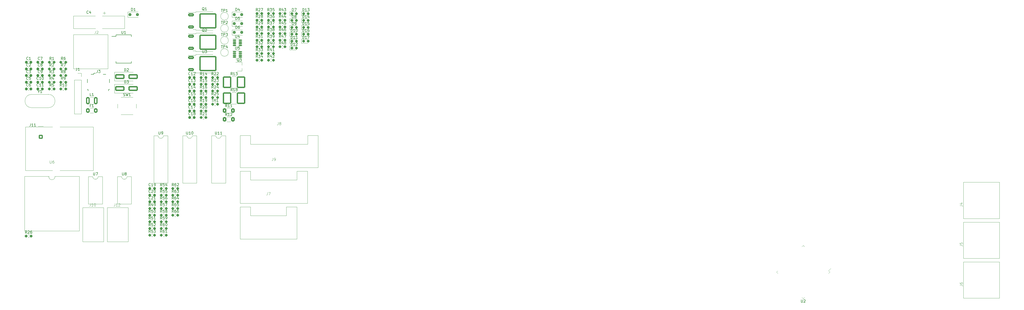
<source format=gbr>
%TF.GenerationSoftware,KiCad,Pcbnew,7.0.1*%
%TF.CreationDate,2023-09-18T22:16:33+09:00*%
%TF.ProjectId,LaunchController,4c61756e-6368-4436-9f6e-74726f6c6c65,rev?*%
%TF.SameCoordinates,Original*%
%TF.FileFunction,Legend,Top*%
%TF.FilePolarity,Positive*%
%FSLAX46Y46*%
G04 Gerber Fmt 4.6, Leading zero omitted, Abs format (unit mm)*
G04 Created by KiCad (PCBNEW 7.0.1) date 2023-09-18 22:16:33*
%MOMM*%
%LPD*%
G01*
G04 APERTURE LIST*
G04 Aperture macros list*
%AMRoundRect*
0 Rectangle with rounded corners*
0 $1 Rounding radius*
0 $2 $3 $4 $5 $6 $7 $8 $9 X,Y pos of 4 corners*
0 Add a 4 corners polygon primitive as box body*
4,1,4,$2,$3,$4,$5,$6,$7,$8,$9,$2,$3,0*
0 Add four circle primitives for the rounded corners*
1,1,$1+$1,$2,$3*
1,1,$1+$1,$4,$5*
1,1,$1+$1,$6,$7*
1,1,$1+$1,$8,$9*
0 Add four rect primitives between the rounded corners*
20,1,$1+$1,$2,$3,$4,$5,0*
20,1,$1+$1,$4,$5,$6,$7,0*
20,1,$1+$1,$6,$7,$8,$9,0*
20,1,$1+$1,$8,$9,$2,$3,0*%
G04 Aperture macros list end*
%ADD10C,0.150000*%
%ADD11C,0.100000*%
%ADD12C,0.120000*%
%ADD13C,4.500000*%
%ADD14RoundRect,0.237500X-0.300000X-0.237500X0.300000X-0.237500X0.300000X0.237500X-0.300000X0.237500X0*%
%ADD15RoundRect,0.237500X-0.250000X-0.237500X0.250000X-0.237500X0.250000X0.237500X-0.250000X0.237500X0*%
%ADD16C,2.500000*%
%ADD17R,1.800000X0.800000*%
%ADD18RoundRect,0.250000X-0.300000X-0.300000X0.300000X-0.300000X0.300000X0.300000X-0.300000X0.300000X0*%
%ADD19R,1.600000X1.600000*%
%ADD20O,1.600000X1.600000*%
%ADD21C,1.800000*%
%ADD22RoundRect,0.250001X-0.462499X-1.074999X0.462499X-1.074999X0.462499X1.074999X-0.462499X1.074999X0*%
%ADD23RoundRect,0.237500X-0.287500X-0.237500X0.287500X-0.237500X0.287500X0.237500X-0.287500X0.237500X0*%
%ADD24C,1.950000*%
%ADD25C,1.500000*%
%ADD26R,2.500000X1.500000*%
%ADD27O,2.500000X1.500000*%
%ADD28C,1.300000*%
%ADD29RoundRect,0.250000X-1.500000X-0.650000X1.500000X-0.650000X1.500000X0.650000X-1.500000X0.650000X0*%
%ADD30RoundRect,0.250000X-0.400000X-0.625000X0.400000X-0.625000X0.400000X0.625000X-0.400000X0.625000X0*%
%ADD31RoundRect,0.125000X-0.537500X-0.125000X0.537500X-0.125000X0.537500X0.125000X-0.537500X0.125000X0*%
%ADD32RoundRect,0.250000X-0.850000X-0.350000X0.850000X-0.350000X0.850000X0.350000X-0.850000X0.350000X0*%
%ADD33RoundRect,0.249997X-2.950003X-2.650003X2.950003X-2.650003X2.950003X2.650003X-2.950003X2.650003X0*%
%ADD34RoundRect,0.250000X-1.350000X-1.975000X1.350000X-1.975000X1.350000X1.975000X-1.350000X1.975000X0*%
%ADD35RoundRect,0.075000X0.415425X0.521491X-0.521491X-0.415425X-0.415425X-0.521491X0.521491X0.415425X0*%
%ADD36RoundRect,0.075000X-0.415425X0.521491X-0.521491X0.415425X0.415425X-0.521491X0.521491X-0.415425X0*%
%ADD37C,3.250000*%
%ADD38RoundRect,0.248000X0.552000X-0.552000X0.552000X0.552000X-0.552000X0.552000X-0.552000X-0.552000X0*%
%ADD39C,1.600000*%
%ADD40C,2.200000*%
%ADD41O,0.800000X0.800000*%
%ADD42R,0.450000X1.300000*%
%ADD43O,1.150000X1.800000*%
%ADD44O,1.450000X2.000000*%
%ADD45RoundRect,0.250001X-0.462499X-0.624999X0.462499X-0.624999X0.462499X0.624999X-0.462499X0.624999X0*%
%ADD46R,1.530000X1.530000*%
%ADD47C,1.530000*%
%ADD48R,1.750000X0.450000*%
%ADD49C,2.000000*%
%ADD50R,1.700000X1.700000*%
%ADD51O,1.700000X1.700000*%
G04 APERTURE END LIST*
D10*
%TO.C,C9*%
X-211956666Y25112620D02*
X-212004285Y25065000D01*
X-212004285Y25065000D02*
X-212147142Y25017381D01*
X-212147142Y25017381D02*
X-212242380Y25017381D01*
X-212242380Y25017381D02*
X-212385237Y25065000D01*
X-212385237Y25065000D02*
X-212480475Y25160239D01*
X-212480475Y25160239D02*
X-212528094Y25255477D01*
X-212528094Y25255477D02*
X-212575713Y25445953D01*
X-212575713Y25445953D02*
X-212575713Y25588810D01*
X-212575713Y25588810D02*
X-212528094Y25779286D01*
X-212528094Y25779286D02*
X-212480475Y25874524D01*
X-212480475Y25874524D02*
X-212385237Y25969762D01*
X-212385237Y25969762D02*
X-212242380Y26017381D01*
X-212242380Y26017381D02*
X-212147142Y26017381D01*
X-212147142Y26017381D02*
X-212004285Y25969762D01*
X-212004285Y25969762D02*
X-211956666Y25922143D01*
X-211480475Y25017381D02*
X-211289999Y25017381D01*
X-211289999Y25017381D02*
X-211194761Y25065000D01*
X-211194761Y25065000D02*
X-211147142Y25112620D01*
X-211147142Y25112620D02*
X-211051904Y25255477D01*
X-211051904Y25255477D02*
X-211004285Y25445953D01*
X-211004285Y25445953D02*
X-211004285Y25826905D01*
X-211004285Y25826905D02*
X-211051904Y25922143D01*
X-211051904Y25922143D02*
X-211099523Y25969762D01*
X-211099523Y25969762D02*
X-211194761Y26017381D01*
X-211194761Y26017381D02*
X-211385237Y26017381D01*
X-211385237Y26017381D02*
X-211480475Y25969762D01*
X-211480475Y25969762D02*
X-211528094Y25922143D01*
X-211528094Y25922143D02*
X-211575713Y25826905D01*
X-211575713Y25826905D02*
X-211575713Y25588810D01*
X-211575713Y25588810D02*
X-211528094Y25493572D01*
X-211528094Y25493572D02*
X-211480475Y25445953D01*
X-211480475Y25445953D02*
X-211385237Y25398334D01*
X-211385237Y25398334D02*
X-211194761Y25398334D01*
X-211194761Y25398334D02*
X-211099523Y25445953D01*
X-211099523Y25445953D02*
X-211051904Y25493572D01*
X-211051904Y25493572D02*
X-211004285Y25588810D01*
%TO.C,R7*%
X-203256666Y27527381D02*
X-203589999Y28003572D01*
X-203828094Y27527381D02*
X-203828094Y28527381D01*
X-203828094Y28527381D02*
X-203447142Y28527381D01*
X-203447142Y28527381D02*
X-203351904Y28479762D01*
X-203351904Y28479762D02*
X-203304285Y28432143D01*
X-203304285Y28432143D02*
X-203256666Y28336905D01*
X-203256666Y28336905D02*
X-203256666Y28194048D01*
X-203256666Y28194048D02*
X-203304285Y28098810D01*
X-203304285Y28098810D02*
X-203351904Y28051191D01*
X-203351904Y28051191D02*
X-203447142Y28003572D01*
X-203447142Y28003572D02*
X-203828094Y28003572D01*
X-202923332Y28527381D02*
X-202256666Y28527381D01*
X-202256666Y28527381D02*
X-202685237Y27527381D01*
%TO.C,TP2*%
X-143761904Y44535381D02*
X-143190476Y44535381D01*
X-143476190Y43535381D02*
X-143476190Y44535381D01*
X-142857142Y43535381D02*
X-142857142Y44535381D01*
X-142857142Y44535381D02*
X-142476190Y44535381D01*
X-142476190Y44535381D02*
X-142380952Y44487762D01*
X-142380952Y44487762D02*
X-142333333Y44440143D01*
X-142333333Y44440143D02*
X-142285714Y44344905D01*
X-142285714Y44344905D02*
X-142285714Y44202048D01*
X-142285714Y44202048D02*
X-142333333Y44106810D01*
X-142333333Y44106810D02*
X-142380952Y44059191D01*
X-142380952Y44059191D02*
X-142476190Y44011572D01*
X-142476190Y44011572D02*
X-142857142Y44011572D01*
X-141904761Y44440143D02*
X-141857142Y44487762D01*
X-141857142Y44487762D02*
X-141761904Y44535381D01*
X-141761904Y44535381D02*
X-141523809Y44535381D01*
X-141523809Y44535381D02*
X-141428571Y44487762D01*
X-141428571Y44487762D02*
X-141380952Y44440143D01*
X-141380952Y44440143D02*
X-141333333Y44344905D01*
X-141333333Y44344905D02*
X-141333333Y44249667D01*
X-141333333Y44249667D02*
X-141380952Y44106810D01*
X-141380952Y44106810D02*
X-141952380Y43535381D01*
X-141952380Y43535381D02*
X-141333333Y43535381D01*
%TO.C,Q3*%
X-136995238Y29342143D02*
X-137090476Y29389762D01*
X-137090476Y29389762D02*
X-137185714Y29485000D01*
X-137185714Y29485000D02*
X-137328571Y29627858D01*
X-137328571Y29627858D02*
X-137423809Y29675477D01*
X-137423809Y29675477D02*
X-137519047Y29675477D01*
X-137471428Y29437381D02*
X-137566666Y29485000D01*
X-137566666Y29485000D02*
X-137661904Y29580239D01*
X-137661904Y29580239D02*
X-137709523Y29770715D01*
X-137709523Y29770715D02*
X-137709523Y30104048D01*
X-137709523Y30104048D02*
X-137661904Y30294524D01*
X-137661904Y30294524D02*
X-137566666Y30389762D01*
X-137566666Y30389762D02*
X-137471428Y30437381D01*
X-137471428Y30437381D02*
X-137280952Y30437381D01*
X-137280952Y30437381D02*
X-137185714Y30389762D01*
X-137185714Y30389762D02*
X-137090476Y30294524D01*
X-137090476Y30294524D02*
X-137042857Y30104048D01*
X-137042857Y30104048D02*
X-137042857Y29770715D01*
X-137042857Y29770715D02*
X-137090476Y29580239D01*
X-137090476Y29580239D02*
X-137185714Y29485000D01*
X-137185714Y29485000D02*
X-137280952Y29437381D01*
X-137280952Y29437381D02*
X-137471428Y29437381D01*
X-136709523Y30437381D02*
X-136090476Y30437381D01*
X-136090476Y30437381D02*
X-136423809Y30056429D01*
X-136423809Y30056429D02*
X-136280952Y30056429D01*
X-136280952Y30056429D02*
X-136185714Y30008810D01*
X-136185714Y30008810D02*
X-136138095Y29961191D01*
X-136138095Y29961191D02*
X-136090476Y29865953D01*
X-136090476Y29865953D02*
X-136090476Y29627858D01*
X-136090476Y29627858D02*
X-136138095Y29532620D01*
X-136138095Y29532620D02*
X-136185714Y29485000D01*
X-136185714Y29485000D02*
X-136280952Y29437381D01*
X-136280952Y29437381D02*
X-136566666Y29437381D01*
X-136566666Y29437381D02*
X-136661904Y29485000D01*
X-136661904Y29485000D02*
X-136709523Y29532620D01*
%TO.C,R42*%
X-125692857Y30817381D02*
X-126026190Y31293572D01*
X-126264285Y30817381D02*
X-126264285Y31817381D01*
X-126264285Y31817381D02*
X-125883333Y31817381D01*
X-125883333Y31817381D02*
X-125788095Y31769762D01*
X-125788095Y31769762D02*
X-125740476Y31722143D01*
X-125740476Y31722143D02*
X-125692857Y31626905D01*
X-125692857Y31626905D02*
X-125692857Y31484048D01*
X-125692857Y31484048D02*
X-125740476Y31388810D01*
X-125740476Y31388810D02*
X-125788095Y31341191D01*
X-125788095Y31341191D02*
X-125883333Y31293572D01*
X-125883333Y31293572D02*
X-126264285Y31293572D01*
X-124835714Y31484048D02*
X-124835714Y30817381D01*
X-125073809Y31865000D02*
X-125311904Y31150715D01*
X-125311904Y31150715D02*
X-124692857Y31150715D01*
X-124359523Y31722143D02*
X-124311904Y31769762D01*
X-124311904Y31769762D02*
X-124216666Y31817381D01*
X-124216666Y31817381D02*
X-123978571Y31817381D01*
X-123978571Y31817381D02*
X-123883333Y31769762D01*
X-123883333Y31769762D02*
X-123835714Y31722143D01*
X-123835714Y31722143D02*
X-123788095Y31626905D01*
X-123788095Y31626905D02*
X-123788095Y31531667D01*
X-123788095Y31531667D02*
X-123835714Y31388810D01*
X-123835714Y31388810D02*
X-124407142Y30817381D01*
X-124407142Y30817381D02*
X-123788095Y30817381D01*
%TO.C,C10*%
X-212432857Y22602620D02*
X-212480476Y22555000D01*
X-212480476Y22555000D02*
X-212623333Y22507381D01*
X-212623333Y22507381D02*
X-212718571Y22507381D01*
X-212718571Y22507381D02*
X-212861428Y22555000D01*
X-212861428Y22555000D02*
X-212956666Y22650239D01*
X-212956666Y22650239D02*
X-213004285Y22745477D01*
X-213004285Y22745477D02*
X-213051904Y22935953D01*
X-213051904Y22935953D02*
X-213051904Y23078810D01*
X-213051904Y23078810D02*
X-213004285Y23269286D01*
X-213004285Y23269286D02*
X-212956666Y23364524D01*
X-212956666Y23364524D02*
X-212861428Y23459762D01*
X-212861428Y23459762D02*
X-212718571Y23507381D01*
X-212718571Y23507381D02*
X-212623333Y23507381D01*
X-212623333Y23507381D02*
X-212480476Y23459762D01*
X-212480476Y23459762D02*
X-212432857Y23412143D01*
X-211480476Y22507381D02*
X-212051904Y22507381D01*
X-211766190Y22507381D02*
X-211766190Y23507381D01*
X-211766190Y23507381D02*
X-211861428Y23364524D01*
X-211861428Y23364524D02*
X-211956666Y23269286D01*
X-211956666Y23269286D02*
X-212051904Y23221667D01*
X-210861428Y23507381D02*
X-210766190Y23507381D01*
X-210766190Y23507381D02*
X-210670952Y23459762D01*
X-210670952Y23459762D02*
X-210623333Y23412143D01*
X-210623333Y23412143D02*
X-210575714Y23316905D01*
X-210575714Y23316905D02*
X-210528095Y23126429D01*
X-210528095Y23126429D02*
X-210528095Y22888334D01*
X-210528095Y22888334D02*
X-210575714Y22697858D01*
X-210575714Y22697858D02*
X-210623333Y22602620D01*
X-210623333Y22602620D02*
X-210670952Y22555000D01*
X-210670952Y22555000D02*
X-210766190Y22507381D01*
X-210766190Y22507381D02*
X-210861428Y22507381D01*
X-210861428Y22507381D02*
X-210956666Y22555000D01*
X-210956666Y22555000D02*
X-211004285Y22602620D01*
X-211004285Y22602620D02*
X-211051904Y22697858D01*
X-211051904Y22697858D02*
X-211099523Y22888334D01*
X-211099523Y22888334D02*
X-211099523Y23126429D01*
X-211099523Y23126429D02*
X-211051904Y23316905D01*
X-211051904Y23316905D02*
X-211004285Y23412143D01*
X-211004285Y23412143D02*
X-210956666Y23459762D01*
X-210956666Y23459762D02*
X-210861428Y23507381D01*
%TO.C,R58*%
X-165992857Y-27602619D02*
X-166326190Y-27126428D01*
X-166564285Y-27602619D02*
X-166564285Y-26602619D01*
X-166564285Y-26602619D02*
X-166183333Y-26602619D01*
X-166183333Y-26602619D02*
X-166088095Y-26650238D01*
X-166088095Y-26650238D02*
X-166040476Y-26697857D01*
X-166040476Y-26697857D02*
X-165992857Y-26793095D01*
X-165992857Y-26793095D02*
X-165992857Y-26935952D01*
X-165992857Y-26935952D02*
X-166040476Y-27031190D01*
X-166040476Y-27031190D02*
X-166088095Y-27078809D01*
X-166088095Y-27078809D02*
X-166183333Y-27126428D01*
X-166183333Y-27126428D02*
X-166564285Y-27126428D01*
X-165088095Y-26602619D02*
X-165564285Y-26602619D01*
X-165564285Y-26602619D02*
X-165611904Y-27078809D01*
X-165611904Y-27078809D02*
X-165564285Y-27031190D01*
X-165564285Y-27031190D02*
X-165469047Y-26983571D01*
X-165469047Y-26983571D02*
X-165230952Y-26983571D01*
X-165230952Y-26983571D02*
X-165135714Y-27031190D01*
X-165135714Y-27031190D02*
X-165088095Y-27078809D01*
X-165088095Y-27078809D02*
X-165040476Y-27174047D01*
X-165040476Y-27174047D02*
X-165040476Y-27412142D01*
X-165040476Y-27412142D02*
X-165088095Y-27507380D01*
X-165088095Y-27507380D02*
X-165135714Y-27555000D01*
X-165135714Y-27555000D02*
X-165230952Y-27602619D01*
X-165230952Y-27602619D02*
X-165469047Y-27602619D01*
X-165469047Y-27602619D02*
X-165564285Y-27555000D01*
X-165564285Y-27555000D02*
X-165611904Y-27507380D01*
X-164469047Y-27031190D02*
X-164564285Y-26983571D01*
X-164564285Y-26983571D02*
X-164611904Y-26935952D01*
X-164611904Y-26935952D02*
X-164659523Y-26840714D01*
X-164659523Y-26840714D02*
X-164659523Y-26793095D01*
X-164659523Y-26793095D02*
X-164611904Y-26697857D01*
X-164611904Y-26697857D02*
X-164564285Y-26650238D01*
X-164564285Y-26650238D02*
X-164469047Y-26602619D01*
X-164469047Y-26602619D02*
X-164278571Y-26602619D01*
X-164278571Y-26602619D02*
X-164183333Y-26650238D01*
X-164183333Y-26650238D02*
X-164135714Y-26697857D01*
X-164135714Y-26697857D02*
X-164088095Y-26793095D01*
X-164088095Y-26793095D02*
X-164088095Y-26840714D01*
X-164088095Y-26840714D02*
X-164135714Y-26935952D01*
X-164135714Y-26935952D02*
X-164183333Y-26983571D01*
X-164183333Y-26983571D02*
X-164278571Y-27031190D01*
X-164278571Y-27031190D02*
X-164469047Y-27031190D01*
X-164469047Y-27031190D02*
X-164564285Y-27078809D01*
X-164564285Y-27078809D02*
X-164611904Y-27126428D01*
X-164611904Y-27126428D02*
X-164659523Y-27221666D01*
X-164659523Y-27221666D02*
X-164659523Y-27412142D01*
X-164659523Y-27412142D02*
X-164611904Y-27507380D01*
X-164611904Y-27507380D02*
X-164564285Y-27555000D01*
X-164564285Y-27555000D02*
X-164469047Y-27602619D01*
X-164469047Y-27602619D02*
X-164278571Y-27602619D01*
X-164278571Y-27602619D02*
X-164183333Y-27555000D01*
X-164183333Y-27555000D02*
X-164135714Y-27507380D01*
X-164135714Y-27507380D02*
X-164088095Y-27412142D01*
X-164088095Y-27412142D02*
X-164088095Y-27221666D01*
X-164088095Y-27221666D02*
X-164135714Y-27126428D01*
X-164135714Y-27126428D02*
X-164183333Y-27078809D01*
X-164183333Y-27078809D02*
X-164278571Y-27031190D01*
%TO.C,R36*%
X-125692857Y45877381D02*
X-126026190Y46353572D01*
X-126264285Y45877381D02*
X-126264285Y46877381D01*
X-126264285Y46877381D02*
X-125883333Y46877381D01*
X-125883333Y46877381D02*
X-125788095Y46829762D01*
X-125788095Y46829762D02*
X-125740476Y46782143D01*
X-125740476Y46782143D02*
X-125692857Y46686905D01*
X-125692857Y46686905D02*
X-125692857Y46544048D01*
X-125692857Y46544048D02*
X-125740476Y46448810D01*
X-125740476Y46448810D02*
X-125788095Y46401191D01*
X-125788095Y46401191D02*
X-125883333Y46353572D01*
X-125883333Y46353572D02*
X-126264285Y46353572D01*
X-125359523Y46877381D02*
X-124740476Y46877381D01*
X-124740476Y46877381D02*
X-125073809Y46496429D01*
X-125073809Y46496429D02*
X-124930952Y46496429D01*
X-124930952Y46496429D02*
X-124835714Y46448810D01*
X-124835714Y46448810D02*
X-124788095Y46401191D01*
X-124788095Y46401191D02*
X-124740476Y46305953D01*
X-124740476Y46305953D02*
X-124740476Y46067858D01*
X-124740476Y46067858D02*
X-124788095Y45972620D01*
X-124788095Y45972620D02*
X-124835714Y45925000D01*
X-124835714Y45925000D02*
X-124930952Y45877381D01*
X-124930952Y45877381D02*
X-125216666Y45877381D01*
X-125216666Y45877381D02*
X-125311904Y45925000D01*
X-125311904Y45925000D02*
X-125359523Y45972620D01*
X-123883333Y46877381D02*
X-124073809Y46877381D01*
X-124073809Y46877381D02*
X-124169047Y46829762D01*
X-124169047Y46829762D02*
X-124216666Y46782143D01*
X-124216666Y46782143D02*
X-124311904Y46639286D01*
X-124311904Y46639286D02*
X-124359523Y46448810D01*
X-124359523Y46448810D02*
X-124359523Y46067858D01*
X-124359523Y46067858D02*
X-124311904Y45972620D01*
X-124311904Y45972620D02*
X-124264285Y45925000D01*
X-124264285Y45925000D02*
X-124169047Y45877381D01*
X-124169047Y45877381D02*
X-123978571Y45877381D01*
X-123978571Y45877381D02*
X-123883333Y45925000D01*
X-123883333Y45925000D02*
X-123835714Y45972620D01*
X-123835714Y45972620D02*
X-123788095Y46067858D01*
X-123788095Y46067858D02*
X-123788095Y46305953D01*
X-123788095Y46305953D02*
X-123835714Y46401191D01*
X-123835714Y46401191D02*
X-123883333Y46448810D01*
X-123883333Y46448810D02*
X-123978571Y46496429D01*
X-123978571Y46496429D02*
X-124169047Y46496429D01*
X-124169047Y46496429D02*
X-124264285Y46448810D01*
X-124264285Y46448810D02*
X-124311904Y46401191D01*
X-124311904Y46401191D02*
X-124359523Y46305953D01*
%TO.C,D6*%
X-138320094Y41742381D02*
X-138320094Y42742381D01*
X-138320094Y42742381D02*
X-138081999Y42742381D01*
X-138081999Y42742381D02*
X-137939142Y42694762D01*
X-137939142Y42694762D02*
X-137843904Y42599524D01*
X-137843904Y42599524D02*
X-137796285Y42504286D01*
X-137796285Y42504286D02*
X-137748666Y42313810D01*
X-137748666Y42313810D02*
X-137748666Y42170953D01*
X-137748666Y42170953D02*
X-137796285Y41980477D01*
X-137796285Y41980477D02*
X-137843904Y41885239D01*
X-137843904Y41885239D02*
X-137939142Y41790000D01*
X-137939142Y41790000D02*
X-138081999Y41742381D01*
X-138081999Y41742381D02*
X-138320094Y41742381D01*
X-136891523Y42742381D02*
X-137081999Y42742381D01*
X-137081999Y42742381D02*
X-137177237Y42694762D01*
X-137177237Y42694762D02*
X-137224856Y42647143D01*
X-137224856Y42647143D02*
X-137320094Y42504286D01*
X-137320094Y42504286D02*
X-137367713Y42313810D01*
X-137367713Y42313810D02*
X-137367713Y41932858D01*
X-137367713Y41932858D02*
X-137320094Y41837620D01*
X-137320094Y41837620D02*
X-137272475Y41790000D01*
X-137272475Y41790000D02*
X-137177237Y41742381D01*
X-137177237Y41742381D02*
X-136986761Y41742381D01*
X-136986761Y41742381D02*
X-136891523Y41790000D01*
X-136891523Y41790000D02*
X-136843904Y41837620D01*
X-136843904Y41837620D02*
X-136796285Y41932858D01*
X-136796285Y41932858D02*
X-136796285Y42170953D01*
X-136796285Y42170953D02*
X-136843904Y42266191D01*
X-136843904Y42266191D02*
X-136891523Y42313810D01*
X-136891523Y42313810D02*
X-136986761Y42361429D01*
X-136986761Y42361429D02*
X-137177237Y42361429D01*
X-137177237Y42361429D02*
X-137272475Y42313810D01*
X-137272475Y42313810D02*
X-137320094Y42266191D01*
X-137320094Y42266191D02*
X-137367713Y42170953D01*
%TO.C,U8*%
X-180921904Y-12512619D02*
X-180921904Y-13322142D01*
X-180921904Y-13322142D02*
X-180874285Y-13417380D01*
X-180874285Y-13417380D02*
X-180826666Y-13465000D01*
X-180826666Y-13465000D02*
X-180731428Y-13512619D01*
X-180731428Y-13512619D02*
X-180540952Y-13512619D01*
X-180540952Y-13512619D02*
X-180445714Y-13465000D01*
X-180445714Y-13465000D02*
X-180398095Y-13417380D01*
X-180398095Y-13417380D02*
X-180350476Y-13322142D01*
X-180350476Y-13322142D02*
X-180350476Y-12512619D01*
X-179731428Y-12941190D02*
X-179826666Y-12893571D01*
X-179826666Y-12893571D02*
X-179874285Y-12845952D01*
X-179874285Y-12845952D02*
X-179921904Y-12750714D01*
X-179921904Y-12750714D02*
X-179921904Y-12703095D01*
X-179921904Y-12703095D02*
X-179874285Y-12607857D01*
X-179874285Y-12607857D02*
X-179826666Y-12560238D01*
X-179826666Y-12560238D02*
X-179731428Y-12512619D01*
X-179731428Y-12512619D02*
X-179540952Y-12512619D01*
X-179540952Y-12512619D02*
X-179445714Y-12560238D01*
X-179445714Y-12560238D02*
X-179398095Y-12607857D01*
X-179398095Y-12607857D02*
X-179350476Y-12703095D01*
X-179350476Y-12703095D02*
X-179350476Y-12750714D01*
X-179350476Y-12750714D02*
X-179398095Y-12845952D01*
X-179398095Y-12845952D02*
X-179445714Y-12893571D01*
X-179445714Y-12893571D02*
X-179540952Y-12941190D01*
X-179540952Y-12941190D02*
X-179731428Y-12941190D01*
X-179731428Y-12941190D02*
X-179826666Y-12988809D01*
X-179826666Y-12988809D02*
X-179874285Y-13036428D01*
X-179874285Y-13036428D02*
X-179921904Y-13131666D01*
X-179921904Y-13131666D02*
X-179921904Y-13322142D01*
X-179921904Y-13322142D02*
X-179874285Y-13417380D01*
X-179874285Y-13417380D02*
X-179826666Y-13465000D01*
X-179826666Y-13465000D02*
X-179731428Y-13512619D01*
X-179731428Y-13512619D02*
X-179540952Y-13512619D01*
X-179540952Y-13512619D02*
X-179445714Y-13465000D01*
X-179445714Y-13465000D02*
X-179398095Y-13417380D01*
X-179398095Y-13417380D02*
X-179350476Y-13322142D01*
X-179350476Y-13322142D02*
X-179350476Y-13131666D01*
X-179350476Y-13131666D02*
X-179398095Y-13036428D01*
X-179398095Y-13036428D02*
X-179445714Y-12988809D01*
X-179445714Y-12988809D02*
X-179540952Y-12941190D01*
%TO.C,R3*%
X-207606666Y25017381D02*
X-207939999Y25493572D01*
X-208178094Y25017381D02*
X-208178094Y26017381D01*
X-208178094Y26017381D02*
X-207797142Y26017381D01*
X-207797142Y26017381D02*
X-207701904Y25969762D01*
X-207701904Y25969762D02*
X-207654285Y25922143D01*
X-207654285Y25922143D02*
X-207606666Y25826905D01*
X-207606666Y25826905D02*
X-207606666Y25684048D01*
X-207606666Y25684048D02*
X-207654285Y25588810D01*
X-207654285Y25588810D02*
X-207701904Y25541191D01*
X-207701904Y25541191D02*
X-207797142Y25493572D01*
X-207797142Y25493572D02*
X-208178094Y25493572D01*
X-207273332Y26017381D02*
X-206654285Y26017381D01*
X-206654285Y26017381D02*
X-206987618Y25636429D01*
X-206987618Y25636429D02*
X-206844761Y25636429D01*
X-206844761Y25636429D02*
X-206749523Y25588810D01*
X-206749523Y25588810D02*
X-206701904Y25541191D01*
X-206701904Y25541191D02*
X-206654285Y25445953D01*
X-206654285Y25445953D02*
X-206654285Y25207858D01*
X-206654285Y25207858D02*
X-206701904Y25112620D01*
X-206701904Y25112620D02*
X-206749523Y25065000D01*
X-206749523Y25065000D02*
X-206844761Y25017381D01*
X-206844761Y25017381D02*
X-207130475Y25017381D01*
X-207130475Y25017381D02*
X-207225713Y25065000D01*
X-207225713Y25065000D02*
X-207273332Y25112620D01*
%TO.C,TP3*%
X-143761904Y39985381D02*
X-143190476Y39985381D01*
X-143476190Y38985381D02*
X-143476190Y39985381D01*
X-142857142Y38985381D02*
X-142857142Y39985381D01*
X-142857142Y39985381D02*
X-142476190Y39985381D01*
X-142476190Y39985381D02*
X-142380952Y39937762D01*
X-142380952Y39937762D02*
X-142333333Y39890143D01*
X-142333333Y39890143D02*
X-142285714Y39794905D01*
X-142285714Y39794905D02*
X-142285714Y39652048D01*
X-142285714Y39652048D02*
X-142333333Y39556810D01*
X-142333333Y39556810D02*
X-142380952Y39509191D01*
X-142380952Y39509191D02*
X-142476190Y39461572D01*
X-142476190Y39461572D02*
X-142857142Y39461572D01*
X-141952380Y39985381D02*
X-141333333Y39985381D01*
X-141333333Y39985381D02*
X-141666666Y39604429D01*
X-141666666Y39604429D02*
X-141523809Y39604429D01*
X-141523809Y39604429D02*
X-141428571Y39556810D01*
X-141428571Y39556810D02*
X-141380952Y39509191D01*
X-141380952Y39509191D02*
X-141333333Y39413953D01*
X-141333333Y39413953D02*
X-141333333Y39175858D01*
X-141333333Y39175858D02*
X-141380952Y39080620D01*
X-141380952Y39080620D02*
X-141428571Y39033000D01*
X-141428571Y39033000D02*
X-141523809Y38985381D01*
X-141523809Y38985381D02*
X-141809523Y38985381D01*
X-141809523Y38985381D02*
X-141904761Y39033000D01*
X-141904761Y39033000D02*
X-141952380Y39080620D01*
D11*
%TO.C,J12*%
X-183729523Y-24172619D02*
X-183729523Y-24886904D01*
X-183729523Y-24886904D02*
X-183777142Y-25029761D01*
X-183777142Y-25029761D02*
X-183872380Y-25125000D01*
X-183872380Y-25125000D02*
X-184015237Y-25172619D01*
X-184015237Y-25172619D02*
X-184110475Y-25172619D01*
X-182729523Y-25172619D02*
X-183300951Y-25172619D01*
X-183015237Y-25172619D02*
X-183015237Y-24172619D01*
X-183015237Y-24172619D02*
X-183110475Y-24315476D01*
X-183110475Y-24315476D02*
X-183205713Y-24410714D01*
X-183205713Y-24410714D02*
X-183300951Y-24458333D01*
X-182348570Y-24267857D02*
X-182300951Y-24220238D01*
X-182300951Y-24220238D02*
X-182205713Y-24172619D01*
X-182205713Y-24172619D02*
X-181967618Y-24172619D01*
X-181967618Y-24172619D02*
X-181872380Y-24220238D01*
X-181872380Y-24220238D02*
X-181824761Y-24267857D01*
X-181824761Y-24267857D02*
X-181777142Y-24363095D01*
X-181777142Y-24363095D02*
X-181777142Y-24458333D01*
X-181777142Y-24458333D02*
X-181824761Y-24601190D01*
X-181824761Y-24601190D02*
X-182396189Y-25172619D01*
X-182396189Y-25172619D02*
X-181777142Y-25172619D01*
D10*
%TO.C,L1*%
X-192556666Y16417381D02*
X-193032856Y16417381D01*
X-193032856Y16417381D02*
X-193032856Y17417381D01*
X-191699523Y16417381D02*
X-192270951Y16417381D01*
X-191985237Y16417381D02*
X-191985237Y17417381D01*
X-191985237Y17417381D02*
X-192080475Y17274524D01*
X-192080475Y17274524D02*
X-192175713Y17179286D01*
X-192175713Y17179286D02*
X-192270951Y17131667D01*
%TO.C,R23*%
X-146692857Y21727381D02*
X-147026190Y22203572D01*
X-147264285Y21727381D02*
X-147264285Y22727381D01*
X-147264285Y22727381D02*
X-146883333Y22727381D01*
X-146883333Y22727381D02*
X-146788095Y22679762D01*
X-146788095Y22679762D02*
X-146740476Y22632143D01*
X-146740476Y22632143D02*
X-146692857Y22536905D01*
X-146692857Y22536905D02*
X-146692857Y22394048D01*
X-146692857Y22394048D02*
X-146740476Y22298810D01*
X-146740476Y22298810D02*
X-146788095Y22251191D01*
X-146788095Y22251191D02*
X-146883333Y22203572D01*
X-146883333Y22203572D02*
X-147264285Y22203572D01*
X-146311904Y22632143D02*
X-146264285Y22679762D01*
X-146264285Y22679762D02*
X-146169047Y22727381D01*
X-146169047Y22727381D02*
X-145930952Y22727381D01*
X-145930952Y22727381D02*
X-145835714Y22679762D01*
X-145835714Y22679762D02*
X-145788095Y22632143D01*
X-145788095Y22632143D02*
X-145740476Y22536905D01*
X-145740476Y22536905D02*
X-145740476Y22441667D01*
X-145740476Y22441667D02*
X-145788095Y22298810D01*
X-145788095Y22298810D02*
X-146359523Y21727381D01*
X-146359523Y21727381D02*
X-145740476Y21727381D01*
X-145407142Y22727381D02*
X-144788095Y22727381D01*
X-144788095Y22727381D02*
X-145121428Y22346429D01*
X-145121428Y22346429D02*
X-144978571Y22346429D01*
X-144978571Y22346429D02*
X-144883333Y22298810D01*
X-144883333Y22298810D02*
X-144835714Y22251191D01*
X-144835714Y22251191D02*
X-144788095Y22155953D01*
X-144788095Y22155953D02*
X-144788095Y21917858D01*
X-144788095Y21917858D02*
X-144835714Y21822620D01*
X-144835714Y21822620D02*
X-144883333Y21775000D01*
X-144883333Y21775000D02*
X-144978571Y21727381D01*
X-144978571Y21727381D02*
X-145264285Y21727381D01*
X-145264285Y21727381D02*
X-145359523Y21775000D01*
X-145359523Y21775000D02*
X-145407142Y21822620D01*
%TO.C,D11*%
X-117519285Y37987381D02*
X-117519285Y38987381D01*
X-117519285Y38987381D02*
X-117281190Y38987381D01*
X-117281190Y38987381D02*
X-117138333Y38939762D01*
X-117138333Y38939762D02*
X-117043095Y38844524D01*
X-117043095Y38844524D02*
X-116995476Y38749286D01*
X-116995476Y38749286D02*
X-116947857Y38558810D01*
X-116947857Y38558810D02*
X-116947857Y38415953D01*
X-116947857Y38415953D02*
X-116995476Y38225477D01*
X-116995476Y38225477D02*
X-117043095Y38130239D01*
X-117043095Y38130239D02*
X-117138333Y38035000D01*
X-117138333Y38035000D02*
X-117281190Y37987381D01*
X-117281190Y37987381D02*
X-117519285Y37987381D01*
X-115995476Y37987381D02*
X-116566904Y37987381D01*
X-116281190Y37987381D02*
X-116281190Y38987381D01*
X-116281190Y38987381D02*
X-116376428Y38844524D01*
X-116376428Y38844524D02*
X-116471666Y38749286D01*
X-116471666Y38749286D02*
X-116566904Y38701667D01*
X-115043095Y37987381D02*
X-115614523Y37987381D01*
X-115328809Y37987381D02*
X-115328809Y38987381D01*
X-115328809Y38987381D02*
X-115424047Y38844524D01*
X-115424047Y38844524D02*
X-115519285Y38749286D01*
X-115519285Y38749286D02*
X-115614523Y38701667D01*
%TO.C,R53*%
X-170342857Y-35132619D02*
X-170676190Y-34656428D01*
X-170914285Y-35132619D02*
X-170914285Y-34132619D01*
X-170914285Y-34132619D02*
X-170533333Y-34132619D01*
X-170533333Y-34132619D02*
X-170438095Y-34180238D01*
X-170438095Y-34180238D02*
X-170390476Y-34227857D01*
X-170390476Y-34227857D02*
X-170342857Y-34323095D01*
X-170342857Y-34323095D02*
X-170342857Y-34465952D01*
X-170342857Y-34465952D02*
X-170390476Y-34561190D01*
X-170390476Y-34561190D02*
X-170438095Y-34608809D01*
X-170438095Y-34608809D02*
X-170533333Y-34656428D01*
X-170533333Y-34656428D02*
X-170914285Y-34656428D01*
X-169438095Y-34132619D02*
X-169914285Y-34132619D01*
X-169914285Y-34132619D02*
X-169961904Y-34608809D01*
X-169961904Y-34608809D02*
X-169914285Y-34561190D01*
X-169914285Y-34561190D02*
X-169819047Y-34513571D01*
X-169819047Y-34513571D02*
X-169580952Y-34513571D01*
X-169580952Y-34513571D02*
X-169485714Y-34561190D01*
X-169485714Y-34561190D02*
X-169438095Y-34608809D01*
X-169438095Y-34608809D02*
X-169390476Y-34704047D01*
X-169390476Y-34704047D02*
X-169390476Y-34942142D01*
X-169390476Y-34942142D02*
X-169438095Y-35037380D01*
X-169438095Y-35037380D02*
X-169485714Y-35085000D01*
X-169485714Y-35085000D02*
X-169580952Y-35132619D01*
X-169580952Y-35132619D02*
X-169819047Y-35132619D01*
X-169819047Y-35132619D02*
X-169914285Y-35085000D01*
X-169914285Y-35085000D02*
X-169961904Y-35037380D01*
X-169057142Y-34132619D02*
X-168438095Y-34132619D01*
X-168438095Y-34132619D02*
X-168771428Y-34513571D01*
X-168771428Y-34513571D02*
X-168628571Y-34513571D01*
X-168628571Y-34513571D02*
X-168533333Y-34561190D01*
X-168533333Y-34561190D02*
X-168485714Y-34608809D01*
X-168485714Y-34608809D02*
X-168438095Y-34704047D01*
X-168438095Y-34704047D02*
X-168438095Y-34942142D01*
X-168438095Y-34942142D02*
X-168485714Y-35037380D01*
X-168485714Y-35037380D02*
X-168533333Y-35085000D01*
X-168533333Y-35085000D02*
X-168628571Y-35132619D01*
X-168628571Y-35132619D02*
X-168914285Y-35132619D01*
X-168914285Y-35132619D02*
X-169009523Y-35085000D01*
X-169009523Y-35085000D02*
X-169057142Y-35037380D01*
%TO.C,R5*%
X-207606666Y19997381D02*
X-207939999Y20473572D01*
X-208178094Y19997381D02*
X-208178094Y20997381D01*
X-208178094Y20997381D02*
X-207797142Y20997381D01*
X-207797142Y20997381D02*
X-207701904Y20949762D01*
X-207701904Y20949762D02*
X-207654285Y20902143D01*
X-207654285Y20902143D02*
X-207606666Y20806905D01*
X-207606666Y20806905D02*
X-207606666Y20664048D01*
X-207606666Y20664048D02*
X-207654285Y20568810D01*
X-207654285Y20568810D02*
X-207701904Y20521191D01*
X-207701904Y20521191D02*
X-207797142Y20473572D01*
X-207797142Y20473572D02*
X-208178094Y20473572D01*
X-206701904Y20997381D02*
X-207178094Y20997381D01*
X-207178094Y20997381D02*
X-207225713Y20521191D01*
X-207225713Y20521191D02*
X-207178094Y20568810D01*
X-207178094Y20568810D02*
X-207082856Y20616429D01*
X-207082856Y20616429D02*
X-206844761Y20616429D01*
X-206844761Y20616429D02*
X-206749523Y20568810D01*
X-206749523Y20568810D02*
X-206701904Y20521191D01*
X-206701904Y20521191D02*
X-206654285Y20425953D01*
X-206654285Y20425953D02*
X-206654285Y20187858D01*
X-206654285Y20187858D02*
X-206701904Y20092620D01*
X-206701904Y20092620D02*
X-206749523Y20045000D01*
X-206749523Y20045000D02*
X-206844761Y19997381D01*
X-206844761Y19997381D02*
X-207082856Y19997381D01*
X-207082856Y19997381D02*
X-207178094Y20045000D01*
X-207178094Y20045000D02*
X-207225713Y20092620D01*
%TO.C,R62*%
X-161642857Y-17562619D02*
X-161976190Y-17086428D01*
X-162214285Y-17562619D02*
X-162214285Y-16562619D01*
X-162214285Y-16562619D02*
X-161833333Y-16562619D01*
X-161833333Y-16562619D02*
X-161738095Y-16610238D01*
X-161738095Y-16610238D02*
X-161690476Y-16657857D01*
X-161690476Y-16657857D02*
X-161642857Y-16753095D01*
X-161642857Y-16753095D02*
X-161642857Y-16895952D01*
X-161642857Y-16895952D02*
X-161690476Y-16991190D01*
X-161690476Y-16991190D02*
X-161738095Y-17038809D01*
X-161738095Y-17038809D02*
X-161833333Y-17086428D01*
X-161833333Y-17086428D02*
X-162214285Y-17086428D01*
X-160785714Y-16562619D02*
X-160976190Y-16562619D01*
X-160976190Y-16562619D02*
X-161071428Y-16610238D01*
X-161071428Y-16610238D02*
X-161119047Y-16657857D01*
X-161119047Y-16657857D02*
X-161214285Y-16800714D01*
X-161214285Y-16800714D02*
X-161261904Y-16991190D01*
X-161261904Y-16991190D02*
X-161261904Y-17372142D01*
X-161261904Y-17372142D02*
X-161214285Y-17467380D01*
X-161214285Y-17467380D02*
X-161166666Y-17515000D01*
X-161166666Y-17515000D02*
X-161071428Y-17562619D01*
X-161071428Y-17562619D02*
X-160880952Y-17562619D01*
X-160880952Y-17562619D02*
X-160785714Y-17515000D01*
X-160785714Y-17515000D02*
X-160738095Y-17467380D01*
X-160738095Y-17467380D02*
X-160690476Y-17372142D01*
X-160690476Y-17372142D02*
X-160690476Y-17134047D01*
X-160690476Y-17134047D02*
X-160738095Y-17038809D01*
X-160738095Y-17038809D02*
X-160785714Y-16991190D01*
X-160785714Y-16991190D02*
X-160880952Y-16943571D01*
X-160880952Y-16943571D02*
X-161071428Y-16943571D01*
X-161071428Y-16943571D02*
X-161166666Y-16991190D01*
X-161166666Y-16991190D02*
X-161214285Y-17038809D01*
X-161214285Y-17038809D02*
X-161261904Y-17134047D01*
X-160309523Y-16657857D02*
X-160261904Y-16610238D01*
X-160261904Y-16610238D02*
X-160166666Y-16562619D01*
X-160166666Y-16562619D02*
X-159928571Y-16562619D01*
X-159928571Y-16562619D02*
X-159833333Y-16610238D01*
X-159833333Y-16610238D02*
X-159785714Y-16657857D01*
X-159785714Y-16657857D02*
X-159738095Y-16753095D01*
X-159738095Y-16753095D02*
X-159738095Y-16848333D01*
X-159738095Y-16848333D02*
X-159785714Y-16991190D01*
X-159785714Y-16991190D02*
X-160357142Y-17562619D01*
X-160357142Y-17562619D02*
X-159738095Y-17562619D01*
%TO.C,D17*%
X-113124285Y37987381D02*
X-113124285Y38987381D01*
X-113124285Y38987381D02*
X-112886190Y38987381D01*
X-112886190Y38987381D02*
X-112743333Y38939762D01*
X-112743333Y38939762D02*
X-112648095Y38844524D01*
X-112648095Y38844524D02*
X-112600476Y38749286D01*
X-112600476Y38749286D02*
X-112552857Y38558810D01*
X-112552857Y38558810D02*
X-112552857Y38415953D01*
X-112552857Y38415953D02*
X-112600476Y38225477D01*
X-112600476Y38225477D02*
X-112648095Y38130239D01*
X-112648095Y38130239D02*
X-112743333Y38035000D01*
X-112743333Y38035000D02*
X-112886190Y37987381D01*
X-112886190Y37987381D02*
X-113124285Y37987381D01*
X-111600476Y37987381D02*
X-112171904Y37987381D01*
X-111886190Y37987381D02*
X-111886190Y38987381D01*
X-111886190Y38987381D02*
X-111981428Y38844524D01*
X-111981428Y38844524D02*
X-112076666Y38749286D01*
X-112076666Y38749286D02*
X-112171904Y38701667D01*
X-111267142Y38987381D02*
X-110600476Y38987381D01*
X-110600476Y38987381D02*
X-111029047Y37987381D01*
%TO.C,R28*%
X-130042857Y45877381D02*
X-130376190Y46353572D01*
X-130614285Y45877381D02*
X-130614285Y46877381D01*
X-130614285Y46877381D02*
X-130233333Y46877381D01*
X-130233333Y46877381D02*
X-130138095Y46829762D01*
X-130138095Y46829762D02*
X-130090476Y46782143D01*
X-130090476Y46782143D02*
X-130042857Y46686905D01*
X-130042857Y46686905D02*
X-130042857Y46544048D01*
X-130042857Y46544048D02*
X-130090476Y46448810D01*
X-130090476Y46448810D02*
X-130138095Y46401191D01*
X-130138095Y46401191D02*
X-130233333Y46353572D01*
X-130233333Y46353572D02*
X-130614285Y46353572D01*
X-129661904Y46782143D02*
X-129614285Y46829762D01*
X-129614285Y46829762D02*
X-129519047Y46877381D01*
X-129519047Y46877381D02*
X-129280952Y46877381D01*
X-129280952Y46877381D02*
X-129185714Y46829762D01*
X-129185714Y46829762D02*
X-129138095Y46782143D01*
X-129138095Y46782143D02*
X-129090476Y46686905D01*
X-129090476Y46686905D02*
X-129090476Y46591667D01*
X-129090476Y46591667D02*
X-129138095Y46448810D01*
X-129138095Y46448810D02*
X-129709523Y45877381D01*
X-129709523Y45877381D02*
X-129090476Y45877381D01*
X-128519047Y46448810D02*
X-128614285Y46496429D01*
X-128614285Y46496429D02*
X-128661904Y46544048D01*
X-128661904Y46544048D02*
X-128709523Y46639286D01*
X-128709523Y46639286D02*
X-128709523Y46686905D01*
X-128709523Y46686905D02*
X-128661904Y46782143D01*
X-128661904Y46782143D02*
X-128614285Y46829762D01*
X-128614285Y46829762D02*
X-128519047Y46877381D01*
X-128519047Y46877381D02*
X-128328571Y46877381D01*
X-128328571Y46877381D02*
X-128233333Y46829762D01*
X-128233333Y46829762D02*
X-128185714Y46782143D01*
X-128185714Y46782143D02*
X-128138095Y46686905D01*
X-128138095Y46686905D02*
X-128138095Y46639286D01*
X-128138095Y46639286D02*
X-128185714Y46544048D01*
X-128185714Y46544048D02*
X-128233333Y46496429D01*
X-128233333Y46496429D02*
X-128328571Y46448810D01*
X-128328571Y46448810D02*
X-128519047Y46448810D01*
X-128519047Y46448810D02*
X-128614285Y46401191D01*
X-128614285Y46401191D02*
X-128661904Y46353572D01*
X-128661904Y46353572D02*
X-128709523Y46258334D01*
X-128709523Y46258334D02*
X-128709523Y46067858D01*
X-128709523Y46067858D02*
X-128661904Y45972620D01*
X-128661904Y45972620D02*
X-128614285Y45925000D01*
X-128614285Y45925000D02*
X-128519047Y45877381D01*
X-128519047Y45877381D02*
X-128328571Y45877381D01*
X-128328571Y45877381D02*
X-128233333Y45925000D01*
X-128233333Y45925000D02*
X-128185714Y45972620D01*
X-128185714Y45972620D02*
X-128138095Y46067858D01*
X-128138095Y46067858D02*
X-128138095Y46258334D01*
X-128138095Y46258334D02*
X-128185714Y46353572D01*
X-128185714Y46353572D02*
X-128233333Y46401191D01*
X-128233333Y46401191D02*
X-128328571Y46448810D01*
D11*
%TO.C,J5*%
X133912619Y-39933333D02*
X134626904Y-39933333D01*
X134626904Y-39933333D02*
X134769761Y-39980952D01*
X134769761Y-39980952D02*
X134865000Y-40076190D01*
X134865000Y-40076190D02*
X134912619Y-40219047D01*
X134912619Y-40219047D02*
X134912619Y-40314285D01*
X133912619Y-38980952D02*
X133912619Y-39457142D01*
X133912619Y-39457142D02*
X134388809Y-39504761D01*
X134388809Y-39504761D02*
X134341190Y-39457142D01*
X134341190Y-39457142D02*
X134293571Y-39361904D01*
X134293571Y-39361904D02*
X134293571Y-39123809D01*
X134293571Y-39123809D02*
X134341190Y-39028571D01*
X134341190Y-39028571D02*
X134388809Y-38980952D01*
X134388809Y-38980952D02*
X134484047Y-38933333D01*
X134484047Y-38933333D02*
X134722142Y-38933333D01*
X134722142Y-38933333D02*
X134817380Y-38980952D01*
X134817380Y-38980952D02*
X134865000Y-39028571D01*
X134865000Y-39028571D02*
X134912619Y-39123809D01*
X134912619Y-39123809D02*
X134912619Y-39361904D01*
X134912619Y-39361904D02*
X134865000Y-39457142D01*
X134865000Y-39457142D02*
X134817380Y-39504761D01*
D10*
%TO.C,TH1*%
X-147335713Y15197381D02*
X-146764285Y15197381D01*
X-147049999Y14197381D02*
X-147049999Y15197381D01*
X-146430951Y14197381D02*
X-146430951Y15197381D01*
X-146430951Y14721191D02*
X-145859523Y14721191D01*
X-145859523Y14197381D02*
X-145859523Y15197381D01*
X-144859523Y14197381D02*
X-145430951Y14197381D01*
X-145145237Y14197381D02*
X-145145237Y15197381D01*
X-145145237Y15197381D02*
X-145240475Y15054524D01*
X-145240475Y15054524D02*
X-145335713Y14959286D01*
X-145335713Y14959286D02*
X-145430951Y14911667D01*
%TO.C,C12*%
X-155392857Y24332620D02*
X-155440476Y24285000D01*
X-155440476Y24285000D02*
X-155583333Y24237381D01*
X-155583333Y24237381D02*
X-155678571Y24237381D01*
X-155678571Y24237381D02*
X-155821428Y24285000D01*
X-155821428Y24285000D02*
X-155916666Y24380239D01*
X-155916666Y24380239D02*
X-155964285Y24475477D01*
X-155964285Y24475477D02*
X-156011904Y24665953D01*
X-156011904Y24665953D02*
X-156011904Y24808810D01*
X-156011904Y24808810D02*
X-155964285Y24999286D01*
X-155964285Y24999286D02*
X-155916666Y25094524D01*
X-155916666Y25094524D02*
X-155821428Y25189762D01*
X-155821428Y25189762D02*
X-155678571Y25237381D01*
X-155678571Y25237381D02*
X-155583333Y25237381D01*
X-155583333Y25237381D02*
X-155440476Y25189762D01*
X-155440476Y25189762D02*
X-155392857Y25142143D01*
X-154440476Y24237381D02*
X-155011904Y24237381D01*
X-154726190Y24237381D02*
X-154726190Y25237381D01*
X-154726190Y25237381D02*
X-154821428Y25094524D01*
X-154821428Y25094524D02*
X-154916666Y24999286D01*
X-154916666Y24999286D02*
X-155011904Y24951667D01*
X-154059523Y25142143D02*
X-154011904Y25189762D01*
X-154011904Y25189762D02*
X-153916666Y25237381D01*
X-153916666Y25237381D02*
X-153678571Y25237381D01*
X-153678571Y25237381D02*
X-153583333Y25189762D01*
X-153583333Y25189762D02*
X-153535714Y25142143D01*
X-153535714Y25142143D02*
X-153488095Y25046905D01*
X-153488095Y25046905D02*
X-153488095Y24951667D01*
X-153488095Y24951667D02*
X-153535714Y24808810D01*
X-153535714Y24808810D02*
X-154107142Y24237381D01*
X-154107142Y24237381D02*
X-153488095Y24237381D01*
%TO.C,Y1*%
X-212326190Y17988572D02*
X-212326190Y17512381D01*
X-212659523Y18512381D02*
X-212326190Y17988572D01*
X-212326190Y17988572D02*
X-211992857Y18512381D01*
X-211135714Y17512381D02*
X-211707142Y17512381D01*
X-211421428Y17512381D02*
X-211421428Y18512381D01*
X-211421428Y18512381D02*
X-211516666Y18369524D01*
X-211516666Y18369524D02*
X-211611904Y18274286D01*
X-211611904Y18274286D02*
X-211707142Y18226667D01*
%TO.C,C3*%
X-216306666Y25112620D02*
X-216354285Y25065000D01*
X-216354285Y25065000D02*
X-216497142Y25017381D01*
X-216497142Y25017381D02*
X-216592380Y25017381D01*
X-216592380Y25017381D02*
X-216735237Y25065000D01*
X-216735237Y25065000D02*
X-216830475Y25160239D01*
X-216830475Y25160239D02*
X-216878094Y25255477D01*
X-216878094Y25255477D02*
X-216925713Y25445953D01*
X-216925713Y25445953D02*
X-216925713Y25588810D01*
X-216925713Y25588810D02*
X-216878094Y25779286D01*
X-216878094Y25779286D02*
X-216830475Y25874524D01*
X-216830475Y25874524D02*
X-216735237Y25969762D01*
X-216735237Y25969762D02*
X-216592380Y26017381D01*
X-216592380Y26017381D02*
X-216497142Y26017381D01*
X-216497142Y26017381D02*
X-216354285Y25969762D01*
X-216354285Y25969762D02*
X-216306666Y25922143D01*
X-215973332Y26017381D02*
X-215354285Y26017381D01*
X-215354285Y26017381D02*
X-215687618Y25636429D01*
X-215687618Y25636429D02*
X-215544761Y25636429D01*
X-215544761Y25636429D02*
X-215449523Y25588810D01*
X-215449523Y25588810D02*
X-215401904Y25541191D01*
X-215401904Y25541191D02*
X-215354285Y25445953D01*
X-215354285Y25445953D02*
X-215354285Y25207858D01*
X-215354285Y25207858D02*
X-215401904Y25112620D01*
X-215401904Y25112620D02*
X-215449523Y25065000D01*
X-215449523Y25065000D02*
X-215544761Y25017381D01*
X-215544761Y25017381D02*
X-215830475Y25017381D01*
X-215830475Y25017381D02*
X-215925713Y25065000D01*
X-215925713Y25065000D02*
X-215973332Y25112620D01*
%TO.C,R45*%
X-121342857Y43367381D02*
X-121676190Y43843572D01*
X-121914285Y43367381D02*
X-121914285Y44367381D01*
X-121914285Y44367381D02*
X-121533333Y44367381D01*
X-121533333Y44367381D02*
X-121438095Y44319762D01*
X-121438095Y44319762D02*
X-121390476Y44272143D01*
X-121390476Y44272143D02*
X-121342857Y44176905D01*
X-121342857Y44176905D02*
X-121342857Y44034048D01*
X-121342857Y44034048D02*
X-121390476Y43938810D01*
X-121390476Y43938810D02*
X-121438095Y43891191D01*
X-121438095Y43891191D02*
X-121533333Y43843572D01*
X-121533333Y43843572D02*
X-121914285Y43843572D01*
X-120485714Y44034048D02*
X-120485714Y43367381D01*
X-120723809Y44415000D02*
X-120961904Y43700715D01*
X-120961904Y43700715D02*
X-120342857Y43700715D01*
X-119485714Y44367381D02*
X-119961904Y44367381D01*
X-119961904Y44367381D02*
X-120009523Y43891191D01*
X-120009523Y43891191D02*
X-119961904Y43938810D01*
X-119961904Y43938810D02*
X-119866666Y43986429D01*
X-119866666Y43986429D02*
X-119628571Y43986429D01*
X-119628571Y43986429D02*
X-119533333Y43938810D01*
X-119533333Y43938810D02*
X-119485714Y43891191D01*
X-119485714Y43891191D02*
X-119438095Y43795953D01*
X-119438095Y43795953D02*
X-119438095Y43557858D01*
X-119438095Y43557858D02*
X-119485714Y43462620D01*
X-119485714Y43462620D02*
X-119533333Y43415000D01*
X-119533333Y43415000D02*
X-119628571Y43367381D01*
X-119628571Y43367381D02*
X-119866666Y43367381D01*
X-119866666Y43367381D02*
X-119961904Y43415000D01*
X-119961904Y43415000D02*
X-120009523Y43462620D01*
%TO.C,D7*%
X-117043094Y48347381D02*
X-117043094Y49347381D01*
X-117043094Y49347381D02*
X-116804999Y49347381D01*
X-116804999Y49347381D02*
X-116662142Y49299762D01*
X-116662142Y49299762D02*
X-116566904Y49204524D01*
X-116566904Y49204524D02*
X-116519285Y49109286D01*
X-116519285Y49109286D02*
X-116471666Y48918810D01*
X-116471666Y48918810D02*
X-116471666Y48775953D01*
X-116471666Y48775953D02*
X-116519285Y48585477D01*
X-116519285Y48585477D02*
X-116566904Y48490239D01*
X-116566904Y48490239D02*
X-116662142Y48395000D01*
X-116662142Y48395000D02*
X-116804999Y48347381D01*
X-116804999Y48347381D02*
X-117043094Y48347381D01*
X-116138332Y49347381D02*
X-115471666Y49347381D01*
X-115471666Y49347381D02*
X-115900237Y48347381D01*
%TO.C,C4*%
X-193666666Y47517620D02*
X-193714285Y47470000D01*
X-193714285Y47470000D02*
X-193857142Y47422381D01*
X-193857142Y47422381D02*
X-193952380Y47422381D01*
X-193952380Y47422381D02*
X-194095237Y47470000D01*
X-194095237Y47470000D02*
X-194190475Y47565239D01*
X-194190475Y47565239D02*
X-194238094Y47660477D01*
X-194238094Y47660477D02*
X-194285713Y47850953D01*
X-194285713Y47850953D02*
X-194285713Y47993810D01*
X-194285713Y47993810D02*
X-194238094Y48184286D01*
X-194238094Y48184286D02*
X-194190475Y48279524D01*
X-194190475Y48279524D02*
X-194095237Y48374762D01*
X-194095237Y48374762D02*
X-193952380Y48422381D01*
X-193952380Y48422381D02*
X-193857142Y48422381D01*
X-193857142Y48422381D02*
X-193714285Y48374762D01*
X-193714285Y48374762D02*
X-193666666Y48327143D01*
X-192809523Y48089048D02*
X-192809523Y47422381D01*
X-193047618Y48470000D02*
X-193285713Y47755715D01*
X-193285713Y47755715D02*
X-192666666Y47755715D01*
%TO.C,R33*%
X-130042857Y33327381D02*
X-130376190Y33803572D01*
X-130614285Y33327381D02*
X-130614285Y34327381D01*
X-130614285Y34327381D02*
X-130233333Y34327381D01*
X-130233333Y34327381D02*
X-130138095Y34279762D01*
X-130138095Y34279762D02*
X-130090476Y34232143D01*
X-130090476Y34232143D02*
X-130042857Y34136905D01*
X-130042857Y34136905D02*
X-130042857Y33994048D01*
X-130042857Y33994048D02*
X-130090476Y33898810D01*
X-130090476Y33898810D02*
X-130138095Y33851191D01*
X-130138095Y33851191D02*
X-130233333Y33803572D01*
X-130233333Y33803572D02*
X-130614285Y33803572D01*
X-129709523Y34327381D02*
X-129090476Y34327381D01*
X-129090476Y34327381D02*
X-129423809Y33946429D01*
X-129423809Y33946429D02*
X-129280952Y33946429D01*
X-129280952Y33946429D02*
X-129185714Y33898810D01*
X-129185714Y33898810D02*
X-129138095Y33851191D01*
X-129138095Y33851191D02*
X-129090476Y33755953D01*
X-129090476Y33755953D02*
X-129090476Y33517858D01*
X-129090476Y33517858D02*
X-129138095Y33422620D01*
X-129138095Y33422620D02*
X-129185714Y33375000D01*
X-129185714Y33375000D02*
X-129280952Y33327381D01*
X-129280952Y33327381D02*
X-129566666Y33327381D01*
X-129566666Y33327381D02*
X-129661904Y33375000D01*
X-129661904Y33375000D02*
X-129709523Y33422620D01*
X-128757142Y34327381D02*
X-128138095Y34327381D01*
X-128138095Y34327381D02*
X-128471428Y33946429D01*
X-128471428Y33946429D02*
X-128328571Y33946429D01*
X-128328571Y33946429D02*
X-128233333Y33898810D01*
X-128233333Y33898810D02*
X-128185714Y33851191D01*
X-128185714Y33851191D02*
X-128138095Y33755953D01*
X-128138095Y33755953D02*
X-128138095Y33517858D01*
X-128138095Y33517858D02*
X-128185714Y33422620D01*
X-128185714Y33422620D02*
X-128233333Y33375000D01*
X-128233333Y33375000D02*
X-128328571Y33327381D01*
X-128328571Y33327381D02*
X-128614285Y33327381D01*
X-128614285Y33327381D02*
X-128709523Y33375000D01*
X-128709523Y33375000D02*
X-128757142Y33422620D01*
%TO.C,R19*%
X-151042857Y14197381D02*
X-151376190Y14673572D01*
X-151614285Y14197381D02*
X-151614285Y15197381D01*
X-151614285Y15197381D02*
X-151233333Y15197381D01*
X-151233333Y15197381D02*
X-151138095Y15149762D01*
X-151138095Y15149762D02*
X-151090476Y15102143D01*
X-151090476Y15102143D02*
X-151042857Y15006905D01*
X-151042857Y15006905D02*
X-151042857Y14864048D01*
X-151042857Y14864048D02*
X-151090476Y14768810D01*
X-151090476Y14768810D02*
X-151138095Y14721191D01*
X-151138095Y14721191D02*
X-151233333Y14673572D01*
X-151233333Y14673572D02*
X-151614285Y14673572D01*
X-150090476Y14197381D02*
X-150661904Y14197381D01*
X-150376190Y14197381D02*
X-150376190Y15197381D01*
X-150376190Y15197381D02*
X-150471428Y15054524D01*
X-150471428Y15054524D02*
X-150566666Y14959286D01*
X-150566666Y14959286D02*
X-150661904Y14911667D01*
X-149614285Y14197381D02*
X-149423809Y14197381D01*
X-149423809Y14197381D02*
X-149328571Y14245000D01*
X-149328571Y14245000D02*
X-149280952Y14292620D01*
X-149280952Y14292620D02*
X-149185714Y14435477D01*
X-149185714Y14435477D02*
X-149138095Y14625953D01*
X-149138095Y14625953D02*
X-149138095Y15006905D01*
X-149138095Y15006905D02*
X-149185714Y15102143D01*
X-149185714Y15102143D02*
X-149233333Y15149762D01*
X-149233333Y15149762D02*
X-149328571Y15197381D01*
X-149328571Y15197381D02*
X-149519047Y15197381D01*
X-149519047Y15197381D02*
X-149614285Y15149762D01*
X-149614285Y15149762D02*
X-149661904Y15102143D01*
X-149661904Y15102143D02*
X-149709523Y15006905D01*
X-149709523Y15006905D02*
X-149709523Y14768810D01*
X-149709523Y14768810D02*
X-149661904Y14673572D01*
X-149661904Y14673572D02*
X-149614285Y14625953D01*
X-149614285Y14625953D02*
X-149519047Y14578334D01*
X-149519047Y14578334D02*
X-149328571Y14578334D01*
X-149328571Y14578334D02*
X-149233333Y14625953D01*
X-149233333Y14625953D02*
X-149185714Y14673572D01*
X-149185714Y14673572D02*
X-149138095Y14768810D01*
%TO.C,D8*%
X-117043094Y45757381D02*
X-117043094Y46757381D01*
X-117043094Y46757381D02*
X-116804999Y46757381D01*
X-116804999Y46757381D02*
X-116662142Y46709762D01*
X-116662142Y46709762D02*
X-116566904Y46614524D01*
X-116566904Y46614524D02*
X-116519285Y46519286D01*
X-116519285Y46519286D02*
X-116471666Y46328810D01*
X-116471666Y46328810D02*
X-116471666Y46185953D01*
X-116471666Y46185953D02*
X-116519285Y45995477D01*
X-116519285Y45995477D02*
X-116566904Y45900239D01*
X-116566904Y45900239D02*
X-116662142Y45805000D01*
X-116662142Y45805000D02*
X-116804999Y45757381D01*
X-116804999Y45757381D02*
X-117043094Y45757381D01*
X-115900237Y46328810D02*
X-115995475Y46376429D01*
X-115995475Y46376429D02*
X-116043094Y46424048D01*
X-116043094Y46424048D02*
X-116090713Y46519286D01*
X-116090713Y46519286D02*
X-116090713Y46566905D01*
X-116090713Y46566905D02*
X-116043094Y46662143D01*
X-116043094Y46662143D02*
X-115995475Y46709762D01*
X-115995475Y46709762D02*
X-115900237Y46757381D01*
X-115900237Y46757381D02*
X-115709761Y46757381D01*
X-115709761Y46757381D02*
X-115614523Y46709762D01*
X-115614523Y46709762D02*
X-115566904Y46662143D01*
X-115566904Y46662143D02*
X-115519285Y46566905D01*
X-115519285Y46566905D02*
X-115519285Y46519286D01*
X-115519285Y46519286D02*
X-115566904Y46424048D01*
X-115566904Y46424048D02*
X-115614523Y46376429D01*
X-115614523Y46376429D02*
X-115709761Y46328810D01*
X-115709761Y46328810D02*
X-115900237Y46328810D01*
X-115900237Y46328810D02*
X-115995475Y46281191D01*
X-115995475Y46281191D02*
X-116043094Y46233572D01*
X-116043094Y46233572D02*
X-116090713Y46138334D01*
X-116090713Y46138334D02*
X-116090713Y45947858D01*
X-116090713Y45947858D02*
X-116043094Y45852620D01*
X-116043094Y45852620D02*
X-115995475Y45805000D01*
X-115995475Y45805000D02*
X-115900237Y45757381D01*
X-115900237Y45757381D02*
X-115709761Y45757381D01*
X-115709761Y45757381D02*
X-115614523Y45805000D01*
X-115614523Y45805000D02*
X-115566904Y45852620D01*
X-115566904Y45852620D02*
X-115519285Y45947858D01*
X-115519285Y45947858D02*
X-115519285Y46138334D01*
X-115519285Y46138334D02*
X-115566904Y46233572D01*
X-115566904Y46233572D02*
X-115614523Y46281191D01*
X-115614523Y46281191D02*
X-115709761Y46328810D01*
D11*
%TO.C,J10*%
X-192919523Y-24172619D02*
X-192919523Y-24886904D01*
X-192919523Y-24886904D02*
X-192967142Y-25029761D01*
X-192967142Y-25029761D02*
X-193062380Y-25125000D01*
X-193062380Y-25125000D02*
X-193205237Y-25172619D01*
X-193205237Y-25172619D02*
X-193300475Y-25172619D01*
X-191919523Y-25172619D02*
X-192490951Y-25172619D01*
X-192205237Y-25172619D02*
X-192205237Y-24172619D01*
X-192205237Y-24172619D02*
X-192300475Y-24315476D01*
X-192300475Y-24315476D02*
X-192395713Y-24410714D01*
X-192395713Y-24410714D02*
X-192490951Y-24458333D01*
X-191300475Y-24172619D02*
X-191205237Y-24172619D01*
X-191205237Y-24172619D02*
X-191109999Y-24220238D01*
X-191109999Y-24220238D02*
X-191062380Y-24267857D01*
X-191062380Y-24267857D02*
X-191014761Y-24363095D01*
X-191014761Y-24363095D02*
X-190967142Y-24553571D01*
X-190967142Y-24553571D02*
X-190967142Y-24791666D01*
X-190967142Y-24791666D02*
X-191014761Y-24982142D01*
X-191014761Y-24982142D02*
X-191062380Y-25077380D01*
X-191062380Y-25077380D02*
X-191109999Y-25125000D01*
X-191109999Y-25125000D02*
X-191205237Y-25172619D01*
X-191205237Y-25172619D02*
X-191300475Y-25172619D01*
X-191300475Y-25172619D02*
X-191395713Y-25125000D01*
X-191395713Y-25125000D02*
X-191443332Y-25077380D01*
X-191443332Y-25077380D02*
X-191490951Y-24982142D01*
X-191490951Y-24982142D02*
X-191538570Y-24791666D01*
X-191538570Y-24791666D02*
X-191538570Y-24553571D01*
X-191538570Y-24553571D02*
X-191490951Y-24363095D01*
X-191490951Y-24363095D02*
X-191443332Y-24267857D01*
X-191443332Y-24267857D02*
X-191395713Y-24220238D01*
X-191395713Y-24220238D02*
X-191300475Y-24172619D01*
D10*
%TO.C,R40*%
X-125692857Y35837381D02*
X-126026190Y36313572D01*
X-126264285Y35837381D02*
X-126264285Y36837381D01*
X-126264285Y36837381D02*
X-125883333Y36837381D01*
X-125883333Y36837381D02*
X-125788095Y36789762D01*
X-125788095Y36789762D02*
X-125740476Y36742143D01*
X-125740476Y36742143D02*
X-125692857Y36646905D01*
X-125692857Y36646905D02*
X-125692857Y36504048D01*
X-125692857Y36504048D02*
X-125740476Y36408810D01*
X-125740476Y36408810D02*
X-125788095Y36361191D01*
X-125788095Y36361191D02*
X-125883333Y36313572D01*
X-125883333Y36313572D02*
X-126264285Y36313572D01*
X-124835714Y36504048D02*
X-124835714Y35837381D01*
X-125073809Y36885000D02*
X-125311904Y36170715D01*
X-125311904Y36170715D02*
X-124692857Y36170715D01*
X-124121428Y36837381D02*
X-124026190Y36837381D01*
X-124026190Y36837381D02*
X-123930952Y36789762D01*
X-123930952Y36789762D02*
X-123883333Y36742143D01*
X-123883333Y36742143D02*
X-123835714Y36646905D01*
X-123835714Y36646905D02*
X-123788095Y36456429D01*
X-123788095Y36456429D02*
X-123788095Y36218334D01*
X-123788095Y36218334D02*
X-123835714Y36027858D01*
X-123835714Y36027858D02*
X-123883333Y35932620D01*
X-123883333Y35932620D02*
X-123930952Y35885000D01*
X-123930952Y35885000D02*
X-124026190Y35837381D01*
X-124026190Y35837381D02*
X-124121428Y35837381D01*
X-124121428Y35837381D02*
X-124216666Y35885000D01*
X-124216666Y35885000D02*
X-124264285Y35932620D01*
X-124264285Y35932620D02*
X-124311904Y36027858D01*
X-124311904Y36027858D02*
X-124359523Y36218334D01*
X-124359523Y36218334D02*
X-124359523Y36456429D01*
X-124359523Y36456429D02*
X-124311904Y36646905D01*
X-124311904Y36646905D02*
X-124264285Y36742143D01*
X-124264285Y36742143D02*
X-124216666Y36789762D01*
X-124216666Y36789762D02*
X-124121428Y36837381D01*
%TO.C,R9*%
X-203256666Y22507381D02*
X-203589999Y22983572D01*
X-203828094Y22507381D02*
X-203828094Y23507381D01*
X-203828094Y23507381D02*
X-203447142Y23507381D01*
X-203447142Y23507381D02*
X-203351904Y23459762D01*
X-203351904Y23459762D02*
X-203304285Y23412143D01*
X-203304285Y23412143D02*
X-203256666Y23316905D01*
X-203256666Y23316905D02*
X-203256666Y23174048D01*
X-203256666Y23174048D02*
X-203304285Y23078810D01*
X-203304285Y23078810D02*
X-203351904Y23031191D01*
X-203351904Y23031191D02*
X-203447142Y22983572D01*
X-203447142Y22983572D02*
X-203828094Y22983572D01*
X-202780475Y22507381D02*
X-202589999Y22507381D01*
X-202589999Y22507381D02*
X-202494761Y22555000D01*
X-202494761Y22555000D02*
X-202447142Y22602620D01*
X-202447142Y22602620D02*
X-202351904Y22745477D01*
X-202351904Y22745477D02*
X-202304285Y22935953D01*
X-202304285Y22935953D02*
X-202304285Y23316905D01*
X-202304285Y23316905D02*
X-202351904Y23412143D01*
X-202351904Y23412143D02*
X-202399523Y23459762D01*
X-202399523Y23459762D02*
X-202494761Y23507381D01*
X-202494761Y23507381D02*
X-202685237Y23507381D01*
X-202685237Y23507381D02*
X-202780475Y23459762D01*
X-202780475Y23459762D02*
X-202828094Y23412143D01*
X-202828094Y23412143D02*
X-202875713Y23316905D01*
X-202875713Y23316905D02*
X-202875713Y23078810D01*
X-202875713Y23078810D02*
X-202828094Y22983572D01*
X-202828094Y22983572D02*
X-202780475Y22935953D01*
X-202780475Y22935953D02*
X-202685237Y22888334D01*
X-202685237Y22888334D02*
X-202494761Y22888334D01*
X-202494761Y22888334D02*
X-202399523Y22935953D01*
X-202399523Y22935953D02*
X-202351904Y22983572D01*
X-202351904Y22983572D02*
X-202304285Y23078810D01*
%TO.C,R1*%
X-207606666Y30037381D02*
X-207939999Y30513572D01*
X-208178094Y30037381D02*
X-208178094Y31037381D01*
X-208178094Y31037381D02*
X-207797142Y31037381D01*
X-207797142Y31037381D02*
X-207701904Y30989762D01*
X-207701904Y30989762D02*
X-207654285Y30942143D01*
X-207654285Y30942143D02*
X-207606666Y30846905D01*
X-207606666Y30846905D02*
X-207606666Y30704048D01*
X-207606666Y30704048D02*
X-207654285Y30608810D01*
X-207654285Y30608810D02*
X-207701904Y30561191D01*
X-207701904Y30561191D02*
X-207797142Y30513572D01*
X-207797142Y30513572D02*
X-208178094Y30513572D01*
X-206654285Y30037381D02*
X-207225713Y30037381D01*
X-206939999Y30037381D02*
X-206939999Y31037381D01*
X-206939999Y31037381D02*
X-207035237Y30894524D01*
X-207035237Y30894524D02*
X-207130475Y30799286D01*
X-207130475Y30799286D02*
X-207225713Y30751667D01*
%TO.C,R49*%
X-170342857Y-25092619D02*
X-170676190Y-24616428D01*
X-170914285Y-25092619D02*
X-170914285Y-24092619D01*
X-170914285Y-24092619D02*
X-170533333Y-24092619D01*
X-170533333Y-24092619D02*
X-170438095Y-24140238D01*
X-170438095Y-24140238D02*
X-170390476Y-24187857D01*
X-170390476Y-24187857D02*
X-170342857Y-24283095D01*
X-170342857Y-24283095D02*
X-170342857Y-24425952D01*
X-170342857Y-24425952D02*
X-170390476Y-24521190D01*
X-170390476Y-24521190D02*
X-170438095Y-24568809D01*
X-170438095Y-24568809D02*
X-170533333Y-24616428D01*
X-170533333Y-24616428D02*
X-170914285Y-24616428D01*
X-169485714Y-24425952D02*
X-169485714Y-25092619D01*
X-169723809Y-24045000D02*
X-169961904Y-24759285D01*
X-169961904Y-24759285D02*
X-169342857Y-24759285D01*
X-168914285Y-25092619D02*
X-168723809Y-25092619D01*
X-168723809Y-25092619D02*
X-168628571Y-25045000D01*
X-168628571Y-25045000D02*
X-168580952Y-24997380D01*
X-168580952Y-24997380D02*
X-168485714Y-24854523D01*
X-168485714Y-24854523D02*
X-168438095Y-24664047D01*
X-168438095Y-24664047D02*
X-168438095Y-24283095D01*
X-168438095Y-24283095D02*
X-168485714Y-24187857D01*
X-168485714Y-24187857D02*
X-168533333Y-24140238D01*
X-168533333Y-24140238D02*
X-168628571Y-24092619D01*
X-168628571Y-24092619D02*
X-168819047Y-24092619D01*
X-168819047Y-24092619D02*
X-168914285Y-24140238D01*
X-168914285Y-24140238D02*
X-168961904Y-24187857D01*
X-168961904Y-24187857D02*
X-169009523Y-24283095D01*
X-169009523Y-24283095D02*
X-169009523Y-24521190D01*
X-169009523Y-24521190D02*
X-168961904Y-24616428D01*
X-168961904Y-24616428D02*
X-168914285Y-24664047D01*
X-168914285Y-24664047D02*
X-168819047Y-24711666D01*
X-168819047Y-24711666D02*
X-168628571Y-24711666D01*
X-168628571Y-24711666D02*
X-168533333Y-24664047D01*
X-168533333Y-24664047D02*
X-168485714Y-24616428D01*
X-168485714Y-24616428D02*
X-168438095Y-24521190D01*
%TO.C,R10*%
X-203732857Y19997381D02*
X-204066190Y20473572D01*
X-204304285Y19997381D02*
X-204304285Y20997381D01*
X-204304285Y20997381D02*
X-203923333Y20997381D01*
X-203923333Y20997381D02*
X-203828095Y20949762D01*
X-203828095Y20949762D02*
X-203780476Y20902143D01*
X-203780476Y20902143D02*
X-203732857Y20806905D01*
X-203732857Y20806905D02*
X-203732857Y20664048D01*
X-203732857Y20664048D02*
X-203780476Y20568810D01*
X-203780476Y20568810D02*
X-203828095Y20521191D01*
X-203828095Y20521191D02*
X-203923333Y20473572D01*
X-203923333Y20473572D02*
X-204304285Y20473572D01*
X-202780476Y19997381D02*
X-203351904Y19997381D01*
X-203066190Y19997381D02*
X-203066190Y20997381D01*
X-203066190Y20997381D02*
X-203161428Y20854524D01*
X-203161428Y20854524D02*
X-203256666Y20759286D01*
X-203256666Y20759286D02*
X-203351904Y20711667D01*
X-202161428Y20997381D02*
X-202066190Y20997381D01*
X-202066190Y20997381D02*
X-201970952Y20949762D01*
X-201970952Y20949762D02*
X-201923333Y20902143D01*
X-201923333Y20902143D02*
X-201875714Y20806905D01*
X-201875714Y20806905D02*
X-201828095Y20616429D01*
X-201828095Y20616429D02*
X-201828095Y20378334D01*
X-201828095Y20378334D02*
X-201875714Y20187858D01*
X-201875714Y20187858D02*
X-201923333Y20092620D01*
X-201923333Y20092620D02*
X-201970952Y20045000D01*
X-201970952Y20045000D02*
X-202066190Y19997381D01*
X-202066190Y19997381D02*
X-202161428Y19997381D01*
X-202161428Y19997381D02*
X-202256666Y20045000D01*
X-202256666Y20045000D02*
X-202304285Y20092620D01*
X-202304285Y20092620D02*
X-202351904Y20187858D01*
X-202351904Y20187858D02*
X-202399523Y20378334D01*
X-202399523Y20378334D02*
X-202399523Y20616429D01*
X-202399523Y20616429D02*
X-202351904Y20806905D01*
X-202351904Y20806905D02*
X-202304285Y20902143D01*
X-202304285Y20902143D02*
X-202256666Y20949762D01*
X-202256666Y20949762D02*
X-202161428Y20997381D01*
%TO.C,R32*%
X-130042857Y35837381D02*
X-130376190Y36313572D01*
X-130614285Y35837381D02*
X-130614285Y36837381D01*
X-130614285Y36837381D02*
X-130233333Y36837381D01*
X-130233333Y36837381D02*
X-130138095Y36789762D01*
X-130138095Y36789762D02*
X-130090476Y36742143D01*
X-130090476Y36742143D02*
X-130042857Y36646905D01*
X-130042857Y36646905D02*
X-130042857Y36504048D01*
X-130042857Y36504048D02*
X-130090476Y36408810D01*
X-130090476Y36408810D02*
X-130138095Y36361191D01*
X-130138095Y36361191D02*
X-130233333Y36313572D01*
X-130233333Y36313572D02*
X-130614285Y36313572D01*
X-129709523Y36837381D02*
X-129090476Y36837381D01*
X-129090476Y36837381D02*
X-129423809Y36456429D01*
X-129423809Y36456429D02*
X-129280952Y36456429D01*
X-129280952Y36456429D02*
X-129185714Y36408810D01*
X-129185714Y36408810D02*
X-129138095Y36361191D01*
X-129138095Y36361191D02*
X-129090476Y36265953D01*
X-129090476Y36265953D02*
X-129090476Y36027858D01*
X-129090476Y36027858D02*
X-129138095Y35932620D01*
X-129138095Y35932620D02*
X-129185714Y35885000D01*
X-129185714Y35885000D02*
X-129280952Y35837381D01*
X-129280952Y35837381D02*
X-129566666Y35837381D01*
X-129566666Y35837381D02*
X-129661904Y35885000D01*
X-129661904Y35885000D02*
X-129709523Y35932620D01*
X-128709523Y36742143D02*
X-128661904Y36789762D01*
X-128661904Y36789762D02*
X-128566666Y36837381D01*
X-128566666Y36837381D02*
X-128328571Y36837381D01*
X-128328571Y36837381D02*
X-128233333Y36789762D01*
X-128233333Y36789762D02*
X-128185714Y36742143D01*
X-128185714Y36742143D02*
X-128138095Y36646905D01*
X-128138095Y36646905D02*
X-128138095Y36551667D01*
X-128138095Y36551667D02*
X-128185714Y36408810D01*
X-128185714Y36408810D02*
X-128757142Y35837381D01*
X-128757142Y35837381D02*
X-128138095Y35837381D01*
%TO.C,R39*%
X-125692857Y38347381D02*
X-126026190Y38823572D01*
X-126264285Y38347381D02*
X-126264285Y39347381D01*
X-126264285Y39347381D02*
X-125883333Y39347381D01*
X-125883333Y39347381D02*
X-125788095Y39299762D01*
X-125788095Y39299762D02*
X-125740476Y39252143D01*
X-125740476Y39252143D02*
X-125692857Y39156905D01*
X-125692857Y39156905D02*
X-125692857Y39014048D01*
X-125692857Y39014048D02*
X-125740476Y38918810D01*
X-125740476Y38918810D02*
X-125788095Y38871191D01*
X-125788095Y38871191D02*
X-125883333Y38823572D01*
X-125883333Y38823572D02*
X-126264285Y38823572D01*
X-125359523Y39347381D02*
X-124740476Y39347381D01*
X-124740476Y39347381D02*
X-125073809Y38966429D01*
X-125073809Y38966429D02*
X-124930952Y38966429D01*
X-124930952Y38966429D02*
X-124835714Y38918810D01*
X-124835714Y38918810D02*
X-124788095Y38871191D01*
X-124788095Y38871191D02*
X-124740476Y38775953D01*
X-124740476Y38775953D02*
X-124740476Y38537858D01*
X-124740476Y38537858D02*
X-124788095Y38442620D01*
X-124788095Y38442620D02*
X-124835714Y38395000D01*
X-124835714Y38395000D02*
X-124930952Y38347381D01*
X-124930952Y38347381D02*
X-125216666Y38347381D01*
X-125216666Y38347381D02*
X-125311904Y38395000D01*
X-125311904Y38395000D02*
X-125359523Y38442620D01*
X-124264285Y38347381D02*
X-124073809Y38347381D01*
X-124073809Y38347381D02*
X-123978571Y38395000D01*
X-123978571Y38395000D02*
X-123930952Y38442620D01*
X-123930952Y38442620D02*
X-123835714Y38585477D01*
X-123835714Y38585477D02*
X-123788095Y38775953D01*
X-123788095Y38775953D02*
X-123788095Y39156905D01*
X-123788095Y39156905D02*
X-123835714Y39252143D01*
X-123835714Y39252143D02*
X-123883333Y39299762D01*
X-123883333Y39299762D02*
X-123978571Y39347381D01*
X-123978571Y39347381D02*
X-124169047Y39347381D01*
X-124169047Y39347381D02*
X-124264285Y39299762D01*
X-124264285Y39299762D02*
X-124311904Y39252143D01*
X-124311904Y39252143D02*
X-124359523Y39156905D01*
X-124359523Y39156905D02*
X-124359523Y38918810D01*
X-124359523Y38918810D02*
X-124311904Y38823572D01*
X-124311904Y38823572D02*
X-124264285Y38775953D01*
X-124264285Y38775953D02*
X-124169047Y38728334D01*
X-124169047Y38728334D02*
X-123978571Y38728334D01*
X-123978571Y38728334D02*
X-123883333Y38775953D01*
X-123883333Y38775953D02*
X-123835714Y38823572D01*
X-123835714Y38823572D02*
X-123788095Y38918810D01*
D11*
%TO.C,J8*%
X-122333333Y6437381D02*
X-122333333Y5723096D01*
X-122333333Y5723096D02*
X-122380952Y5580239D01*
X-122380952Y5580239D02*
X-122476190Y5485000D01*
X-122476190Y5485000D02*
X-122619047Y5437381D01*
X-122619047Y5437381D02*
X-122714285Y5437381D01*
X-121714285Y6008810D02*
X-121809523Y6056429D01*
X-121809523Y6056429D02*
X-121857142Y6104048D01*
X-121857142Y6104048D02*
X-121904761Y6199286D01*
X-121904761Y6199286D02*
X-121904761Y6246905D01*
X-121904761Y6246905D02*
X-121857142Y6342143D01*
X-121857142Y6342143D02*
X-121809523Y6389762D01*
X-121809523Y6389762D02*
X-121714285Y6437381D01*
X-121714285Y6437381D02*
X-121523809Y6437381D01*
X-121523809Y6437381D02*
X-121428571Y6389762D01*
X-121428571Y6389762D02*
X-121380952Y6342143D01*
X-121380952Y6342143D02*
X-121333333Y6246905D01*
X-121333333Y6246905D02*
X-121333333Y6199286D01*
X-121333333Y6199286D02*
X-121380952Y6104048D01*
X-121380952Y6104048D02*
X-121428571Y6056429D01*
X-121428571Y6056429D02*
X-121523809Y6008810D01*
X-121523809Y6008810D02*
X-121714285Y6008810D01*
X-121714285Y6008810D02*
X-121809523Y5961191D01*
X-121809523Y5961191D02*
X-121857142Y5913572D01*
X-121857142Y5913572D02*
X-121904761Y5818334D01*
X-121904761Y5818334D02*
X-121904761Y5627858D01*
X-121904761Y5627858D02*
X-121857142Y5532620D01*
X-121857142Y5532620D02*
X-121809523Y5485000D01*
X-121809523Y5485000D02*
X-121714285Y5437381D01*
X-121714285Y5437381D02*
X-121523809Y5437381D01*
X-121523809Y5437381D02*
X-121428571Y5485000D01*
X-121428571Y5485000D02*
X-121380952Y5532620D01*
X-121380952Y5532620D02*
X-121333333Y5627858D01*
X-121333333Y5627858D02*
X-121333333Y5818334D01*
X-121333333Y5818334D02*
X-121380952Y5913572D01*
X-121380952Y5913572D02*
X-121428571Y5961191D01*
X-121428571Y5961191D02*
X-121523809Y6008810D01*
D10*
%TO.C,R65*%
X-161642857Y-25092619D02*
X-161976190Y-24616428D01*
X-162214285Y-25092619D02*
X-162214285Y-24092619D01*
X-162214285Y-24092619D02*
X-161833333Y-24092619D01*
X-161833333Y-24092619D02*
X-161738095Y-24140238D01*
X-161738095Y-24140238D02*
X-161690476Y-24187857D01*
X-161690476Y-24187857D02*
X-161642857Y-24283095D01*
X-161642857Y-24283095D02*
X-161642857Y-24425952D01*
X-161642857Y-24425952D02*
X-161690476Y-24521190D01*
X-161690476Y-24521190D02*
X-161738095Y-24568809D01*
X-161738095Y-24568809D02*
X-161833333Y-24616428D01*
X-161833333Y-24616428D02*
X-162214285Y-24616428D01*
X-160785714Y-24092619D02*
X-160976190Y-24092619D01*
X-160976190Y-24092619D02*
X-161071428Y-24140238D01*
X-161071428Y-24140238D02*
X-161119047Y-24187857D01*
X-161119047Y-24187857D02*
X-161214285Y-24330714D01*
X-161214285Y-24330714D02*
X-161261904Y-24521190D01*
X-161261904Y-24521190D02*
X-161261904Y-24902142D01*
X-161261904Y-24902142D02*
X-161214285Y-24997380D01*
X-161214285Y-24997380D02*
X-161166666Y-25045000D01*
X-161166666Y-25045000D02*
X-161071428Y-25092619D01*
X-161071428Y-25092619D02*
X-160880952Y-25092619D01*
X-160880952Y-25092619D02*
X-160785714Y-25045000D01*
X-160785714Y-25045000D02*
X-160738095Y-24997380D01*
X-160738095Y-24997380D02*
X-160690476Y-24902142D01*
X-160690476Y-24902142D02*
X-160690476Y-24664047D01*
X-160690476Y-24664047D02*
X-160738095Y-24568809D01*
X-160738095Y-24568809D02*
X-160785714Y-24521190D01*
X-160785714Y-24521190D02*
X-160880952Y-24473571D01*
X-160880952Y-24473571D02*
X-161071428Y-24473571D01*
X-161071428Y-24473571D02*
X-161166666Y-24521190D01*
X-161166666Y-24521190D02*
X-161214285Y-24568809D01*
X-161214285Y-24568809D02*
X-161261904Y-24664047D01*
X-159785714Y-24092619D02*
X-160261904Y-24092619D01*
X-160261904Y-24092619D02*
X-160309523Y-24568809D01*
X-160309523Y-24568809D02*
X-160261904Y-24521190D01*
X-160261904Y-24521190D02*
X-160166666Y-24473571D01*
X-160166666Y-24473571D02*
X-159928571Y-24473571D01*
X-159928571Y-24473571D02*
X-159833333Y-24521190D01*
X-159833333Y-24521190D02*
X-159785714Y-24568809D01*
X-159785714Y-24568809D02*
X-159738095Y-24664047D01*
X-159738095Y-24664047D02*
X-159738095Y-24902142D01*
X-159738095Y-24902142D02*
X-159785714Y-24997380D01*
X-159785714Y-24997380D02*
X-159833333Y-25045000D01*
X-159833333Y-25045000D02*
X-159928571Y-25092619D01*
X-159928571Y-25092619D02*
X-160166666Y-25092619D01*
X-160166666Y-25092619D02*
X-160261904Y-25045000D01*
X-160261904Y-25045000D02*
X-160309523Y-24997380D01*
%TO.C,R2*%
X-207606666Y27527381D02*
X-207939999Y28003572D01*
X-208178094Y27527381D02*
X-208178094Y28527381D01*
X-208178094Y28527381D02*
X-207797142Y28527381D01*
X-207797142Y28527381D02*
X-207701904Y28479762D01*
X-207701904Y28479762D02*
X-207654285Y28432143D01*
X-207654285Y28432143D02*
X-207606666Y28336905D01*
X-207606666Y28336905D02*
X-207606666Y28194048D01*
X-207606666Y28194048D02*
X-207654285Y28098810D01*
X-207654285Y28098810D02*
X-207701904Y28051191D01*
X-207701904Y28051191D02*
X-207797142Y28003572D01*
X-207797142Y28003572D02*
X-208178094Y28003572D01*
X-207225713Y28432143D02*
X-207178094Y28479762D01*
X-207178094Y28479762D02*
X-207082856Y28527381D01*
X-207082856Y28527381D02*
X-206844761Y28527381D01*
X-206844761Y28527381D02*
X-206749523Y28479762D01*
X-206749523Y28479762D02*
X-206701904Y28432143D01*
X-206701904Y28432143D02*
X-206654285Y28336905D01*
X-206654285Y28336905D02*
X-206654285Y28241667D01*
X-206654285Y28241667D02*
X-206701904Y28098810D01*
X-206701904Y28098810D02*
X-207273332Y27527381D01*
X-207273332Y27527381D02*
X-206654285Y27527381D01*
%TO.C,D13*%
X-113124285Y48347381D02*
X-113124285Y49347381D01*
X-113124285Y49347381D02*
X-112886190Y49347381D01*
X-112886190Y49347381D02*
X-112743333Y49299762D01*
X-112743333Y49299762D02*
X-112648095Y49204524D01*
X-112648095Y49204524D02*
X-112600476Y49109286D01*
X-112600476Y49109286D02*
X-112552857Y48918810D01*
X-112552857Y48918810D02*
X-112552857Y48775953D01*
X-112552857Y48775953D02*
X-112600476Y48585477D01*
X-112600476Y48585477D02*
X-112648095Y48490239D01*
X-112648095Y48490239D02*
X-112743333Y48395000D01*
X-112743333Y48395000D02*
X-112886190Y48347381D01*
X-112886190Y48347381D02*
X-113124285Y48347381D01*
X-111600476Y48347381D02*
X-112171904Y48347381D01*
X-111886190Y48347381D02*
X-111886190Y49347381D01*
X-111886190Y49347381D02*
X-111981428Y49204524D01*
X-111981428Y49204524D02*
X-112076666Y49109286D01*
X-112076666Y49109286D02*
X-112171904Y49061667D01*
X-111267142Y49347381D02*
X-110648095Y49347381D01*
X-110648095Y49347381D02*
X-110981428Y48966429D01*
X-110981428Y48966429D02*
X-110838571Y48966429D01*
X-110838571Y48966429D02*
X-110743333Y48918810D01*
X-110743333Y48918810D02*
X-110695714Y48871191D01*
X-110695714Y48871191D02*
X-110648095Y48775953D01*
X-110648095Y48775953D02*
X-110648095Y48537858D01*
X-110648095Y48537858D02*
X-110695714Y48442620D01*
X-110695714Y48442620D02*
X-110743333Y48395000D01*
X-110743333Y48395000D02*
X-110838571Y48347381D01*
X-110838571Y48347381D02*
X-111124285Y48347381D01*
X-111124285Y48347381D02*
X-111219523Y48395000D01*
X-111219523Y48395000D02*
X-111267142Y48442620D01*
%TO.C,C21*%
X-170342857Y-22487380D02*
X-170390476Y-22535000D01*
X-170390476Y-22535000D02*
X-170533333Y-22582619D01*
X-170533333Y-22582619D02*
X-170628571Y-22582619D01*
X-170628571Y-22582619D02*
X-170771428Y-22535000D01*
X-170771428Y-22535000D02*
X-170866666Y-22439761D01*
X-170866666Y-22439761D02*
X-170914285Y-22344523D01*
X-170914285Y-22344523D02*
X-170961904Y-22154047D01*
X-170961904Y-22154047D02*
X-170961904Y-22011190D01*
X-170961904Y-22011190D02*
X-170914285Y-21820714D01*
X-170914285Y-21820714D02*
X-170866666Y-21725476D01*
X-170866666Y-21725476D02*
X-170771428Y-21630238D01*
X-170771428Y-21630238D02*
X-170628571Y-21582619D01*
X-170628571Y-21582619D02*
X-170533333Y-21582619D01*
X-170533333Y-21582619D02*
X-170390476Y-21630238D01*
X-170390476Y-21630238D02*
X-170342857Y-21677857D01*
X-169961904Y-21677857D02*
X-169914285Y-21630238D01*
X-169914285Y-21630238D02*
X-169819047Y-21582619D01*
X-169819047Y-21582619D02*
X-169580952Y-21582619D01*
X-169580952Y-21582619D02*
X-169485714Y-21630238D01*
X-169485714Y-21630238D02*
X-169438095Y-21677857D01*
X-169438095Y-21677857D02*
X-169390476Y-21773095D01*
X-169390476Y-21773095D02*
X-169390476Y-21868333D01*
X-169390476Y-21868333D02*
X-169438095Y-22011190D01*
X-169438095Y-22011190D02*
X-170009523Y-22582619D01*
X-170009523Y-22582619D02*
X-169390476Y-22582619D01*
X-168438095Y-22582619D02*
X-169009523Y-22582619D01*
X-168723809Y-22582619D02*
X-168723809Y-21582619D01*
X-168723809Y-21582619D02*
X-168819047Y-21725476D01*
X-168819047Y-21725476D02*
X-168914285Y-21820714D01*
X-168914285Y-21820714D02*
X-169009523Y-21868333D01*
%TO.C,U9*%
X-167201904Y2917381D02*
X-167201904Y2107858D01*
X-167201904Y2107858D02*
X-167154285Y2012620D01*
X-167154285Y2012620D02*
X-167106666Y1965000D01*
X-167106666Y1965000D02*
X-167011428Y1917381D01*
X-167011428Y1917381D02*
X-166820952Y1917381D01*
X-166820952Y1917381D02*
X-166725714Y1965000D01*
X-166725714Y1965000D02*
X-166678095Y2012620D01*
X-166678095Y2012620D02*
X-166630476Y2107858D01*
X-166630476Y2107858D02*
X-166630476Y2917381D01*
X-166106666Y1917381D02*
X-165916190Y1917381D01*
X-165916190Y1917381D02*
X-165820952Y1965000D01*
X-165820952Y1965000D02*
X-165773333Y2012620D01*
X-165773333Y2012620D02*
X-165678095Y2155477D01*
X-165678095Y2155477D02*
X-165630476Y2345953D01*
X-165630476Y2345953D02*
X-165630476Y2726905D01*
X-165630476Y2726905D02*
X-165678095Y2822143D01*
X-165678095Y2822143D02*
X-165725714Y2869762D01*
X-165725714Y2869762D02*
X-165820952Y2917381D01*
X-165820952Y2917381D02*
X-166011428Y2917381D01*
X-166011428Y2917381D02*
X-166106666Y2869762D01*
X-166106666Y2869762D02*
X-166154285Y2822143D01*
X-166154285Y2822143D02*
X-166201904Y2726905D01*
X-166201904Y2726905D02*
X-166201904Y2488810D01*
X-166201904Y2488810D02*
X-166154285Y2393572D01*
X-166154285Y2393572D02*
X-166106666Y2345953D01*
X-166106666Y2345953D02*
X-166011428Y2298334D01*
X-166011428Y2298334D02*
X-165820952Y2298334D01*
X-165820952Y2298334D02*
X-165725714Y2345953D01*
X-165725714Y2345953D02*
X-165678095Y2393572D01*
X-165678095Y2393572D02*
X-165630476Y2488810D01*
%TO.C,D2*%
X-180093094Y25707381D02*
X-180093094Y26707381D01*
X-180093094Y26707381D02*
X-179854999Y26707381D01*
X-179854999Y26707381D02*
X-179712142Y26659762D01*
X-179712142Y26659762D02*
X-179616904Y26564524D01*
X-179616904Y26564524D02*
X-179569285Y26469286D01*
X-179569285Y26469286D02*
X-179521666Y26278810D01*
X-179521666Y26278810D02*
X-179521666Y26135953D01*
X-179521666Y26135953D02*
X-179569285Y25945477D01*
X-179569285Y25945477D02*
X-179616904Y25850239D01*
X-179616904Y25850239D02*
X-179712142Y25755000D01*
X-179712142Y25755000D02*
X-179854999Y25707381D01*
X-179854999Y25707381D02*
X-180093094Y25707381D01*
X-179140713Y26612143D02*
X-179093094Y26659762D01*
X-179093094Y26659762D02*
X-178997856Y26707381D01*
X-178997856Y26707381D02*
X-178759761Y26707381D01*
X-178759761Y26707381D02*
X-178664523Y26659762D01*
X-178664523Y26659762D02*
X-178616904Y26612143D01*
X-178616904Y26612143D02*
X-178569285Y26516905D01*
X-178569285Y26516905D02*
X-178569285Y26421667D01*
X-178569285Y26421667D02*
X-178616904Y26278810D01*
X-178616904Y26278810D02*
X-179188332Y25707381D01*
X-179188332Y25707381D02*
X-178569285Y25707381D01*
%TO.C,U11*%
X-145978094Y2917381D02*
X-145978094Y2107858D01*
X-145978094Y2107858D02*
X-145930475Y2012620D01*
X-145930475Y2012620D02*
X-145882856Y1965000D01*
X-145882856Y1965000D02*
X-145787618Y1917381D01*
X-145787618Y1917381D02*
X-145597142Y1917381D01*
X-145597142Y1917381D02*
X-145501904Y1965000D01*
X-145501904Y1965000D02*
X-145454285Y2012620D01*
X-145454285Y2012620D02*
X-145406666Y2107858D01*
X-145406666Y2107858D02*
X-145406666Y2917381D01*
X-144406666Y1917381D02*
X-144978094Y1917381D01*
X-144692380Y1917381D02*
X-144692380Y2917381D01*
X-144692380Y2917381D02*
X-144787618Y2774524D01*
X-144787618Y2774524D02*
X-144882856Y2679286D01*
X-144882856Y2679286D02*
X-144978094Y2631667D01*
X-143454285Y1917381D02*
X-144025713Y1917381D01*
X-143739999Y1917381D02*
X-143739999Y2917381D01*
X-143739999Y2917381D02*
X-143835237Y2774524D01*
X-143835237Y2774524D02*
X-143930475Y2679286D01*
X-143930475Y2679286D02*
X-144025713Y2631667D01*
%TO.C,U10*%
X-156828094Y2917381D02*
X-156828094Y2107858D01*
X-156828094Y2107858D02*
X-156780475Y2012620D01*
X-156780475Y2012620D02*
X-156732856Y1965000D01*
X-156732856Y1965000D02*
X-156637618Y1917381D01*
X-156637618Y1917381D02*
X-156447142Y1917381D01*
X-156447142Y1917381D02*
X-156351904Y1965000D01*
X-156351904Y1965000D02*
X-156304285Y2012620D01*
X-156304285Y2012620D02*
X-156256666Y2107858D01*
X-156256666Y2107858D02*
X-156256666Y2917381D01*
X-155256666Y1917381D02*
X-155828094Y1917381D01*
X-155542380Y1917381D02*
X-155542380Y2917381D01*
X-155542380Y2917381D02*
X-155637618Y2774524D01*
X-155637618Y2774524D02*
X-155732856Y2679286D01*
X-155732856Y2679286D02*
X-155828094Y2631667D01*
X-154637618Y2917381D02*
X-154542380Y2917381D01*
X-154542380Y2917381D02*
X-154447142Y2869762D01*
X-154447142Y2869762D02*
X-154399523Y2822143D01*
X-154399523Y2822143D02*
X-154351904Y2726905D01*
X-154351904Y2726905D02*
X-154304285Y2536429D01*
X-154304285Y2536429D02*
X-154304285Y2298334D01*
X-154304285Y2298334D02*
X-154351904Y2107858D01*
X-154351904Y2107858D02*
X-154399523Y2012620D01*
X-154399523Y2012620D02*
X-154447142Y1965000D01*
X-154447142Y1965000D02*
X-154542380Y1917381D01*
X-154542380Y1917381D02*
X-154637618Y1917381D01*
X-154637618Y1917381D02*
X-154732856Y1965000D01*
X-154732856Y1965000D02*
X-154780475Y2012620D01*
X-154780475Y2012620D02*
X-154828094Y2107858D01*
X-154828094Y2107858D02*
X-154875713Y2298334D01*
X-154875713Y2298334D02*
X-154875713Y2536429D01*
X-154875713Y2536429D02*
X-154828094Y2726905D01*
X-154828094Y2726905D02*
X-154780475Y2822143D01*
X-154780475Y2822143D02*
X-154732856Y2869762D01*
X-154732856Y2869762D02*
X-154637618Y2917381D01*
%TO.C,R14*%
X-151042857Y24237381D02*
X-151376190Y24713572D01*
X-151614285Y24237381D02*
X-151614285Y25237381D01*
X-151614285Y25237381D02*
X-151233333Y25237381D01*
X-151233333Y25237381D02*
X-151138095Y25189762D01*
X-151138095Y25189762D02*
X-151090476Y25142143D01*
X-151090476Y25142143D02*
X-151042857Y25046905D01*
X-151042857Y25046905D02*
X-151042857Y24904048D01*
X-151042857Y24904048D02*
X-151090476Y24808810D01*
X-151090476Y24808810D02*
X-151138095Y24761191D01*
X-151138095Y24761191D02*
X-151233333Y24713572D01*
X-151233333Y24713572D02*
X-151614285Y24713572D01*
X-150090476Y24237381D02*
X-150661904Y24237381D01*
X-150376190Y24237381D02*
X-150376190Y25237381D01*
X-150376190Y25237381D02*
X-150471428Y25094524D01*
X-150471428Y25094524D02*
X-150566666Y24999286D01*
X-150566666Y24999286D02*
X-150661904Y24951667D01*
X-149233333Y24904048D02*
X-149233333Y24237381D01*
X-149471428Y25285000D02*
X-149709523Y24570715D01*
X-149709523Y24570715D02*
X-149090476Y24570715D01*
%TO.C,R34*%
X-130042857Y30817381D02*
X-130376190Y31293572D01*
X-130614285Y30817381D02*
X-130614285Y31817381D01*
X-130614285Y31817381D02*
X-130233333Y31817381D01*
X-130233333Y31817381D02*
X-130138095Y31769762D01*
X-130138095Y31769762D02*
X-130090476Y31722143D01*
X-130090476Y31722143D02*
X-130042857Y31626905D01*
X-130042857Y31626905D02*
X-130042857Y31484048D01*
X-130042857Y31484048D02*
X-130090476Y31388810D01*
X-130090476Y31388810D02*
X-130138095Y31341191D01*
X-130138095Y31341191D02*
X-130233333Y31293572D01*
X-130233333Y31293572D02*
X-130614285Y31293572D01*
X-129709523Y31817381D02*
X-129090476Y31817381D01*
X-129090476Y31817381D02*
X-129423809Y31436429D01*
X-129423809Y31436429D02*
X-129280952Y31436429D01*
X-129280952Y31436429D02*
X-129185714Y31388810D01*
X-129185714Y31388810D02*
X-129138095Y31341191D01*
X-129138095Y31341191D02*
X-129090476Y31245953D01*
X-129090476Y31245953D02*
X-129090476Y31007858D01*
X-129090476Y31007858D02*
X-129138095Y30912620D01*
X-129138095Y30912620D02*
X-129185714Y30865000D01*
X-129185714Y30865000D02*
X-129280952Y30817381D01*
X-129280952Y30817381D02*
X-129566666Y30817381D01*
X-129566666Y30817381D02*
X-129661904Y30865000D01*
X-129661904Y30865000D02*
X-129709523Y30912620D01*
X-128233333Y31484048D02*
X-128233333Y30817381D01*
X-128471428Y31865000D02*
X-128709523Y31150715D01*
X-128709523Y31150715D02*
X-128090476Y31150715D01*
%TO.C,R54*%
X-165992857Y-17562619D02*
X-166326190Y-17086428D01*
X-166564285Y-17562619D02*
X-166564285Y-16562619D01*
X-166564285Y-16562619D02*
X-166183333Y-16562619D01*
X-166183333Y-16562619D02*
X-166088095Y-16610238D01*
X-166088095Y-16610238D02*
X-166040476Y-16657857D01*
X-166040476Y-16657857D02*
X-165992857Y-16753095D01*
X-165992857Y-16753095D02*
X-165992857Y-16895952D01*
X-165992857Y-16895952D02*
X-166040476Y-16991190D01*
X-166040476Y-16991190D02*
X-166088095Y-17038809D01*
X-166088095Y-17038809D02*
X-166183333Y-17086428D01*
X-166183333Y-17086428D02*
X-166564285Y-17086428D01*
X-165088095Y-16562619D02*
X-165564285Y-16562619D01*
X-165564285Y-16562619D02*
X-165611904Y-17038809D01*
X-165611904Y-17038809D02*
X-165564285Y-16991190D01*
X-165564285Y-16991190D02*
X-165469047Y-16943571D01*
X-165469047Y-16943571D02*
X-165230952Y-16943571D01*
X-165230952Y-16943571D02*
X-165135714Y-16991190D01*
X-165135714Y-16991190D02*
X-165088095Y-17038809D01*
X-165088095Y-17038809D02*
X-165040476Y-17134047D01*
X-165040476Y-17134047D02*
X-165040476Y-17372142D01*
X-165040476Y-17372142D02*
X-165088095Y-17467380D01*
X-165088095Y-17467380D02*
X-165135714Y-17515000D01*
X-165135714Y-17515000D02*
X-165230952Y-17562619D01*
X-165230952Y-17562619D02*
X-165469047Y-17562619D01*
X-165469047Y-17562619D02*
X-165564285Y-17515000D01*
X-165564285Y-17515000D02*
X-165611904Y-17467380D01*
X-164183333Y-16895952D02*
X-164183333Y-17562619D01*
X-164421428Y-16515000D02*
X-164659523Y-17229285D01*
X-164659523Y-17229285D02*
X-164040476Y-17229285D01*
%TO.C,R51*%
X-170342857Y-30112619D02*
X-170676190Y-29636428D01*
X-170914285Y-30112619D02*
X-170914285Y-29112619D01*
X-170914285Y-29112619D02*
X-170533333Y-29112619D01*
X-170533333Y-29112619D02*
X-170438095Y-29160238D01*
X-170438095Y-29160238D02*
X-170390476Y-29207857D01*
X-170390476Y-29207857D02*
X-170342857Y-29303095D01*
X-170342857Y-29303095D02*
X-170342857Y-29445952D01*
X-170342857Y-29445952D02*
X-170390476Y-29541190D01*
X-170390476Y-29541190D02*
X-170438095Y-29588809D01*
X-170438095Y-29588809D02*
X-170533333Y-29636428D01*
X-170533333Y-29636428D02*
X-170914285Y-29636428D01*
X-169438095Y-29112619D02*
X-169914285Y-29112619D01*
X-169914285Y-29112619D02*
X-169961904Y-29588809D01*
X-169961904Y-29588809D02*
X-169914285Y-29541190D01*
X-169914285Y-29541190D02*
X-169819047Y-29493571D01*
X-169819047Y-29493571D02*
X-169580952Y-29493571D01*
X-169580952Y-29493571D02*
X-169485714Y-29541190D01*
X-169485714Y-29541190D02*
X-169438095Y-29588809D01*
X-169438095Y-29588809D02*
X-169390476Y-29684047D01*
X-169390476Y-29684047D02*
X-169390476Y-29922142D01*
X-169390476Y-29922142D02*
X-169438095Y-30017380D01*
X-169438095Y-30017380D02*
X-169485714Y-30065000D01*
X-169485714Y-30065000D02*
X-169580952Y-30112619D01*
X-169580952Y-30112619D02*
X-169819047Y-30112619D01*
X-169819047Y-30112619D02*
X-169914285Y-30065000D01*
X-169914285Y-30065000D02*
X-169961904Y-30017380D01*
X-168438095Y-30112619D02*
X-169009523Y-30112619D01*
X-168723809Y-30112619D02*
X-168723809Y-29112619D01*
X-168723809Y-29112619D02*
X-168819047Y-29255476D01*
X-168819047Y-29255476D02*
X-168914285Y-29350714D01*
X-168914285Y-29350714D02*
X-169009523Y-29398333D01*
%TO.C,R59*%
X-165992857Y-30112619D02*
X-166326190Y-29636428D01*
X-166564285Y-30112619D02*
X-166564285Y-29112619D01*
X-166564285Y-29112619D02*
X-166183333Y-29112619D01*
X-166183333Y-29112619D02*
X-166088095Y-29160238D01*
X-166088095Y-29160238D02*
X-166040476Y-29207857D01*
X-166040476Y-29207857D02*
X-165992857Y-29303095D01*
X-165992857Y-29303095D02*
X-165992857Y-29445952D01*
X-165992857Y-29445952D02*
X-166040476Y-29541190D01*
X-166040476Y-29541190D02*
X-166088095Y-29588809D01*
X-166088095Y-29588809D02*
X-166183333Y-29636428D01*
X-166183333Y-29636428D02*
X-166564285Y-29636428D01*
X-165088095Y-29112619D02*
X-165564285Y-29112619D01*
X-165564285Y-29112619D02*
X-165611904Y-29588809D01*
X-165611904Y-29588809D02*
X-165564285Y-29541190D01*
X-165564285Y-29541190D02*
X-165469047Y-29493571D01*
X-165469047Y-29493571D02*
X-165230952Y-29493571D01*
X-165230952Y-29493571D02*
X-165135714Y-29541190D01*
X-165135714Y-29541190D02*
X-165088095Y-29588809D01*
X-165088095Y-29588809D02*
X-165040476Y-29684047D01*
X-165040476Y-29684047D02*
X-165040476Y-29922142D01*
X-165040476Y-29922142D02*
X-165088095Y-30017380D01*
X-165088095Y-30017380D02*
X-165135714Y-30065000D01*
X-165135714Y-30065000D02*
X-165230952Y-30112619D01*
X-165230952Y-30112619D02*
X-165469047Y-30112619D01*
X-165469047Y-30112619D02*
X-165564285Y-30065000D01*
X-165564285Y-30065000D02*
X-165611904Y-30017380D01*
X-164564285Y-30112619D02*
X-164373809Y-30112619D01*
X-164373809Y-30112619D02*
X-164278571Y-30065000D01*
X-164278571Y-30065000D02*
X-164230952Y-30017380D01*
X-164230952Y-30017380D02*
X-164135714Y-29874523D01*
X-164135714Y-29874523D02*
X-164088095Y-29684047D01*
X-164088095Y-29684047D02*
X-164088095Y-29303095D01*
X-164088095Y-29303095D02*
X-164135714Y-29207857D01*
X-164135714Y-29207857D02*
X-164183333Y-29160238D01*
X-164183333Y-29160238D02*
X-164278571Y-29112619D01*
X-164278571Y-29112619D02*
X-164469047Y-29112619D01*
X-164469047Y-29112619D02*
X-164564285Y-29160238D01*
X-164564285Y-29160238D02*
X-164611904Y-29207857D01*
X-164611904Y-29207857D02*
X-164659523Y-29303095D01*
X-164659523Y-29303095D02*
X-164659523Y-29541190D01*
X-164659523Y-29541190D02*
X-164611904Y-29636428D01*
X-164611904Y-29636428D02*
X-164564285Y-29684047D01*
X-164564285Y-29684047D02*
X-164469047Y-29731666D01*
X-164469047Y-29731666D02*
X-164278571Y-29731666D01*
X-164278571Y-29731666D02*
X-164183333Y-29684047D01*
X-164183333Y-29684047D02*
X-164135714Y-29636428D01*
X-164135714Y-29636428D02*
X-164088095Y-29541190D01*
%TO.C,C8*%
X-211956666Y27622620D02*
X-212004285Y27575000D01*
X-212004285Y27575000D02*
X-212147142Y27527381D01*
X-212147142Y27527381D02*
X-212242380Y27527381D01*
X-212242380Y27527381D02*
X-212385237Y27575000D01*
X-212385237Y27575000D02*
X-212480475Y27670239D01*
X-212480475Y27670239D02*
X-212528094Y27765477D01*
X-212528094Y27765477D02*
X-212575713Y27955953D01*
X-212575713Y27955953D02*
X-212575713Y28098810D01*
X-212575713Y28098810D02*
X-212528094Y28289286D01*
X-212528094Y28289286D02*
X-212480475Y28384524D01*
X-212480475Y28384524D02*
X-212385237Y28479762D01*
X-212385237Y28479762D02*
X-212242380Y28527381D01*
X-212242380Y28527381D02*
X-212147142Y28527381D01*
X-212147142Y28527381D02*
X-212004285Y28479762D01*
X-212004285Y28479762D02*
X-211956666Y28432143D01*
X-211385237Y28098810D02*
X-211480475Y28146429D01*
X-211480475Y28146429D02*
X-211528094Y28194048D01*
X-211528094Y28194048D02*
X-211575713Y28289286D01*
X-211575713Y28289286D02*
X-211575713Y28336905D01*
X-211575713Y28336905D02*
X-211528094Y28432143D01*
X-211528094Y28432143D02*
X-211480475Y28479762D01*
X-211480475Y28479762D02*
X-211385237Y28527381D01*
X-211385237Y28527381D02*
X-211194761Y28527381D01*
X-211194761Y28527381D02*
X-211099523Y28479762D01*
X-211099523Y28479762D02*
X-211051904Y28432143D01*
X-211051904Y28432143D02*
X-211004285Y28336905D01*
X-211004285Y28336905D02*
X-211004285Y28289286D01*
X-211004285Y28289286D02*
X-211051904Y28194048D01*
X-211051904Y28194048D02*
X-211099523Y28146429D01*
X-211099523Y28146429D02*
X-211194761Y28098810D01*
X-211194761Y28098810D02*
X-211385237Y28098810D01*
X-211385237Y28098810D02*
X-211480475Y28051191D01*
X-211480475Y28051191D02*
X-211528094Y28003572D01*
X-211528094Y28003572D02*
X-211575713Y27908334D01*
X-211575713Y27908334D02*
X-211575713Y27717858D01*
X-211575713Y27717858D02*
X-211528094Y27622620D01*
X-211528094Y27622620D02*
X-211480475Y27575000D01*
X-211480475Y27575000D02*
X-211385237Y27527381D01*
X-211385237Y27527381D02*
X-211194761Y27527381D01*
X-211194761Y27527381D02*
X-211099523Y27575000D01*
X-211099523Y27575000D02*
X-211051904Y27622620D01*
X-211051904Y27622620D02*
X-211004285Y27717858D01*
X-211004285Y27717858D02*
X-211004285Y27908334D01*
X-211004285Y27908334D02*
X-211051904Y28003572D01*
X-211051904Y28003572D02*
X-211099523Y28051191D01*
X-211099523Y28051191D02*
X-211194761Y28098810D01*
%TO.C,R8*%
X-203256666Y25017381D02*
X-203589999Y25493572D01*
X-203828094Y25017381D02*
X-203828094Y26017381D01*
X-203828094Y26017381D02*
X-203447142Y26017381D01*
X-203447142Y26017381D02*
X-203351904Y25969762D01*
X-203351904Y25969762D02*
X-203304285Y25922143D01*
X-203304285Y25922143D02*
X-203256666Y25826905D01*
X-203256666Y25826905D02*
X-203256666Y25684048D01*
X-203256666Y25684048D02*
X-203304285Y25588810D01*
X-203304285Y25588810D02*
X-203351904Y25541191D01*
X-203351904Y25541191D02*
X-203447142Y25493572D01*
X-203447142Y25493572D02*
X-203828094Y25493572D01*
X-202685237Y25588810D02*
X-202780475Y25636429D01*
X-202780475Y25636429D02*
X-202828094Y25684048D01*
X-202828094Y25684048D02*
X-202875713Y25779286D01*
X-202875713Y25779286D02*
X-202875713Y25826905D01*
X-202875713Y25826905D02*
X-202828094Y25922143D01*
X-202828094Y25922143D02*
X-202780475Y25969762D01*
X-202780475Y25969762D02*
X-202685237Y26017381D01*
X-202685237Y26017381D02*
X-202494761Y26017381D01*
X-202494761Y26017381D02*
X-202399523Y25969762D01*
X-202399523Y25969762D02*
X-202351904Y25922143D01*
X-202351904Y25922143D02*
X-202304285Y25826905D01*
X-202304285Y25826905D02*
X-202304285Y25779286D01*
X-202304285Y25779286D02*
X-202351904Y25684048D01*
X-202351904Y25684048D02*
X-202399523Y25636429D01*
X-202399523Y25636429D02*
X-202494761Y25588810D01*
X-202494761Y25588810D02*
X-202685237Y25588810D01*
X-202685237Y25588810D02*
X-202780475Y25541191D01*
X-202780475Y25541191D02*
X-202828094Y25493572D01*
X-202828094Y25493572D02*
X-202875713Y25398334D01*
X-202875713Y25398334D02*
X-202875713Y25207858D01*
X-202875713Y25207858D02*
X-202828094Y25112620D01*
X-202828094Y25112620D02*
X-202780475Y25065000D01*
X-202780475Y25065000D02*
X-202685237Y25017381D01*
X-202685237Y25017381D02*
X-202494761Y25017381D01*
X-202494761Y25017381D02*
X-202399523Y25065000D01*
X-202399523Y25065000D02*
X-202351904Y25112620D01*
X-202351904Y25112620D02*
X-202304285Y25207858D01*
X-202304285Y25207858D02*
X-202304285Y25398334D01*
X-202304285Y25398334D02*
X-202351904Y25493572D01*
X-202351904Y25493572D02*
X-202399523Y25541191D01*
X-202399523Y25541191D02*
X-202494761Y25588810D01*
%TO.C,D3*%
X-180093094Y21157381D02*
X-180093094Y22157381D01*
X-180093094Y22157381D02*
X-179854999Y22157381D01*
X-179854999Y22157381D02*
X-179712142Y22109762D01*
X-179712142Y22109762D02*
X-179616904Y22014524D01*
X-179616904Y22014524D02*
X-179569285Y21919286D01*
X-179569285Y21919286D02*
X-179521666Y21728810D01*
X-179521666Y21728810D02*
X-179521666Y21585953D01*
X-179521666Y21585953D02*
X-179569285Y21395477D01*
X-179569285Y21395477D02*
X-179616904Y21300239D01*
X-179616904Y21300239D02*
X-179712142Y21205000D01*
X-179712142Y21205000D02*
X-179854999Y21157381D01*
X-179854999Y21157381D02*
X-180093094Y21157381D01*
X-179188332Y22157381D02*
X-178569285Y22157381D01*
X-178569285Y22157381D02*
X-178902618Y21776429D01*
X-178902618Y21776429D02*
X-178759761Y21776429D01*
X-178759761Y21776429D02*
X-178664523Y21728810D01*
X-178664523Y21728810D02*
X-178616904Y21681191D01*
X-178616904Y21681191D02*
X-178569285Y21585953D01*
X-178569285Y21585953D02*
X-178569285Y21347858D01*
X-178569285Y21347858D02*
X-178616904Y21252620D01*
X-178616904Y21252620D02*
X-178664523Y21205000D01*
X-178664523Y21205000D02*
X-178759761Y21157381D01*
X-178759761Y21157381D02*
X-179045475Y21157381D01*
X-179045475Y21157381D02*
X-179140713Y21205000D01*
X-179140713Y21205000D02*
X-179188332Y21252620D01*
%TO.C,R11*%
X-141542857Y12217381D02*
X-141876190Y12693572D01*
X-142114285Y12217381D02*
X-142114285Y13217381D01*
X-142114285Y13217381D02*
X-141733333Y13217381D01*
X-141733333Y13217381D02*
X-141638095Y13169762D01*
X-141638095Y13169762D02*
X-141590476Y13122143D01*
X-141590476Y13122143D02*
X-141542857Y13026905D01*
X-141542857Y13026905D02*
X-141542857Y12884048D01*
X-141542857Y12884048D02*
X-141590476Y12788810D01*
X-141590476Y12788810D02*
X-141638095Y12741191D01*
X-141638095Y12741191D02*
X-141733333Y12693572D01*
X-141733333Y12693572D02*
X-142114285Y12693572D01*
X-140590476Y12217381D02*
X-141161904Y12217381D01*
X-140876190Y12217381D02*
X-140876190Y13217381D01*
X-140876190Y13217381D02*
X-140971428Y13074524D01*
X-140971428Y13074524D02*
X-141066666Y12979286D01*
X-141066666Y12979286D02*
X-141161904Y12931667D01*
X-139638095Y12217381D02*
X-140209523Y12217381D01*
X-139923809Y12217381D02*
X-139923809Y13217381D01*
X-139923809Y13217381D02*
X-140019047Y13074524D01*
X-140019047Y13074524D02*
X-140114285Y12979286D01*
X-140114285Y12979286D02*
X-140209523Y12931667D01*
%TO.C,R50*%
X-170342857Y-27602619D02*
X-170676190Y-27126428D01*
X-170914285Y-27602619D02*
X-170914285Y-26602619D01*
X-170914285Y-26602619D02*
X-170533333Y-26602619D01*
X-170533333Y-26602619D02*
X-170438095Y-26650238D01*
X-170438095Y-26650238D02*
X-170390476Y-26697857D01*
X-170390476Y-26697857D02*
X-170342857Y-26793095D01*
X-170342857Y-26793095D02*
X-170342857Y-26935952D01*
X-170342857Y-26935952D02*
X-170390476Y-27031190D01*
X-170390476Y-27031190D02*
X-170438095Y-27078809D01*
X-170438095Y-27078809D02*
X-170533333Y-27126428D01*
X-170533333Y-27126428D02*
X-170914285Y-27126428D01*
X-169438095Y-26602619D02*
X-169914285Y-26602619D01*
X-169914285Y-26602619D02*
X-169961904Y-27078809D01*
X-169961904Y-27078809D02*
X-169914285Y-27031190D01*
X-169914285Y-27031190D02*
X-169819047Y-26983571D01*
X-169819047Y-26983571D02*
X-169580952Y-26983571D01*
X-169580952Y-26983571D02*
X-169485714Y-27031190D01*
X-169485714Y-27031190D02*
X-169438095Y-27078809D01*
X-169438095Y-27078809D02*
X-169390476Y-27174047D01*
X-169390476Y-27174047D02*
X-169390476Y-27412142D01*
X-169390476Y-27412142D02*
X-169438095Y-27507380D01*
X-169438095Y-27507380D02*
X-169485714Y-27555000D01*
X-169485714Y-27555000D02*
X-169580952Y-27602619D01*
X-169580952Y-27602619D02*
X-169819047Y-27602619D01*
X-169819047Y-27602619D02*
X-169914285Y-27555000D01*
X-169914285Y-27555000D02*
X-169961904Y-27507380D01*
X-168771428Y-26602619D02*
X-168676190Y-26602619D01*
X-168676190Y-26602619D02*
X-168580952Y-26650238D01*
X-168580952Y-26650238D02*
X-168533333Y-26697857D01*
X-168533333Y-26697857D02*
X-168485714Y-26793095D01*
X-168485714Y-26793095D02*
X-168438095Y-26983571D01*
X-168438095Y-26983571D02*
X-168438095Y-27221666D01*
X-168438095Y-27221666D02*
X-168485714Y-27412142D01*
X-168485714Y-27412142D02*
X-168533333Y-27507380D01*
X-168533333Y-27507380D02*
X-168580952Y-27555000D01*
X-168580952Y-27555000D02*
X-168676190Y-27602619D01*
X-168676190Y-27602619D02*
X-168771428Y-27602619D01*
X-168771428Y-27602619D02*
X-168866666Y-27555000D01*
X-168866666Y-27555000D02*
X-168914285Y-27507380D01*
X-168914285Y-27507380D02*
X-168961904Y-27412142D01*
X-168961904Y-27412142D02*
X-169009523Y-27221666D01*
X-169009523Y-27221666D02*
X-169009523Y-26983571D01*
X-169009523Y-26983571D02*
X-168961904Y-26793095D01*
X-168961904Y-26793095D02*
X-168914285Y-26697857D01*
X-168914285Y-26697857D02*
X-168866666Y-26650238D01*
X-168866666Y-26650238D02*
X-168771428Y-26602619D01*
%TO.C,R26*%
X-216782857Y-35462619D02*
X-217116190Y-34986428D01*
X-217354285Y-35462619D02*
X-217354285Y-34462619D01*
X-217354285Y-34462619D02*
X-216973333Y-34462619D01*
X-216973333Y-34462619D02*
X-216878095Y-34510238D01*
X-216878095Y-34510238D02*
X-216830476Y-34557857D01*
X-216830476Y-34557857D02*
X-216782857Y-34653095D01*
X-216782857Y-34653095D02*
X-216782857Y-34795952D01*
X-216782857Y-34795952D02*
X-216830476Y-34891190D01*
X-216830476Y-34891190D02*
X-216878095Y-34938809D01*
X-216878095Y-34938809D02*
X-216973333Y-34986428D01*
X-216973333Y-34986428D02*
X-217354285Y-34986428D01*
X-216401904Y-34557857D02*
X-216354285Y-34510238D01*
X-216354285Y-34510238D02*
X-216259047Y-34462619D01*
X-216259047Y-34462619D02*
X-216020952Y-34462619D01*
X-216020952Y-34462619D02*
X-215925714Y-34510238D01*
X-215925714Y-34510238D02*
X-215878095Y-34557857D01*
X-215878095Y-34557857D02*
X-215830476Y-34653095D01*
X-215830476Y-34653095D02*
X-215830476Y-34748333D01*
X-215830476Y-34748333D02*
X-215878095Y-34891190D01*
X-215878095Y-34891190D02*
X-216449523Y-35462619D01*
X-216449523Y-35462619D02*
X-215830476Y-35462619D01*
X-214973333Y-34462619D02*
X-215163809Y-34462619D01*
X-215163809Y-34462619D02*
X-215259047Y-34510238D01*
X-215259047Y-34510238D02*
X-215306666Y-34557857D01*
X-215306666Y-34557857D02*
X-215401904Y-34700714D01*
X-215401904Y-34700714D02*
X-215449523Y-34891190D01*
X-215449523Y-34891190D02*
X-215449523Y-35272142D01*
X-215449523Y-35272142D02*
X-215401904Y-35367380D01*
X-215401904Y-35367380D02*
X-215354285Y-35415000D01*
X-215354285Y-35415000D02*
X-215259047Y-35462619D01*
X-215259047Y-35462619D02*
X-215068571Y-35462619D01*
X-215068571Y-35462619D02*
X-214973333Y-35415000D01*
X-214973333Y-35415000D02*
X-214925714Y-35367380D01*
X-214925714Y-35367380D02*
X-214878095Y-35272142D01*
X-214878095Y-35272142D02*
X-214878095Y-35034047D01*
X-214878095Y-35034047D02*
X-214925714Y-34938809D01*
X-214925714Y-34938809D02*
X-214973333Y-34891190D01*
X-214973333Y-34891190D02*
X-215068571Y-34843571D01*
X-215068571Y-34843571D02*
X-215259047Y-34843571D01*
X-215259047Y-34843571D02*
X-215354285Y-34891190D01*
X-215354285Y-34891190D02*
X-215401904Y-34938809D01*
X-215401904Y-34938809D02*
X-215449523Y-35034047D01*
%TO.C,C1*%
X-216306666Y30132620D02*
X-216354285Y30085000D01*
X-216354285Y30085000D02*
X-216497142Y30037381D01*
X-216497142Y30037381D02*
X-216592380Y30037381D01*
X-216592380Y30037381D02*
X-216735237Y30085000D01*
X-216735237Y30085000D02*
X-216830475Y30180239D01*
X-216830475Y30180239D02*
X-216878094Y30275477D01*
X-216878094Y30275477D02*
X-216925713Y30465953D01*
X-216925713Y30465953D02*
X-216925713Y30608810D01*
X-216925713Y30608810D02*
X-216878094Y30799286D01*
X-216878094Y30799286D02*
X-216830475Y30894524D01*
X-216830475Y30894524D02*
X-216735237Y30989762D01*
X-216735237Y30989762D02*
X-216592380Y31037381D01*
X-216592380Y31037381D02*
X-216497142Y31037381D01*
X-216497142Y31037381D02*
X-216354285Y30989762D01*
X-216354285Y30989762D02*
X-216306666Y30942143D01*
X-215354285Y30037381D02*
X-215925713Y30037381D01*
X-215639999Y30037381D02*
X-215639999Y31037381D01*
X-215639999Y31037381D02*
X-215735237Y30894524D01*
X-215735237Y30894524D02*
X-215830475Y30799286D01*
X-215830475Y30799286D02*
X-215925713Y30751667D01*
%TO.C,R17*%
X-151042857Y16707381D02*
X-151376190Y17183572D01*
X-151614285Y16707381D02*
X-151614285Y17707381D01*
X-151614285Y17707381D02*
X-151233333Y17707381D01*
X-151233333Y17707381D02*
X-151138095Y17659762D01*
X-151138095Y17659762D02*
X-151090476Y17612143D01*
X-151090476Y17612143D02*
X-151042857Y17516905D01*
X-151042857Y17516905D02*
X-151042857Y17374048D01*
X-151042857Y17374048D02*
X-151090476Y17278810D01*
X-151090476Y17278810D02*
X-151138095Y17231191D01*
X-151138095Y17231191D02*
X-151233333Y17183572D01*
X-151233333Y17183572D02*
X-151614285Y17183572D01*
X-150090476Y16707381D02*
X-150661904Y16707381D01*
X-150376190Y16707381D02*
X-150376190Y17707381D01*
X-150376190Y17707381D02*
X-150471428Y17564524D01*
X-150471428Y17564524D02*
X-150566666Y17469286D01*
X-150566666Y17469286D02*
X-150661904Y17421667D01*
X-149757142Y17707381D02*
X-149090476Y17707381D01*
X-149090476Y17707381D02*
X-149519047Y16707381D01*
%TO.C,R41*%
X-125692857Y33327381D02*
X-126026190Y33803572D01*
X-126264285Y33327381D02*
X-126264285Y34327381D01*
X-126264285Y34327381D02*
X-125883333Y34327381D01*
X-125883333Y34327381D02*
X-125788095Y34279762D01*
X-125788095Y34279762D02*
X-125740476Y34232143D01*
X-125740476Y34232143D02*
X-125692857Y34136905D01*
X-125692857Y34136905D02*
X-125692857Y33994048D01*
X-125692857Y33994048D02*
X-125740476Y33898810D01*
X-125740476Y33898810D02*
X-125788095Y33851191D01*
X-125788095Y33851191D02*
X-125883333Y33803572D01*
X-125883333Y33803572D02*
X-126264285Y33803572D01*
X-124835714Y33994048D02*
X-124835714Y33327381D01*
X-125073809Y34375000D02*
X-125311904Y33660715D01*
X-125311904Y33660715D02*
X-124692857Y33660715D01*
X-123788095Y33327381D02*
X-124359523Y33327381D01*
X-124073809Y33327381D02*
X-124073809Y34327381D01*
X-124073809Y34327381D02*
X-124169047Y34184524D01*
X-124169047Y34184524D02*
X-124264285Y34089286D01*
X-124264285Y34089286D02*
X-124359523Y34041667D01*
%TO.C,R48*%
X-121342857Y35837381D02*
X-121676190Y36313572D01*
X-121914285Y35837381D02*
X-121914285Y36837381D01*
X-121914285Y36837381D02*
X-121533333Y36837381D01*
X-121533333Y36837381D02*
X-121438095Y36789762D01*
X-121438095Y36789762D02*
X-121390476Y36742143D01*
X-121390476Y36742143D02*
X-121342857Y36646905D01*
X-121342857Y36646905D02*
X-121342857Y36504048D01*
X-121342857Y36504048D02*
X-121390476Y36408810D01*
X-121390476Y36408810D02*
X-121438095Y36361191D01*
X-121438095Y36361191D02*
X-121533333Y36313572D01*
X-121533333Y36313572D02*
X-121914285Y36313572D01*
X-120485714Y36504048D02*
X-120485714Y35837381D01*
X-120723809Y36885000D02*
X-120961904Y36170715D01*
X-120961904Y36170715D02*
X-120342857Y36170715D01*
X-119819047Y36408810D02*
X-119914285Y36456429D01*
X-119914285Y36456429D02*
X-119961904Y36504048D01*
X-119961904Y36504048D02*
X-120009523Y36599286D01*
X-120009523Y36599286D02*
X-120009523Y36646905D01*
X-120009523Y36646905D02*
X-119961904Y36742143D01*
X-119961904Y36742143D02*
X-119914285Y36789762D01*
X-119914285Y36789762D02*
X-119819047Y36837381D01*
X-119819047Y36837381D02*
X-119628571Y36837381D01*
X-119628571Y36837381D02*
X-119533333Y36789762D01*
X-119533333Y36789762D02*
X-119485714Y36742143D01*
X-119485714Y36742143D02*
X-119438095Y36646905D01*
X-119438095Y36646905D02*
X-119438095Y36599286D01*
X-119438095Y36599286D02*
X-119485714Y36504048D01*
X-119485714Y36504048D02*
X-119533333Y36456429D01*
X-119533333Y36456429D02*
X-119628571Y36408810D01*
X-119628571Y36408810D02*
X-119819047Y36408810D01*
X-119819047Y36408810D02*
X-119914285Y36361191D01*
X-119914285Y36361191D02*
X-119961904Y36313572D01*
X-119961904Y36313572D02*
X-120009523Y36218334D01*
X-120009523Y36218334D02*
X-120009523Y36027858D01*
X-120009523Y36027858D02*
X-119961904Y35932620D01*
X-119961904Y35932620D02*
X-119914285Y35885000D01*
X-119914285Y35885000D02*
X-119819047Y35837381D01*
X-119819047Y35837381D02*
X-119628571Y35837381D01*
X-119628571Y35837381D02*
X-119533333Y35885000D01*
X-119533333Y35885000D02*
X-119485714Y35932620D01*
X-119485714Y35932620D02*
X-119438095Y36027858D01*
X-119438095Y36027858D02*
X-119438095Y36218334D01*
X-119438095Y36218334D02*
X-119485714Y36313572D01*
X-119485714Y36313572D02*
X-119533333Y36361191D01*
X-119533333Y36361191D02*
X-119628571Y36408810D01*
%TO.C,U5*%
X-138411904Y34887381D02*
X-138411904Y34077858D01*
X-138411904Y34077858D02*
X-138364285Y33982620D01*
X-138364285Y33982620D02*
X-138316666Y33935000D01*
X-138316666Y33935000D02*
X-138221428Y33887381D01*
X-138221428Y33887381D02*
X-138030952Y33887381D01*
X-138030952Y33887381D02*
X-137935714Y33935000D01*
X-137935714Y33935000D02*
X-137888095Y33982620D01*
X-137888095Y33982620D02*
X-137840476Y34077858D01*
X-137840476Y34077858D02*
X-137840476Y34887381D01*
X-136888095Y34887381D02*
X-137364285Y34887381D01*
X-137364285Y34887381D02*
X-137411904Y34411191D01*
X-137411904Y34411191D02*
X-137364285Y34458810D01*
X-137364285Y34458810D02*
X-137269047Y34506429D01*
X-137269047Y34506429D02*
X-137030952Y34506429D01*
X-137030952Y34506429D02*
X-136935714Y34458810D01*
X-136935714Y34458810D02*
X-136888095Y34411191D01*
X-136888095Y34411191D02*
X-136840476Y34315953D01*
X-136840476Y34315953D02*
X-136840476Y34077858D01*
X-136840476Y34077858D02*
X-136888095Y33982620D01*
X-136888095Y33982620D02*
X-136935714Y33935000D01*
X-136935714Y33935000D02*
X-137030952Y33887381D01*
X-137030952Y33887381D02*
X-137269047Y33887381D01*
X-137269047Y33887381D02*
X-137364285Y33935000D01*
X-137364285Y33935000D02*
X-137411904Y33982620D01*
%TO.C,R4*%
X-207606666Y22507381D02*
X-207939999Y22983572D01*
X-208178094Y22507381D02*
X-208178094Y23507381D01*
X-208178094Y23507381D02*
X-207797142Y23507381D01*
X-207797142Y23507381D02*
X-207701904Y23459762D01*
X-207701904Y23459762D02*
X-207654285Y23412143D01*
X-207654285Y23412143D02*
X-207606666Y23316905D01*
X-207606666Y23316905D02*
X-207606666Y23174048D01*
X-207606666Y23174048D02*
X-207654285Y23078810D01*
X-207654285Y23078810D02*
X-207701904Y23031191D01*
X-207701904Y23031191D02*
X-207797142Y22983572D01*
X-207797142Y22983572D02*
X-208178094Y22983572D01*
X-206749523Y23174048D02*
X-206749523Y22507381D01*
X-206987618Y23555000D02*
X-207225713Y22840715D01*
X-207225713Y22840715D02*
X-206606666Y22840715D01*
%TO.C,R64*%
X-161642857Y-22582619D02*
X-161976190Y-22106428D01*
X-162214285Y-22582619D02*
X-162214285Y-21582619D01*
X-162214285Y-21582619D02*
X-161833333Y-21582619D01*
X-161833333Y-21582619D02*
X-161738095Y-21630238D01*
X-161738095Y-21630238D02*
X-161690476Y-21677857D01*
X-161690476Y-21677857D02*
X-161642857Y-21773095D01*
X-161642857Y-21773095D02*
X-161642857Y-21915952D01*
X-161642857Y-21915952D02*
X-161690476Y-22011190D01*
X-161690476Y-22011190D02*
X-161738095Y-22058809D01*
X-161738095Y-22058809D02*
X-161833333Y-22106428D01*
X-161833333Y-22106428D02*
X-162214285Y-22106428D01*
X-160785714Y-21582619D02*
X-160976190Y-21582619D01*
X-160976190Y-21582619D02*
X-161071428Y-21630238D01*
X-161071428Y-21630238D02*
X-161119047Y-21677857D01*
X-161119047Y-21677857D02*
X-161214285Y-21820714D01*
X-161214285Y-21820714D02*
X-161261904Y-22011190D01*
X-161261904Y-22011190D02*
X-161261904Y-22392142D01*
X-161261904Y-22392142D02*
X-161214285Y-22487380D01*
X-161214285Y-22487380D02*
X-161166666Y-22535000D01*
X-161166666Y-22535000D02*
X-161071428Y-22582619D01*
X-161071428Y-22582619D02*
X-160880952Y-22582619D01*
X-160880952Y-22582619D02*
X-160785714Y-22535000D01*
X-160785714Y-22535000D02*
X-160738095Y-22487380D01*
X-160738095Y-22487380D02*
X-160690476Y-22392142D01*
X-160690476Y-22392142D02*
X-160690476Y-22154047D01*
X-160690476Y-22154047D02*
X-160738095Y-22058809D01*
X-160738095Y-22058809D02*
X-160785714Y-22011190D01*
X-160785714Y-22011190D02*
X-160880952Y-21963571D01*
X-160880952Y-21963571D02*
X-161071428Y-21963571D01*
X-161071428Y-21963571D02*
X-161166666Y-22011190D01*
X-161166666Y-22011190D02*
X-161214285Y-22058809D01*
X-161214285Y-22058809D02*
X-161261904Y-22154047D01*
X-159833333Y-21915952D02*
X-159833333Y-22582619D01*
X-160071428Y-21535000D02*
X-160309523Y-22249285D01*
X-160309523Y-22249285D02*
X-159690476Y-22249285D01*
%TO.C,Q1*%
X-150105238Y48592143D02*
X-150200476Y48639762D01*
X-150200476Y48639762D02*
X-150295714Y48735000D01*
X-150295714Y48735000D02*
X-150438571Y48877858D01*
X-150438571Y48877858D02*
X-150533809Y48925477D01*
X-150533809Y48925477D02*
X-150629047Y48925477D01*
X-150581428Y48687381D02*
X-150676666Y48735000D01*
X-150676666Y48735000D02*
X-150771904Y48830239D01*
X-150771904Y48830239D02*
X-150819523Y49020715D01*
X-150819523Y49020715D02*
X-150819523Y49354048D01*
X-150819523Y49354048D02*
X-150771904Y49544524D01*
X-150771904Y49544524D02*
X-150676666Y49639762D01*
X-150676666Y49639762D02*
X-150581428Y49687381D01*
X-150581428Y49687381D02*
X-150390952Y49687381D01*
X-150390952Y49687381D02*
X-150295714Y49639762D01*
X-150295714Y49639762D02*
X-150200476Y49544524D01*
X-150200476Y49544524D02*
X-150152857Y49354048D01*
X-150152857Y49354048D02*
X-150152857Y49020715D01*
X-150152857Y49020715D02*
X-150200476Y48830239D01*
X-150200476Y48830239D02*
X-150295714Y48735000D01*
X-150295714Y48735000D02*
X-150390952Y48687381D01*
X-150390952Y48687381D02*
X-150581428Y48687381D01*
X-149200476Y48687381D02*
X-149771904Y48687381D01*
X-149486190Y48687381D02*
X-149486190Y49687381D01*
X-149486190Y49687381D02*
X-149581428Y49544524D01*
X-149581428Y49544524D02*
X-149676666Y49449286D01*
X-149676666Y49449286D02*
X-149771904Y49401667D01*
%TO.C,R15*%
X-151042857Y21727381D02*
X-151376190Y22203572D01*
X-151614285Y21727381D02*
X-151614285Y22727381D01*
X-151614285Y22727381D02*
X-151233333Y22727381D01*
X-151233333Y22727381D02*
X-151138095Y22679762D01*
X-151138095Y22679762D02*
X-151090476Y22632143D01*
X-151090476Y22632143D02*
X-151042857Y22536905D01*
X-151042857Y22536905D02*
X-151042857Y22394048D01*
X-151042857Y22394048D02*
X-151090476Y22298810D01*
X-151090476Y22298810D02*
X-151138095Y22251191D01*
X-151138095Y22251191D02*
X-151233333Y22203572D01*
X-151233333Y22203572D02*
X-151614285Y22203572D01*
X-150090476Y21727381D02*
X-150661904Y21727381D01*
X-150376190Y21727381D02*
X-150376190Y22727381D01*
X-150376190Y22727381D02*
X-150471428Y22584524D01*
X-150471428Y22584524D02*
X-150566666Y22489286D01*
X-150566666Y22489286D02*
X-150661904Y22441667D01*
X-149185714Y22727381D02*
X-149661904Y22727381D01*
X-149661904Y22727381D02*
X-149709523Y22251191D01*
X-149709523Y22251191D02*
X-149661904Y22298810D01*
X-149661904Y22298810D02*
X-149566666Y22346429D01*
X-149566666Y22346429D02*
X-149328571Y22346429D01*
X-149328571Y22346429D02*
X-149233333Y22298810D01*
X-149233333Y22298810D02*
X-149185714Y22251191D01*
X-149185714Y22251191D02*
X-149138095Y22155953D01*
X-149138095Y22155953D02*
X-149138095Y21917858D01*
X-149138095Y21917858D02*
X-149185714Y21822620D01*
X-149185714Y21822620D02*
X-149233333Y21775000D01*
X-149233333Y21775000D02*
X-149328571Y21727381D01*
X-149328571Y21727381D02*
X-149566666Y21727381D01*
X-149566666Y21727381D02*
X-149661904Y21775000D01*
X-149661904Y21775000D02*
X-149709523Y21822620D01*
%TO.C,R16*%
X-151042857Y19217381D02*
X-151376190Y19693572D01*
X-151614285Y19217381D02*
X-151614285Y20217381D01*
X-151614285Y20217381D02*
X-151233333Y20217381D01*
X-151233333Y20217381D02*
X-151138095Y20169762D01*
X-151138095Y20169762D02*
X-151090476Y20122143D01*
X-151090476Y20122143D02*
X-151042857Y20026905D01*
X-151042857Y20026905D02*
X-151042857Y19884048D01*
X-151042857Y19884048D02*
X-151090476Y19788810D01*
X-151090476Y19788810D02*
X-151138095Y19741191D01*
X-151138095Y19741191D02*
X-151233333Y19693572D01*
X-151233333Y19693572D02*
X-151614285Y19693572D01*
X-150090476Y19217381D02*
X-150661904Y19217381D01*
X-150376190Y19217381D02*
X-150376190Y20217381D01*
X-150376190Y20217381D02*
X-150471428Y20074524D01*
X-150471428Y20074524D02*
X-150566666Y19979286D01*
X-150566666Y19979286D02*
X-150661904Y19931667D01*
X-149233333Y20217381D02*
X-149423809Y20217381D01*
X-149423809Y20217381D02*
X-149519047Y20169762D01*
X-149519047Y20169762D02*
X-149566666Y20122143D01*
X-149566666Y20122143D02*
X-149661904Y19979286D01*
X-149661904Y19979286D02*
X-149709523Y19788810D01*
X-149709523Y19788810D02*
X-149709523Y19407858D01*
X-149709523Y19407858D02*
X-149661904Y19312620D01*
X-149661904Y19312620D02*
X-149614285Y19265000D01*
X-149614285Y19265000D02*
X-149519047Y19217381D01*
X-149519047Y19217381D02*
X-149328571Y19217381D01*
X-149328571Y19217381D02*
X-149233333Y19265000D01*
X-149233333Y19265000D02*
X-149185714Y19312620D01*
X-149185714Y19312620D02*
X-149138095Y19407858D01*
X-149138095Y19407858D02*
X-149138095Y19645953D01*
X-149138095Y19645953D02*
X-149185714Y19741191D01*
X-149185714Y19741191D02*
X-149233333Y19788810D01*
X-149233333Y19788810D02*
X-149328571Y19836429D01*
X-149328571Y19836429D02*
X-149519047Y19836429D01*
X-149519047Y19836429D02*
X-149614285Y19788810D01*
X-149614285Y19788810D02*
X-149661904Y19741191D01*
X-149661904Y19741191D02*
X-149709523Y19645953D01*
%TO.C,C7*%
X-211956666Y30132620D02*
X-212004285Y30085000D01*
X-212004285Y30085000D02*
X-212147142Y30037381D01*
X-212147142Y30037381D02*
X-212242380Y30037381D01*
X-212242380Y30037381D02*
X-212385237Y30085000D01*
X-212385237Y30085000D02*
X-212480475Y30180239D01*
X-212480475Y30180239D02*
X-212528094Y30275477D01*
X-212528094Y30275477D02*
X-212575713Y30465953D01*
X-212575713Y30465953D02*
X-212575713Y30608810D01*
X-212575713Y30608810D02*
X-212528094Y30799286D01*
X-212528094Y30799286D02*
X-212480475Y30894524D01*
X-212480475Y30894524D02*
X-212385237Y30989762D01*
X-212385237Y30989762D02*
X-212242380Y31037381D01*
X-212242380Y31037381D02*
X-212147142Y31037381D01*
X-212147142Y31037381D02*
X-212004285Y30989762D01*
X-212004285Y30989762D02*
X-211956666Y30942143D01*
X-211623332Y31037381D02*
X-210956666Y31037381D01*
X-210956666Y31037381D02*
X-211385237Y30037381D01*
%TO.C,U7*%
X-191771904Y-12512619D02*
X-191771904Y-13322142D01*
X-191771904Y-13322142D02*
X-191724285Y-13417380D01*
X-191724285Y-13417380D02*
X-191676666Y-13465000D01*
X-191676666Y-13465000D02*
X-191581428Y-13512619D01*
X-191581428Y-13512619D02*
X-191390952Y-13512619D01*
X-191390952Y-13512619D02*
X-191295714Y-13465000D01*
X-191295714Y-13465000D02*
X-191248095Y-13417380D01*
X-191248095Y-13417380D02*
X-191200476Y-13322142D01*
X-191200476Y-13322142D02*
X-191200476Y-12512619D01*
X-190819523Y-12512619D02*
X-190152857Y-12512619D01*
X-190152857Y-12512619D02*
X-190581428Y-13512619D01*
%TO.C,C14*%
X-155392857Y19312620D02*
X-155440476Y19265000D01*
X-155440476Y19265000D02*
X-155583333Y19217381D01*
X-155583333Y19217381D02*
X-155678571Y19217381D01*
X-155678571Y19217381D02*
X-155821428Y19265000D01*
X-155821428Y19265000D02*
X-155916666Y19360239D01*
X-155916666Y19360239D02*
X-155964285Y19455477D01*
X-155964285Y19455477D02*
X-156011904Y19645953D01*
X-156011904Y19645953D02*
X-156011904Y19788810D01*
X-156011904Y19788810D02*
X-155964285Y19979286D01*
X-155964285Y19979286D02*
X-155916666Y20074524D01*
X-155916666Y20074524D02*
X-155821428Y20169762D01*
X-155821428Y20169762D02*
X-155678571Y20217381D01*
X-155678571Y20217381D02*
X-155583333Y20217381D01*
X-155583333Y20217381D02*
X-155440476Y20169762D01*
X-155440476Y20169762D02*
X-155392857Y20122143D01*
X-154440476Y19217381D02*
X-155011904Y19217381D01*
X-154726190Y19217381D02*
X-154726190Y20217381D01*
X-154726190Y20217381D02*
X-154821428Y20074524D01*
X-154821428Y20074524D02*
X-154916666Y19979286D01*
X-154916666Y19979286D02*
X-155011904Y19931667D01*
X-153583333Y19884048D02*
X-153583333Y19217381D01*
X-153821428Y20265000D02*
X-154059523Y19550715D01*
X-154059523Y19550715D02*
X-153440476Y19550715D01*
D11*
%TO.C,J2*%
X-191003333Y40867381D02*
X-191003333Y40153096D01*
X-191003333Y40153096D02*
X-191050952Y40010239D01*
X-191050952Y40010239D02*
X-191146190Y39915000D01*
X-191146190Y39915000D02*
X-191289047Y39867381D01*
X-191289047Y39867381D02*
X-191384285Y39867381D01*
X-190574761Y40772143D02*
X-190527142Y40819762D01*
X-190527142Y40819762D02*
X-190431904Y40867381D01*
X-190431904Y40867381D02*
X-190193809Y40867381D01*
X-190193809Y40867381D02*
X-190098571Y40819762D01*
X-190098571Y40819762D02*
X-190050952Y40772143D01*
X-190050952Y40772143D02*
X-190003333Y40676905D01*
X-190003333Y40676905D02*
X-190003333Y40581667D01*
X-190003333Y40581667D02*
X-190050952Y40438810D01*
X-190050952Y40438810D02*
X-190622380Y39867381D01*
X-190622380Y39867381D02*
X-190003333Y39867381D01*
D10*
%TO.C,D10*%
X-117519285Y40577381D02*
X-117519285Y41577381D01*
X-117519285Y41577381D02*
X-117281190Y41577381D01*
X-117281190Y41577381D02*
X-117138333Y41529762D01*
X-117138333Y41529762D02*
X-117043095Y41434524D01*
X-117043095Y41434524D02*
X-116995476Y41339286D01*
X-116995476Y41339286D02*
X-116947857Y41148810D01*
X-116947857Y41148810D02*
X-116947857Y41005953D01*
X-116947857Y41005953D02*
X-116995476Y40815477D01*
X-116995476Y40815477D02*
X-117043095Y40720239D01*
X-117043095Y40720239D02*
X-117138333Y40625000D01*
X-117138333Y40625000D02*
X-117281190Y40577381D01*
X-117281190Y40577381D02*
X-117519285Y40577381D01*
X-115995476Y40577381D02*
X-116566904Y40577381D01*
X-116281190Y40577381D02*
X-116281190Y41577381D01*
X-116281190Y41577381D02*
X-116376428Y41434524D01*
X-116376428Y41434524D02*
X-116471666Y41339286D01*
X-116471666Y41339286D02*
X-116566904Y41291667D01*
X-115376428Y41577381D02*
X-115281190Y41577381D01*
X-115281190Y41577381D02*
X-115185952Y41529762D01*
X-115185952Y41529762D02*
X-115138333Y41482143D01*
X-115138333Y41482143D02*
X-115090714Y41386905D01*
X-115090714Y41386905D02*
X-115043095Y41196429D01*
X-115043095Y41196429D02*
X-115043095Y40958334D01*
X-115043095Y40958334D02*
X-115090714Y40767858D01*
X-115090714Y40767858D02*
X-115138333Y40672620D01*
X-115138333Y40672620D02*
X-115185952Y40625000D01*
X-115185952Y40625000D02*
X-115281190Y40577381D01*
X-115281190Y40577381D02*
X-115376428Y40577381D01*
X-115376428Y40577381D02*
X-115471666Y40625000D01*
X-115471666Y40625000D02*
X-115519285Y40672620D01*
X-115519285Y40672620D02*
X-115566904Y40767858D01*
X-115566904Y40767858D02*
X-115614523Y40958334D01*
X-115614523Y40958334D02*
X-115614523Y41196429D01*
X-115614523Y41196429D02*
X-115566904Y41386905D01*
X-115566904Y41386905D02*
X-115519285Y41482143D01*
X-115519285Y41482143D02*
X-115471666Y41529762D01*
X-115471666Y41529762D02*
X-115376428Y41577381D01*
%TO.C,R6*%
X-203256666Y30037381D02*
X-203589999Y30513572D01*
X-203828094Y30037381D02*
X-203828094Y31037381D01*
X-203828094Y31037381D02*
X-203447142Y31037381D01*
X-203447142Y31037381D02*
X-203351904Y30989762D01*
X-203351904Y30989762D02*
X-203304285Y30942143D01*
X-203304285Y30942143D02*
X-203256666Y30846905D01*
X-203256666Y30846905D02*
X-203256666Y30704048D01*
X-203256666Y30704048D02*
X-203304285Y30608810D01*
X-203304285Y30608810D02*
X-203351904Y30561191D01*
X-203351904Y30561191D02*
X-203447142Y30513572D01*
X-203447142Y30513572D02*
X-203828094Y30513572D01*
X-202399523Y31037381D02*
X-202589999Y31037381D01*
X-202589999Y31037381D02*
X-202685237Y30989762D01*
X-202685237Y30989762D02*
X-202732856Y30942143D01*
X-202732856Y30942143D02*
X-202828094Y30799286D01*
X-202828094Y30799286D02*
X-202875713Y30608810D01*
X-202875713Y30608810D02*
X-202875713Y30227858D01*
X-202875713Y30227858D02*
X-202828094Y30132620D01*
X-202828094Y30132620D02*
X-202780475Y30085000D01*
X-202780475Y30085000D02*
X-202685237Y30037381D01*
X-202685237Y30037381D02*
X-202494761Y30037381D01*
X-202494761Y30037381D02*
X-202399523Y30085000D01*
X-202399523Y30085000D02*
X-202351904Y30132620D01*
X-202351904Y30132620D02*
X-202304285Y30227858D01*
X-202304285Y30227858D02*
X-202304285Y30465953D01*
X-202304285Y30465953D02*
X-202351904Y30561191D01*
X-202351904Y30561191D02*
X-202399523Y30608810D01*
X-202399523Y30608810D02*
X-202494761Y30656429D01*
X-202494761Y30656429D02*
X-202685237Y30656429D01*
X-202685237Y30656429D02*
X-202780475Y30608810D01*
X-202780475Y30608810D02*
X-202828094Y30561191D01*
X-202828094Y30561191D02*
X-202875713Y30465953D01*
%TO.C,D4*%
X-138320094Y48442381D02*
X-138320094Y49442381D01*
X-138320094Y49442381D02*
X-138081999Y49442381D01*
X-138081999Y49442381D02*
X-137939142Y49394762D01*
X-137939142Y49394762D02*
X-137843904Y49299524D01*
X-137843904Y49299524D02*
X-137796285Y49204286D01*
X-137796285Y49204286D02*
X-137748666Y49013810D01*
X-137748666Y49013810D02*
X-137748666Y48870953D01*
X-137748666Y48870953D02*
X-137796285Y48680477D01*
X-137796285Y48680477D02*
X-137843904Y48585239D01*
X-137843904Y48585239D02*
X-137939142Y48490000D01*
X-137939142Y48490000D02*
X-138081999Y48442381D01*
X-138081999Y48442381D02*
X-138320094Y48442381D01*
X-136891523Y49109048D02*
X-136891523Y48442381D01*
X-137129618Y49490000D02*
X-137367713Y48775715D01*
X-137367713Y48775715D02*
X-136748666Y48775715D01*
%TO.C,U4*%
X-138411904Y39337381D02*
X-138411904Y38527858D01*
X-138411904Y38527858D02*
X-138364285Y38432620D01*
X-138364285Y38432620D02*
X-138316666Y38385000D01*
X-138316666Y38385000D02*
X-138221428Y38337381D01*
X-138221428Y38337381D02*
X-138030952Y38337381D01*
X-138030952Y38337381D02*
X-137935714Y38385000D01*
X-137935714Y38385000D02*
X-137888095Y38432620D01*
X-137888095Y38432620D02*
X-137840476Y38527858D01*
X-137840476Y38527858D02*
X-137840476Y39337381D01*
X-136935714Y39004048D02*
X-136935714Y38337381D01*
X-137173809Y39385000D02*
X-137411904Y38670715D01*
X-137411904Y38670715D02*
X-136792857Y38670715D01*
%TO.C,R66*%
X-161642857Y-27602619D02*
X-161976190Y-27126428D01*
X-162214285Y-27602619D02*
X-162214285Y-26602619D01*
X-162214285Y-26602619D02*
X-161833333Y-26602619D01*
X-161833333Y-26602619D02*
X-161738095Y-26650238D01*
X-161738095Y-26650238D02*
X-161690476Y-26697857D01*
X-161690476Y-26697857D02*
X-161642857Y-26793095D01*
X-161642857Y-26793095D02*
X-161642857Y-26935952D01*
X-161642857Y-26935952D02*
X-161690476Y-27031190D01*
X-161690476Y-27031190D02*
X-161738095Y-27078809D01*
X-161738095Y-27078809D02*
X-161833333Y-27126428D01*
X-161833333Y-27126428D02*
X-162214285Y-27126428D01*
X-160785714Y-26602619D02*
X-160976190Y-26602619D01*
X-160976190Y-26602619D02*
X-161071428Y-26650238D01*
X-161071428Y-26650238D02*
X-161119047Y-26697857D01*
X-161119047Y-26697857D02*
X-161214285Y-26840714D01*
X-161214285Y-26840714D02*
X-161261904Y-27031190D01*
X-161261904Y-27031190D02*
X-161261904Y-27412142D01*
X-161261904Y-27412142D02*
X-161214285Y-27507380D01*
X-161214285Y-27507380D02*
X-161166666Y-27555000D01*
X-161166666Y-27555000D02*
X-161071428Y-27602619D01*
X-161071428Y-27602619D02*
X-160880952Y-27602619D01*
X-160880952Y-27602619D02*
X-160785714Y-27555000D01*
X-160785714Y-27555000D02*
X-160738095Y-27507380D01*
X-160738095Y-27507380D02*
X-160690476Y-27412142D01*
X-160690476Y-27412142D02*
X-160690476Y-27174047D01*
X-160690476Y-27174047D02*
X-160738095Y-27078809D01*
X-160738095Y-27078809D02*
X-160785714Y-27031190D01*
X-160785714Y-27031190D02*
X-160880952Y-26983571D01*
X-160880952Y-26983571D02*
X-161071428Y-26983571D01*
X-161071428Y-26983571D02*
X-161166666Y-27031190D01*
X-161166666Y-27031190D02*
X-161214285Y-27078809D01*
X-161214285Y-27078809D02*
X-161261904Y-27174047D01*
X-159833333Y-26602619D02*
X-160023809Y-26602619D01*
X-160023809Y-26602619D02*
X-160119047Y-26650238D01*
X-160119047Y-26650238D02*
X-160166666Y-26697857D01*
X-160166666Y-26697857D02*
X-160261904Y-26840714D01*
X-160261904Y-26840714D02*
X-160309523Y-27031190D01*
X-160309523Y-27031190D02*
X-160309523Y-27412142D01*
X-160309523Y-27412142D02*
X-160261904Y-27507380D01*
X-160261904Y-27507380D02*
X-160214285Y-27555000D01*
X-160214285Y-27555000D02*
X-160119047Y-27602619D01*
X-160119047Y-27602619D02*
X-159928571Y-27602619D01*
X-159928571Y-27602619D02*
X-159833333Y-27555000D01*
X-159833333Y-27555000D02*
X-159785714Y-27507380D01*
X-159785714Y-27507380D02*
X-159738095Y-27412142D01*
X-159738095Y-27412142D02*
X-159738095Y-27174047D01*
X-159738095Y-27174047D02*
X-159785714Y-27078809D01*
X-159785714Y-27078809D02*
X-159833333Y-27031190D01*
X-159833333Y-27031190D02*
X-159928571Y-26983571D01*
X-159928571Y-26983571D02*
X-160119047Y-26983571D01*
X-160119047Y-26983571D02*
X-160214285Y-27031190D01*
X-160214285Y-27031190D02*
X-160261904Y-27078809D01*
X-160261904Y-27078809D02*
X-160309523Y-27174047D01*
%TO.C,R18*%
X-139542857Y18227381D02*
X-139876190Y18703572D01*
X-140114285Y18227381D02*
X-140114285Y19227381D01*
X-140114285Y19227381D02*
X-139733333Y19227381D01*
X-139733333Y19227381D02*
X-139638095Y19179762D01*
X-139638095Y19179762D02*
X-139590476Y19132143D01*
X-139590476Y19132143D02*
X-139542857Y19036905D01*
X-139542857Y19036905D02*
X-139542857Y18894048D01*
X-139542857Y18894048D02*
X-139590476Y18798810D01*
X-139590476Y18798810D02*
X-139638095Y18751191D01*
X-139638095Y18751191D02*
X-139733333Y18703572D01*
X-139733333Y18703572D02*
X-140114285Y18703572D01*
X-138590476Y18227381D02*
X-139161904Y18227381D01*
X-138876190Y18227381D02*
X-138876190Y19227381D01*
X-138876190Y19227381D02*
X-138971428Y19084524D01*
X-138971428Y19084524D02*
X-139066666Y18989286D01*
X-139066666Y18989286D02*
X-139161904Y18941667D01*
X-138019047Y18798810D02*
X-138114285Y18846429D01*
X-138114285Y18846429D02*
X-138161904Y18894048D01*
X-138161904Y18894048D02*
X-138209523Y18989286D01*
X-138209523Y18989286D02*
X-138209523Y19036905D01*
X-138209523Y19036905D02*
X-138161904Y19132143D01*
X-138161904Y19132143D02*
X-138114285Y19179762D01*
X-138114285Y19179762D02*
X-138019047Y19227381D01*
X-138019047Y19227381D02*
X-137828571Y19227381D01*
X-137828571Y19227381D02*
X-137733333Y19179762D01*
X-137733333Y19179762D02*
X-137685714Y19132143D01*
X-137685714Y19132143D02*
X-137638095Y19036905D01*
X-137638095Y19036905D02*
X-137638095Y18989286D01*
X-137638095Y18989286D02*
X-137685714Y18894048D01*
X-137685714Y18894048D02*
X-137733333Y18846429D01*
X-137733333Y18846429D02*
X-137828571Y18798810D01*
X-137828571Y18798810D02*
X-138019047Y18798810D01*
X-138019047Y18798810D02*
X-138114285Y18751191D01*
X-138114285Y18751191D02*
X-138161904Y18703572D01*
X-138161904Y18703572D02*
X-138209523Y18608334D01*
X-138209523Y18608334D02*
X-138209523Y18417858D01*
X-138209523Y18417858D02*
X-138161904Y18322620D01*
X-138161904Y18322620D02*
X-138114285Y18275000D01*
X-138114285Y18275000D02*
X-138019047Y18227381D01*
X-138019047Y18227381D02*
X-137828571Y18227381D01*
X-137828571Y18227381D02*
X-137733333Y18275000D01*
X-137733333Y18275000D02*
X-137685714Y18322620D01*
X-137685714Y18322620D02*
X-137638095Y18417858D01*
X-137638095Y18417858D02*
X-137638095Y18608334D01*
X-137638095Y18608334D02*
X-137685714Y18703572D01*
X-137685714Y18703572D02*
X-137733333Y18751191D01*
X-137733333Y18751191D02*
X-137828571Y18798810D01*
%TO.C,R47*%
X-121342857Y38347381D02*
X-121676190Y38823572D01*
X-121914285Y38347381D02*
X-121914285Y39347381D01*
X-121914285Y39347381D02*
X-121533333Y39347381D01*
X-121533333Y39347381D02*
X-121438095Y39299762D01*
X-121438095Y39299762D02*
X-121390476Y39252143D01*
X-121390476Y39252143D02*
X-121342857Y39156905D01*
X-121342857Y39156905D02*
X-121342857Y39014048D01*
X-121342857Y39014048D02*
X-121390476Y38918810D01*
X-121390476Y38918810D02*
X-121438095Y38871191D01*
X-121438095Y38871191D02*
X-121533333Y38823572D01*
X-121533333Y38823572D02*
X-121914285Y38823572D01*
X-120485714Y39014048D02*
X-120485714Y38347381D01*
X-120723809Y39395000D02*
X-120961904Y38680715D01*
X-120961904Y38680715D02*
X-120342857Y38680715D01*
X-120057142Y39347381D02*
X-119390476Y39347381D01*
X-119390476Y39347381D02*
X-119819047Y38347381D01*
%TO.C,U2*%
X74238095Y-60462619D02*
X74238095Y-61272142D01*
X74238095Y-61272142D02*
X74285714Y-61367380D01*
X74285714Y-61367380D02*
X74333333Y-61415000D01*
X74333333Y-61415000D02*
X74428571Y-61462619D01*
X74428571Y-61462619D02*
X74619047Y-61462619D01*
X74619047Y-61462619D02*
X74714285Y-61415000D01*
X74714285Y-61415000D02*
X74761904Y-61367380D01*
X74761904Y-61367380D02*
X74809523Y-61272142D01*
X74809523Y-61272142D02*
X74809523Y-60462619D01*
X75238095Y-60557857D02*
X75285714Y-60510238D01*
X75285714Y-60510238D02*
X75380952Y-60462619D01*
X75380952Y-60462619D02*
X75619047Y-60462619D01*
X75619047Y-60462619D02*
X75714285Y-60510238D01*
X75714285Y-60510238D02*
X75761904Y-60557857D01*
X75761904Y-60557857D02*
X75809523Y-60653095D01*
X75809523Y-60653095D02*
X75809523Y-60748333D01*
X75809523Y-60748333D02*
X75761904Y-60891190D01*
X75761904Y-60891190D02*
X75190476Y-61462619D01*
X75190476Y-61462619D02*
X75809523Y-61462619D01*
%TO.C,C5*%
X-216306666Y22602620D02*
X-216354285Y22555000D01*
X-216354285Y22555000D02*
X-216497142Y22507381D01*
X-216497142Y22507381D02*
X-216592380Y22507381D01*
X-216592380Y22507381D02*
X-216735237Y22555000D01*
X-216735237Y22555000D02*
X-216830475Y22650239D01*
X-216830475Y22650239D02*
X-216878094Y22745477D01*
X-216878094Y22745477D02*
X-216925713Y22935953D01*
X-216925713Y22935953D02*
X-216925713Y23078810D01*
X-216925713Y23078810D02*
X-216878094Y23269286D01*
X-216878094Y23269286D02*
X-216830475Y23364524D01*
X-216830475Y23364524D02*
X-216735237Y23459762D01*
X-216735237Y23459762D02*
X-216592380Y23507381D01*
X-216592380Y23507381D02*
X-216497142Y23507381D01*
X-216497142Y23507381D02*
X-216354285Y23459762D01*
X-216354285Y23459762D02*
X-216306666Y23412143D01*
X-215401904Y23507381D02*
X-215878094Y23507381D01*
X-215878094Y23507381D02*
X-215925713Y23031191D01*
X-215925713Y23031191D02*
X-215878094Y23078810D01*
X-215878094Y23078810D02*
X-215782856Y23126429D01*
X-215782856Y23126429D02*
X-215544761Y23126429D01*
X-215544761Y23126429D02*
X-215449523Y23078810D01*
X-215449523Y23078810D02*
X-215401904Y23031191D01*
X-215401904Y23031191D02*
X-215354285Y22935953D01*
X-215354285Y22935953D02*
X-215354285Y22697858D01*
X-215354285Y22697858D02*
X-215401904Y22602620D01*
X-215401904Y22602620D02*
X-215449523Y22555000D01*
X-215449523Y22555000D02*
X-215544761Y22507381D01*
X-215544761Y22507381D02*
X-215782856Y22507381D01*
X-215782856Y22507381D02*
X-215878094Y22555000D01*
X-215878094Y22555000D02*
X-215925713Y22602620D01*
%TO.C,D9*%
X-117043094Y43167381D02*
X-117043094Y44167381D01*
X-117043094Y44167381D02*
X-116804999Y44167381D01*
X-116804999Y44167381D02*
X-116662142Y44119762D01*
X-116662142Y44119762D02*
X-116566904Y44024524D01*
X-116566904Y44024524D02*
X-116519285Y43929286D01*
X-116519285Y43929286D02*
X-116471666Y43738810D01*
X-116471666Y43738810D02*
X-116471666Y43595953D01*
X-116471666Y43595953D02*
X-116519285Y43405477D01*
X-116519285Y43405477D02*
X-116566904Y43310239D01*
X-116566904Y43310239D02*
X-116662142Y43215000D01*
X-116662142Y43215000D02*
X-116804999Y43167381D01*
X-116804999Y43167381D02*
X-117043094Y43167381D01*
X-115995475Y43167381D02*
X-115804999Y43167381D01*
X-115804999Y43167381D02*
X-115709761Y43215000D01*
X-115709761Y43215000D02*
X-115662142Y43262620D01*
X-115662142Y43262620D02*
X-115566904Y43405477D01*
X-115566904Y43405477D02*
X-115519285Y43595953D01*
X-115519285Y43595953D02*
X-115519285Y43976905D01*
X-115519285Y43976905D02*
X-115566904Y44072143D01*
X-115566904Y44072143D02*
X-115614523Y44119762D01*
X-115614523Y44119762D02*
X-115709761Y44167381D01*
X-115709761Y44167381D02*
X-115900237Y44167381D01*
X-115900237Y44167381D02*
X-115995475Y44119762D01*
X-115995475Y44119762D02*
X-116043094Y44072143D01*
X-116043094Y44072143D02*
X-116090713Y43976905D01*
X-116090713Y43976905D02*
X-116090713Y43738810D01*
X-116090713Y43738810D02*
X-116043094Y43643572D01*
X-116043094Y43643572D02*
X-115995475Y43595953D01*
X-115995475Y43595953D02*
X-115900237Y43548334D01*
X-115900237Y43548334D02*
X-115709761Y43548334D01*
X-115709761Y43548334D02*
X-115614523Y43595953D01*
X-115614523Y43595953D02*
X-115566904Y43643572D01*
X-115566904Y43643572D02*
X-115519285Y43738810D01*
D11*
%TO.C,J7*%
X-126333333Y-19962619D02*
X-126333333Y-20676904D01*
X-126333333Y-20676904D02*
X-126380952Y-20819761D01*
X-126380952Y-20819761D02*
X-126476190Y-20915000D01*
X-126476190Y-20915000D02*
X-126619047Y-20962619D01*
X-126619047Y-20962619D02*
X-126714285Y-20962619D01*
X-125952380Y-19962619D02*
X-125285714Y-19962619D01*
X-125285714Y-19962619D02*
X-125714285Y-20962619D01*
D10*
%TO.C,J11*%
X-215409523Y5977381D02*
X-215409523Y5263096D01*
X-215409523Y5263096D02*
X-215457142Y5120239D01*
X-215457142Y5120239D02*
X-215552380Y5025000D01*
X-215552380Y5025000D02*
X-215695237Y4977381D01*
X-215695237Y4977381D02*
X-215790475Y4977381D01*
X-214409523Y4977381D02*
X-214980951Y4977381D01*
X-214695237Y4977381D02*
X-214695237Y5977381D01*
X-214695237Y5977381D02*
X-214790475Y5834524D01*
X-214790475Y5834524D02*
X-214885713Y5739286D01*
X-214885713Y5739286D02*
X-214980951Y5691667D01*
X-213457142Y4977381D02*
X-214028570Y4977381D01*
X-213742856Y4977381D02*
X-213742856Y5977381D01*
X-213742856Y5977381D02*
X-213838094Y5834524D01*
X-213838094Y5834524D02*
X-213933332Y5739286D01*
X-213933332Y5739286D02*
X-214028570Y5691667D01*
%TO.C,D16*%
X-113124285Y40577381D02*
X-113124285Y41577381D01*
X-113124285Y41577381D02*
X-112886190Y41577381D01*
X-112886190Y41577381D02*
X-112743333Y41529762D01*
X-112743333Y41529762D02*
X-112648095Y41434524D01*
X-112648095Y41434524D02*
X-112600476Y41339286D01*
X-112600476Y41339286D02*
X-112552857Y41148810D01*
X-112552857Y41148810D02*
X-112552857Y41005953D01*
X-112552857Y41005953D02*
X-112600476Y40815477D01*
X-112600476Y40815477D02*
X-112648095Y40720239D01*
X-112648095Y40720239D02*
X-112743333Y40625000D01*
X-112743333Y40625000D02*
X-112886190Y40577381D01*
X-112886190Y40577381D02*
X-113124285Y40577381D01*
X-111600476Y40577381D02*
X-112171904Y40577381D01*
X-111886190Y40577381D02*
X-111886190Y41577381D01*
X-111886190Y41577381D02*
X-111981428Y41434524D01*
X-111981428Y41434524D02*
X-112076666Y41339286D01*
X-112076666Y41339286D02*
X-112171904Y41291667D01*
X-110743333Y41577381D02*
X-110933809Y41577381D01*
X-110933809Y41577381D02*
X-111029047Y41529762D01*
X-111029047Y41529762D02*
X-111076666Y41482143D01*
X-111076666Y41482143D02*
X-111171904Y41339286D01*
X-111171904Y41339286D02*
X-111219523Y41148810D01*
X-111219523Y41148810D02*
X-111219523Y40767858D01*
X-111219523Y40767858D02*
X-111171904Y40672620D01*
X-111171904Y40672620D02*
X-111124285Y40625000D01*
X-111124285Y40625000D02*
X-111029047Y40577381D01*
X-111029047Y40577381D02*
X-110838571Y40577381D01*
X-110838571Y40577381D02*
X-110743333Y40625000D01*
X-110743333Y40625000D02*
X-110695714Y40672620D01*
X-110695714Y40672620D02*
X-110648095Y40767858D01*
X-110648095Y40767858D02*
X-110648095Y41005953D01*
X-110648095Y41005953D02*
X-110695714Y41101191D01*
X-110695714Y41101191D02*
X-110743333Y41148810D01*
X-110743333Y41148810D02*
X-110838571Y41196429D01*
X-110838571Y41196429D02*
X-111029047Y41196429D01*
X-111029047Y41196429D02*
X-111124285Y41148810D01*
X-111124285Y41148810D02*
X-111171904Y41101191D01*
X-111171904Y41101191D02*
X-111219523Y41005953D01*
%TO.C,U3*%
X-150771904Y33587381D02*
X-150771904Y32777858D01*
X-150771904Y32777858D02*
X-150724285Y32682620D01*
X-150724285Y32682620D02*
X-150676666Y32635000D01*
X-150676666Y32635000D02*
X-150581428Y32587381D01*
X-150581428Y32587381D02*
X-150390952Y32587381D01*
X-150390952Y32587381D02*
X-150295714Y32635000D01*
X-150295714Y32635000D02*
X-150248095Y32682620D01*
X-150248095Y32682620D02*
X-150200476Y32777858D01*
X-150200476Y32777858D02*
X-150200476Y33587381D01*
X-149819523Y33587381D02*
X-149200476Y33587381D01*
X-149200476Y33587381D02*
X-149533809Y33206429D01*
X-149533809Y33206429D02*
X-149390952Y33206429D01*
X-149390952Y33206429D02*
X-149295714Y33158810D01*
X-149295714Y33158810D02*
X-149248095Y33111191D01*
X-149248095Y33111191D02*
X-149200476Y33015953D01*
X-149200476Y33015953D02*
X-149200476Y32777858D01*
X-149200476Y32777858D02*
X-149248095Y32682620D01*
X-149248095Y32682620D02*
X-149295714Y32635000D01*
X-149295714Y32635000D02*
X-149390952Y32587381D01*
X-149390952Y32587381D02*
X-149676666Y32587381D01*
X-149676666Y32587381D02*
X-149771904Y32635000D01*
X-149771904Y32635000D02*
X-149819523Y32682620D01*
%TO.C,R30*%
X-130042857Y40857381D02*
X-130376190Y41333572D01*
X-130614285Y40857381D02*
X-130614285Y41857381D01*
X-130614285Y41857381D02*
X-130233333Y41857381D01*
X-130233333Y41857381D02*
X-130138095Y41809762D01*
X-130138095Y41809762D02*
X-130090476Y41762143D01*
X-130090476Y41762143D02*
X-130042857Y41666905D01*
X-130042857Y41666905D02*
X-130042857Y41524048D01*
X-130042857Y41524048D02*
X-130090476Y41428810D01*
X-130090476Y41428810D02*
X-130138095Y41381191D01*
X-130138095Y41381191D02*
X-130233333Y41333572D01*
X-130233333Y41333572D02*
X-130614285Y41333572D01*
X-129709523Y41857381D02*
X-129090476Y41857381D01*
X-129090476Y41857381D02*
X-129423809Y41476429D01*
X-129423809Y41476429D02*
X-129280952Y41476429D01*
X-129280952Y41476429D02*
X-129185714Y41428810D01*
X-129185714Y41428810D02*
X-129138095Y41381191D01*
X-129138095Y41381191D02*
X-129090476Y41285953D01*
X-129090476Y41285953D02*
X-129090476Y41047858D01*
X-129090476Y41047858D02*
X-129138095Y40952620D01*
X-129138095Y40952620D02*
X-129185714Y40905000D01*
X-129185714Y40905000D02*
X-129280952Y40857381D01*
X-129280952Y40857381D02*
X-129566666Y40857381D01*
X-129566666Y40857381D02*
X-129661904Y40905000D01*
X-129661904Y40905000D02*
X-129709523Y40952620D01*
X-128471428Y41857381D02*
X-128376190Y41857381D01*
X-128376190Y41857381D02*
X-128280952Y41809762D01*
X-128280952Y41809762D02*
X-128233333Y41762143D01*
X-128233333Y41762143D02*
X-128185714Y41666905D01*
X-128185714Y41666905D02*
X-128138095Y41476429D01*
X-128138095Y41476429D02*
X-128138095Y41238334D01*
X-128138095Y41238334D02*
X-128185714Y41047858D01*
X-128185714Y41047858D02*
X-128233333Y40952620D01*
X-128233333Y40952620D02*
X-128280952Y40905000D01*
X-128280952Y40905000D02*
X-128376190Y40857381D01*
X-128376190Y40857381D02*
X-128471428Y40857381D01*
X-128471428Y40857381D02*
X-128566666Y40905000D01*
X-128566666Y40905000D02*
X-128614285Y40952620D01*
X-128614285Y40952620D02*
X-128661904Y41047858D01*
X-128661904Y41047858D02*
X-128709523Y41238334D01*
X-128709523Y41238334D02*
X-128709523Y41476429D01*
X-128709523Y41476429D02*
X-128661904Y41666905D01*
X-128661904Y41666905D02*
X-128614285Y41762143D01*
X-128614285Y41762143D02*
X-128566666Y41809762D01*
X-128566666Y41809762D02*
X-128471428Y41857381D01*
D11*
%TO.C,J6*%
X133912619Y-54933333D02*
X134626904Y-54933333D01*
X134626904Y-54933333D02*
X134769761Y-54980952D01*
X134769761Y-54980952D02*
X134865000Y-55076190D01*
X134865000Y-55076190D02*
X134912619Y-55219047D01*
X134912619Y-55219047D02*
X134912619Y-55314285D01*
X133912619Y-54028571D02*
X133912619Y-54219047D01*
X133912619Y-54219047D02*
X133960238Y-54314285D01*
X133960238Y-54314285D02*
X134007857Y-54361904D01*
X134007857Y-54361904D02*
X134150714Y-54457142D01*
X134150714Y-54457142D02*
X134341190Y-54504761D01*
X134341190Y-54504761D02*
X134722142Y-54504761D01*
X134722142Y-54504761D02*
X134817380Y-54457142D01*
X134817380Y-54457142D02*
X134865000Y-54409523D01*
X134865000Y-54409523D02*
X134912619Y-54314285D01*
X134912619Y-54314285D02*
X134912619Y-54123809D01*
X134912619Y-54123809D02*
X134865000Y-54028571D01*
X134865000Y-54028571D02*
X134817380Y-53980952D01*
X134817380Y-53980952D02*
X134722142Y-53933333D01*
X134722142Y-53933333D02*
X134484047Y-53933333D01*
X134484047Y-53933333D02*
X134388809Y-53980952D01*
X134388809Y-53980952D02*
X134341190Y-54028571D01*
X134341190Y-54028571D02*
X134293571Y-54123809D01*
X134293571Y-54123809D02*
X134293571Y-54314285D01*
X134293571Y-54314285D02*
X134341190Y-54409523D01*
X134341190Y-54409523D02*
X134388809Y-54457142D01*
X134388809Y-54457142D02*
X134484047Y-54504761D01*
D10*
%TO.C,D12*%
X-117519285Y35397381D02*
X-117519285Y36397381D01*
X-117519285Y36397381D02*
X-117281190Y36397381D01*
X-117281190Y36397381D02*
X-117138333Y36349762D01*
X-117138333Y36349762D02*
X-117043095Y36254524D01*
X-117043095Y36254524D02*
X-116995476Y36159286D01*
X-116995476Y36159286D02*
X-116947857Y35968810D01*
X-116947857Y35968810D02*
X-116947857Y35825953D01*
X-116947857Y35825953D02*
X-116995476Y35635477D01*
X-116995476Y35635477D02*
X-117043095Y35540239D01*
X-117043095Y35540239D02*
X-117138333Y35445000D01*
X-117138333Y35445000D02*
X-117281190Y35397381D01*
X-117281190Y35397381D02*
X-117519285Y35397381D01*
X-115995476Y35397381D02*
X-116566904Y35397381D01*
X-116281190Y35397381D02*
X-116281190Y36397381D01*
X-116281190Y36397381D02*
X-116376428Y36254524D01*
X-116376428Y36254524D02*
X-116471666Y36159286D01*
X-116471666Y36159286D02*
X-116566904Y36111667D01*
X-115614523Y36302143D02*
X-115566904Y36349762D01*
X-115566904Y36349762D02*
X-115471666Y36397381D01*
X-115471666Y36397381D02*
X-115233571Y36397381D01*
X-115233571Y36397381D02*
X-115138333Y36349762D01*
X-115138333Y36349762D02*
X-115090714Y36302143D01*
X-115090714Y36302143D02*
X-115043095Y36206905D01*
X-115043095Y36206905D02*
X-115043095Y36111667D01*
X-115043095Y36111667D02*
X-115090714Y35968810D01*
X-115090714Y35968810D02*
X-115662142Y35397381D01*
X-115662142Y35397381D02*
X-115043095Y35397381D01*
%TO.C,R60*%
X-165992857Y-32622619D02*
X-166326190Y-32146428D01*
X-166564285Y-32622619D02*
X-166564285Y-31622619D01*
X-166564285Y-31622619D02*
X-166183333Y-31622619D01*
X-166183333Y-31622619D02*
X-166088095Y-31670238D01*
X-166088095Y-31670238D02*
X-166040476Y-31717857D01*
X-166040476Y-31717857D02*
X-165992857Y-31813095D01*
X-165992857Y-31813095D02*
X-165992857Y-31955952D01*
X-165992857Y-31955952D02*
X-166040476Y-32051190D01*
X-166040476Y-32051190D02*
X-166088095Y-32098809D01*
X-166088095Y-32098809D02*
X-166183333Y-32146428D01*
X-166183333Y-32146428D02*
X-166564285Y-32146428D01*
X-165135714Y-31622619D02*
X-165326190Y-31622619D01*
X-165326190Y-31622619D02*
X-165421428Y-31670238D01*
X-165421428Y-31670238D02*
X-165469047Y-31717857D01*
X-165469047Y-31717857D02*
X-165564285Y-31860714D01*
X-165564285Y-31860714D02*
X-165611904Y-32051190D01*
X-165611904Y-32051190D02*
X-165611904Y-32432142D01*
X-165611904Y-32432142D02*
X-165564285Y-32527380D01*
X-165564285Y-32527380D02*
X-165516666Y-32575000D01*
X-165516666Y-32575000D02*
X-165421428Y-32622619D01*
X-165421428Y-32622619D02*
X-165230952Y-32622619D01*
X-165230952Y-32622619D02*
X-165135714Y-32575000D01*
X-165135714Y-32575000D02*
X-165088095Y-32527380D01*
X-165088095Y-32527380D02*
X-165040476Y-32432142D01*
X-165040476Y-32432142D02*
X-165040476Y-32194047D01*
X-165040476Y-32194047D02*
X-165088095Y-32098809D01*
X-165088095Y-32098809D02*
X-165135714Y-32051190D01*
X-165135714Y-32051190D02*
X-165230952Y-32003571D01*
X-165230952Y-32003571D02*
X-165421428Y-32003571D01*
X-165421428Y-32003571D02*
X-165516666Y-32051190D01*
X-165516666Y-32051190D02*
X-165564285Y-32098809D01*
X-165564285Y-32098809D02*
X-165611904Y-32194047D01*
X-164421428Y-31622619D02*
X-164326190Y-31622619D01*
X-164326190Y-31622619D02*
X-164230952Y-31670238D01*
X-164230952Y-31670238D02*
X-164183333Y-31717857D01*
X-164183333Y-31717857D02*
X-164135714Y-31813095D01*
X-164135714Y-31813095D02*
X-164088095Y-32003571D01*
X-164088095Y-32003571D02*
X-164088095Y-32241666D01*
X-164088095Y-32241666D02*
X-164135714Y-32432142D01*
X-164135714Y-32432142D02*
X-164183333Y-32527380D01*
X-164183333Y-32527380D02*
X-164230952Y-32575000D01*
X-164230952Y-32575000D02*
X-164326190Y-32622619D01*
X-164326190Y-32622619D02*
X-164421428Y-32622619D01*
X-164421428Y-32622619D02*
X-164516666Y-32575000D01*
X-164516666Y-32575000D02*
X-164564285Y-32527380D01*
X-164564285Y-32527380D02*
X-164611904Y-32432142D01*
X-164611904Y-32432142D02*
X-164659523Y-32241666D01*
X-164659523Y-32241666D02*
X-164659523Y-32003571D01*
X-164659523Y-32003571D02*
X-164611904Y-31813095D01*
X-164611904Y-31813095D02*
X-164564285Y-31717857D01*
X-164564285Y-31717857D02*
X-164516666Y-31670238D01*
X-164516666Y-31670238D02*
X-164421428Y-31622619D01*
%TO.C,R13*%
X-139542857Y24237381D02*
X-139876190Y24713572D01*
X-140114285Y24237381D02*
X-140114285Y25237381D01*
X-140114285Y25237381D02*
X-139733333Y25237381D01*
X-139733333Y25237381D02*
X-139638095Y25189762D01*
X-139638095Y25189762D02*
X-139590476Y25142143D01*
X-139590476Y25142143D02*
X-139542857Y25046905D01*
X-139542857Y25046905D02*
X-139542857Y24904048D01*
X-139542857Y24904048D02*
X-139590476Y24808810D01*
X-139590476Y24808810D02*
X-139638095Y24761191D01*
X-139638095Y24761191D02*
X-139733333Y24713572D01*
X-139733333Y24713572D02*
X-140114285Y24713572D01*
X-138590476Y24237381D02*
X-139161904Y24237381D01*
X-138876190Y24237381D02*
X-138876190Y25237381D01*
X-138876190Y25237381D02*
X-138971428Y25094524D01*
X-138971428Y25094524D02*
X-139066666Y24999286D01*
X-139066666Y24999286D02*
X-139161904Y24951667D01*
X-138257142Y25237381D02*
X-137638095Y25237381D01*
X-137638095Y25237381D02*
X-137971428Y24856429D01*
X-137971428Y24856429D02*
X-137828571Y24856429D01*
X-137828571Y24856429D02*
X-137733333Y24808810D01*
X-137733333Y24808810D02*
X-137685714Y24761191D01*
X-137685714Y24761191D02*
X-137638095Y24665953D01*
X-137638095Y24665953D02*
X-137638095Y24427858D01*
X-137638095Y24427858D02*
X-137685714Y24332620D01*
X-137685714Y24332620D02*
X-137733333Y24285000D01*
X-137733333Y24285000D02*
X-137828571Y24237381D01*
X-137828571Y24237381D02*
X-138114285Y24237381D01*
X-138114285Y24237381D02*
X-138209523Y24285000D01*
X-138209523Y24285000D02*
X-138257142Y24332620D01*
%TO.C,D14*%
X-113124285Y45757381D02*
X-113124285Y46757381D01*
X-113124285Y46757381D02*
X-112886190Y46757381D01*
X-112886190Y46757381D02*
X-112743333Y46709762D01*
X-112743333Y46709762D02*
X-112648095Y46614524D01*
X-112648095Y46614524D02*
X-112600476Y46519286D01*
X-112600476Y46519286D02*
X-112552857Y46328810D01*
X-112552857Y46328810D02*
X-112552857Y46185953D01*
X-112552857Y46185953D02*
X-112600476Y45995477D01*
X-112600476Y45995477D02*
X-112648095Y45900239D01*
X-112648095Y45900239D02*
X-112743333Y45805000D01*
X-112743333Y45805000D02*
X-112886190Y45757381D01*
X-112886190Y45757381D02*
X-113124285Y45757381D01*
X-111600476Y45757381D02*
X-112171904Y45757381D01*
X-111886190Y45757381D02*
X-111886190Y46757381D01*
X-111886190Y46757381D02*
X-111981428Y46614524D01*
X-111981428Y46614524D02*
X-112076666Y46519286D01*
X-112076666Y46519286D02*
X-112171904Y46471667D01*
X-110743333Y46424048D02*
X-110743333Y45757381D01*
X-110981428Y46805000D02*
X-111219523Y46090715D01*
X-111219523Y46090715D02*
X-110600476Y46090715D01*
%TO.C,J3*%
X-190233333Y26117381D02*
X-190233333Y25403096D01*
X-190233333Y25403096D02*
X-190280952Y25260239D01*
X-190280952Y25260239D02*
X-190376190Y25165000D01*
X-190376190Y25165000D02*
X-190519047Y25117381D01*
X-190519047Y25117381D02*
X-190614285Y25117381D01*
X-189852380Y26117381D02*
X-189233333Y26117381D01*
X-189233333Y26117381D02*
X-189566666Y25736429D01*
X-189566666Y25736429D02*
X-189423809Y25736429D01*
X-189423809Y25736429D02*
X-189328571Y25688810D01*
X-189328571Y25688810D02*
X-189280952Y25641191D01*
X-189280952Y25641191D02*
X-189233333Y25545953D01*
X-189233333Y25545953D02*
X-189233333Y25307858D01*
X-189233333Y25307858D02*
X-189280952Y25212620D01*
X-189280952Y25212620D02*
X-189328571Y25165000D01*
X-189328571Y25165000D02*
X-189423809Y25117381D01*
X-189423809Y25117381D02*
X-189709523Y25117381D01*
X-189709523Y25117381D02*
X-189804761Y25165000D01*
X-189804761Y25165000D02*
X-189852380Y25212620D01*
%TO.C,R29*%
X-130042857Y43367381D02*
X-130376190Y43843572D01*
X-130614285Y43367381D02*
X-130614285Y44367381D01*
X-130614285Y44367381D02*
X-130233333Y44367381D01*
X-130233333Y44367381D02*
X-130138095Y44319762D01*
X-130138095Y44319762D02*
X-130090476Y44272143D01*
X-130090476Y44272143D02*
X-130042857Y44176905D01*
X-130042857Y44176905D02*
X-130042857Y44034048D01*
X-130042857Y44034048D02*
X-130090476Y43938810D01*
X-130090476Y43938810D02*
X-130138095Y43891191D01*
X-130138095Y43891191D02*
X-130233333Y43843572D01*
X-130233333Y43843572D02*
X-130614285Y43843572D01*
X-129661904Y44272143D02*
X-129614285Y44319762D01*
X-129614285Y44319762D02*
X-129519047Y44367381D01*
X-129519047Y44367381D02*
X-129280952Y44367381D01*
X-129280952Y44367381D02*
X-129185714Y44319762D01*
X-129185714Y44319762D02*
X-129138095Y44272143D01*
X-129138095Y44272143D02*
X-129090476Y44176905D01*
X-129090476Y44176905D02*
X-129090476Y44081667D01*
X-129090476Y44081667D02*
X-129138095Y43938810D01*
X-129138095Y43938810D02*
X-129709523Y43367381D01*
X-129709523Y43367381D02*
X-129090476Y43367381D01*
X-128614285Y43367381D02*
X-128423809Y43367381D01*
X-128423809Y43367381D02*
X-128328571Y43415000D01*
X-128328571Y43415000D02*
X-128280952Y43462620D01*
X-128280952Y43462620D02*
X-128185714Y43605477D01*
X-128185714Y43605477D02*
X-128138095Y43795953D01*
X-128138095Y43795953D02*
X-128138095Y44176905D01*
X-128138095Y44176905D02*
X-128185714Y44272143D01*
X-128185714Y44272143D02*
X-128233333Y44319762D01*
X-128233333Y44319762D02*
X-128328571Y44367381D01*
X-128328571Y44367381D02*
X-128519047Y44367381D01*
X-128519047Y44367381D02*
X-128614285Y44319762D01*
X-128614285Y44319762D02*
X-128661904Y44272143D01*
X-128661904Y44272143D02*
X-128709523Y44176905D01*
X-128709523Y44176905D02*
X-128709523Y43938810D01*
X-128709523Y43938810D02*
X-128661904Y43843572D01*
X-128661904Y43843572D02*
X-128614285Y43795953D01*
X-128614285Y43795953D02*
X-128519047Y43748334D01*
X-128519047Y43748334D02*
X-128328571Y43748334D01*
X-128328571Y43748334D02*
X-128233333Y43795953D01*
X-128233333Y43795953D02*
X-128185714Y43843572D01*
X-128185714Y43843572D02*
X-128138095Y43938810D01*
%TO.C,D1*%
X-177510094Y48442381D02*
X-177510094Y49442381D01*
X-177510094Y49442381D02*
X-177271999Y49442381D01*
X-177271999Y49442381D02*
X-177129142Y49394762D01*
X-177129142Y49394762D02*
X-177033904Y49299524D01*
X-177033904Y49299524D02*
X-176986285Y49204286D01*
X-176986285Y49204286D02*
X-176938666Y49013810D01*
X-176938666Y49013810D02*
X-176938666Y48870953D01*
X-176938666Y48870953D02*
X-176986285Y48680477D01*
X-176986285Y48680477D02*
X-177033904Y48585239D01*
X-177033904Y48585239D02*
X-177129142Y48490000D01*
X-177129142Y48490000D02*
X-177271999Y48442381D01*
X-177271999Y48442381D02*
X-177510094Y48442381D01*
X-175986285Y48442381D02*
X-176557713Y48442381D01*
X-176271999Y48442381D02*
X-176271999Y49442381D01*
X-176271999Y49442381D02*
X-176367237Y49299524D01*
X-176367237Y49299524D02*
X-176462475Y49204286D01*
X-176462475Y49204286D02*
X-176557713Y49156667D01*
%TO.C,R55*%
X-165992857Y-20072619D02*
X-166326190Y-19596428D01*
X-166564285Y-20072619D02*
X-166564285Y-19072619D01*
X-166564285Y-19072619D02*
X-166183333Y-19072619D01*
X-166183333Y-19072619D02*
X-166088095Y-19120238D01*
X-166088095Y-19120238D02*
X-166040476Y-19167857D01*
X-166040476Y-19167857D02*
X-165992857Y-19263095D01*
X-165992857Y-19263095D02*
X-165992857Y-19405952D01*
X-165992857Y-19405952D02*
X-166040476Y-19501190D01*
X-166040476Y-19501190D02*
X-166088095Y-19548809D01*
X-166088095Y-19548809D02*
X-166183333Y-19596428D01*
X-166183333Y-19596428D02*
X-166564285Y-19596428D01*
X-165088095Y-19072619D02*
X-165564285Y-19072619D01*
X-165564285Y-19072619D02*
X-165611904Y-19548809D01*
X-165611904Y-19548809D02*
X-165564285Y-19501190D01*
X-165564285Y-19501190D02*
X-165469047Y-19453571D01*
X-165469047Y-19453571D02*
X-165230952Y-19453571D01*
X-165230952Y-19453571D02*
X-165135714Y-19501190D01*
X-165135714Y-19501190D02*
X-165088095Y-19548809D01*
X-165088095Y-19548809D02*
X-165040476Y-19644047D01*
X-165040476Y-19644047D02*
X-165040476Y-19882142D01*
X-165040476Y-19882142D02*
X-165088095Y-19977380D01*
X-165088095Y-19977380D02*
X-165135714Y-20025000D01*
X-165135714Y-20025000D02*
X-165230952Y-20072619D01*
X-165230952Y-20072619D02*
X-165469047Y-20072619D01*
X-165469047Y-20072619D02*
X-165564285Y-20025000D01*
X-165564285Y-20025000D02*
X-165611904Y-19977380D01*
X-164135714Y-19072619D02*
X-164611904Y-19072619D01*
X-164611904Y-19072619D02*
X-164659523Y-19548809D01*
X-164659523Y-19548809D02*
X-164611904Y-19501190D01*
X-164611904Y-19501190D02*
X-164516666Y-19453571D01*
X-164516666Y-19453571D02*
X-164278571Y-19453571D01*
X-164278571Y-19453571D02*
X-164183333Y-19501190D01*
X-164183333Y-19501190D02*
X-164135714Y-19548809D01*
X-164135714Y-19548809D02*
X-164088095Y-19644047D01*
X-164088095Y-19644047D02*
X-164088095Y-19882142D01*
X-164088095Y-19882142D02*
X-164135714Y-19977380D01*
X-164135714Y-19977380D02*
X-164183333Y-20025000D01*
X-164183333Y-20025000D02*
X-164278571Y-20072619D01*
X-164278571Y-20072619D02*
X-164516666Y-20072619D01*
X-164516666Y-20072619D02*
X-164611904Y-20025000D01*
X-164611904Y-20025000D02*
X-164659523Y-19977380D01*
%TO.C,C16*%
X-155392857Y14292620D02*
X-155440476Y14245000D01*
X-155440476Y14245000D02*
X-155583333Y14197381D01*
X-155583333Y14197381D02*
X-155678571Y14197381D01*
X-155678571Y14197381D02*
X-155821428Y14245000D01*
X-155821428Y14245000D02*
X-155916666Y14340239D01*
X-155916666Y14340239D02*
X-155964285Y14435477D01*
X-155964285Y14435477D02*
X-156011904Y14625953D01*
X-156011904Y14625953D02*
X-156011904Y14768810D01*
X-156011904Y14768810D02*
X-155964285Y14959286D01*
X-155964285Y14959286D02*
X-155916666Y15054524D01*
X-155916666Y15054524D02*
X-155821428Y15149762D01*
X-155821428Y15149762D02*
X-155678571Y15197381D01*
X-155678571Y15197381D02*
X-155583333Y15197381D01*
X-155583333Y15197381D02*
X-155440476Y15149762D01*
X-155440476Y15149762D02*
X-155392857Y15102143D01*
X-154440476Y14197381D02*
X-155011904Y14197381D01*
X-154726190Y14197381D02*
X-154726190Y15197381D01*
X-154726190Y15197381D02*
X-154821428Y15054524D01*
X-154821428Y15054524D02*
X-154916666Y14959286D01*
X-154916666Y14959286D02*
X-155011904Y14911667D01*
X-153583333Y15197381D02*
X-153773809Y15197381D01*
X-153773809Y15197381D02*
X-153869047Y15149762D01*
X-153869047Y15149762D02*
X-153916666Y15102143D01*
X-153916666Y15102143D02*
X-154011904Y14959286D01*
X-154011904Y14959286D02*
X-154059523Y14768810D01*
X-154059523Y14768810D02*
X-154059523Y14387858D01*
X-154059523Y14387858D02*
X-154011904Y14292620D01*
X-154011904Y14292620D02*
X-153964285Y14245000D01*
X-153964285Y14245000D02*
X-153869047Y14197381D01*
X-153869047Y14197381D02*
X-153678571Y14197381D01*
X-153678571Y14197381D02*
X-153583333Y14245000D01*
X-153583333Y14245000D02*
X-153535714Y14292620D01*
X-153535714Y14292620D02*
X-153488095Y14387858D01*
X-153488095Y14387858D02*
X-153488095Y14625953D01*
X-153488095Y14625953D02*
X-153535714Y14721191D01*
X-153535714Y14721191D02*
X-153583333Y14768810D01*
X-153583333Y14768810D02*
X-153678571Y14816429D01*
X-153678571Y14816429D02*
X-153869047Y14816429D01*
X-153869047Y14816429D02*
X-153964285Y14768810D01*
X-153964285Y14768810D02*
X-154011904Y14721191D01*
X-154011904Y14721191D02*
X-154059523Y14625953D01*
%TO.C,R27*%
X-130042857Y48387381D02*
X-130376190Y48863572D01*
X-130614285Y48387381D02*
X-130614285Y49387381D01*
X-130614285Y49387381D02*
X-130233333Y49387381D01*
X-130233333Y49387381D02*
X-130138095Y49339762D01*
X-130138095Y49339762D02*
X-130090476Y49292143D01*
X-130090476Y49292143D02*
X-130042857Y49196905D01*
X-130042857Y49196905D02*
X-130042857Y49054048D01*
X-130042857Y49054048D02*
X-130090476Y48958810D01*
X-130090476Y48958810D02*
X-130138095Y48911191D01*
X-130138095Y48911191D02*
X-130233333Y48863572D01*
X-130233333Y48863572D02*
X-130614285Y48863572D01*
X-129661904Y49292143D02*
X-129614285Y49339762D01*
X-129614285Y49339762D02*
X-129519047Y49387381D01*
X-129519047Y49387381D02*
X-129280952Y49387381D01*
X-129280952Y49387381D02*
X-129185714Y49339762D01*
X-129185714Y49339762D02*
X-129138095Y49292143D01*
X-129138095Y49292143D02*
X-129090476Y49196905D01*
X-129090476Y49196905D02*
X-129090476Y49101667D01*
X-129090476Y49101667D02*
X-129138095Y48958810D01*
X-129138095Y48958810D02*
X-129709523Y48387381D01*
X-129709523Y48387381D02*
X-129090476Y48387381D01*
X-128757142Y49387381D02*
X-128090476Y49387381D01*
X-128090476Y49387381D02*
X-128519047Y48387381D01*
%TO.C,F1*%
X-192723333Y12731191D02*
X-193056666Y12731191D01*
X-193056666Y12207381D02*
X-193056666Y13207381D01*
X-193056666Y13207381D02*
X-192580476Y13207381D01*
X-191675714Y12207381D02*
X-192247142Y12207381D01*
X-191961428Y12207381D02*
X-191961428Y13207381D01*
X-191961428Y13207381D02*
X-192056666Y13064524D01*
X-192056666Y13064524D02*
X-192151904Y12969286D01*
X-192151904Y12969286D02*
X-192247142Y12921667D01*
%TO.C,R56*%
X-165992857Y-22582619D02*
X-166326190Y-22106428D01*
X-166564285Y-22582619D02*
X-166564285Y-21582619D01*
X-166564285Y-21582619D02*
X-166183333Y-21582619D01*
X-166183333Y-21582619D02*
X-166088095Y-21630238D01*
X-166088095Y-21630238D02*
X-166040476Y-21677857D01*
X-166040476Y-21677857D02*
X-165992857Y-21773095D01*
X-165992857Y-21773095D02*
X-165992857Y-21915952D01*
X-165992857Y-21915952D02*
X-166040476Y-22011190D01*
X-166040476Y-22011190D02*
X-166088095Y-22058809D01*
X-166088095Y-22058809D02*
X-166183333Y-22106428D01*
X-166183333Y-22106428D02*
X-166564285Y-22106428D01*
X-165088095Y-21582619D02*
X-165564285Y-21582619D01*
X-165564285Y-21582619D02*
X-165611904Y-22058809D01*
X-165611904Y-22058809D02*
X-165564285Y-22011190D01*
X-165564285Y-22011190D02*
X-165469047Y-21963571D01*
X-165469047Y-21963571D02*
X-165230952Y-21963571D01*
X-165230952Y-21963571D02*
X-165135714Y-22011190D01*
X-165135714Y-22011190D02*
X-165088095Y-22058809D01*
X-165088095Y-22058809D02*
X-165040476Y-22154047D01*
X-165040476Y-22154047D02*
X-165040476Y-22392142D01*
X-165040476Y-22392142D02*
X-165088095Y-22487380D01*
X-165088095Y-22487380D02*
X-165135714Y-22535000D01*
X-165135714Y-22535000D02*
X-165230952Y-22582619D01*
X-165230952Y-22582619D02*
X-165469047Y-22582619D01*
X-165469047Y-22582619D02*
X-165564285Y-22535000D01*
X-165564285Y-22535000D02*
X-165611904Y-22487380D01*
X-164183333Y-21582619D02*
X-164373809Y-21582619D01*
X-164373809Y-21582619D02*
X-164469047Y-21630238D01*
X-164469047Y-21630238D02*
X-164516666Y-21677857D01*
X-164516666Y-21677857D02*
X-164611904Y-21820714D01*
X-164611904Y-21820714D02*
X-164659523Y-22011190D01*
X-164659523Y-22011190D02*
X-164659523Y-22392142D01*
X-164659523Y-22392142D02*
X-164611904Y-22487380D01*
X-164611904Y-22487380D02*
X-164564285Y-22535000D01*
X-164564285Y-22535000D02*
X-164469047Y-22582619D01*
X-164469047Y-22582619D02*
X-164278571Y-22582619D01*
X-164278571Y-22582619D02*
X-164183333Y-22535000D01*
X-164183333Y-22535000D02*
X-164135714Y-22487380D01*
X-164135714Y-22487380D02*
X-164088095Y-22392142D01*
X-164088095Y-22392142D02*
X-164088095Y-22154047D01*
X-164088095Y-22154047D02*
X-164135714Y-22058809D01*
X-164135714Y-22058809D02*
X-164183333Y-22011190D01*
X-164183333Y-22011190D02*
X-164278571Y-21963571D01*
X-164278571Y-21963571D02*
X-164469047Y-21963571D01*
X-164469047Y-21963571D02*
X-164564285Y-22011190D01*
X-164564285Y-22011190D02*
X-164611904Y-22058809D01*
X-164611904Y-22058809D02*
X-164659523Y-22154047D01*
%TO.C,R37*%
X-125692857Y43367381D02*
X-126026190Y43843572D01*
X-126264285Y43367381D02*
X-126264285Y44367381D01*
X-126264285Y44367381D02*
X-125883333Y44367381D01*
X-125883333Y44367381D02*
X-125788095Y44319762D01*
X-125788095Y44319762D02*
X-125740476Y44272143D01*
X-125740476Y44272143D02*
X-125692857Y44176905D01*
X-125692857Y44176905D02*
X-125692857Y44034048D01*
X-125692857Y44034048D02*
X-125740476Y43938810D01*
X-125740476Y43938810D02*
X-125788095Y43891191D01*
X-125788095Y43891191D02*
X-125883333Y43843572D01*
X-125883333Y43843572D02*
X-126264285Y43843572D01*
X-125359523Y44367381D02*
X-124740476Y44367381D01*
X-124740476Y44367381D02*
X-125073809Y43986429D01*
X-125073809Y43986429D02*
X-124930952Y43986429D01*
X-124930952Y43986429D02*
X-124835714Y43938810D01*
X-124835714Y43938810D02*
X-124788095Y43891191D01*
X-124788095Y43891191D02*
X-124740476Y43795953D01*
X-124740476Y43795953D02*
X-124740476Y43557858D01*
X-124740476Y43557858D02*
X-124788095Y43462620D01*
X-124788095Y43462620D02*
X-124835714Y43415000D01*
X-124835714Y43415000D02*
X-124930952Y43367381D01*
X-124930952Y43367381D02*
X-125216666Y43367381D01*
X-125216666Y43367381D02*
X-125311904Y43415000D01*
X-125311904Y43415000D02*
X-125359523Y43462620D01*
X-124407142Y44367381D02*
X-123740476Y44367381D01*
X-123740476Y44367381D02*
X-124169047Y43367381D01*
%TO.C,R38*%
X-125692857Y40857381D02*
X-126026190Y41333572D01*
X-126264285Y40857381D02*
X-126264285Y41857381D01*
X-126264285Y41857381D02*
X-125883333Y41857381D01*
X-125883333Y41857381D02*
X-125788095Y41809762D01*
X-125788095Y41809762D02*
X-125740476Y41762143D01*
X-125740476Y41762143D02*
X-125692857Y41666905D01*
X-125692857Y41666905D02*
X-125692857Y41524048D01*
X-125692857Y41524048D02*
X-125740476Y41428810D01*
X-125740476Y41428810D02*
X-125788095Y41381191D01*
X-125788095Y41381191D02*
X-125883333Y41333572D01*
X-125883333Y41333572D02*
X-126264285Y41333572D01*
X-125359523Y41857381D02*
X-124740476Y41857381D01*
X-124740476Y41857381D02*
X-125073809Y41476429D01*
X-125073809Y41476429D02*
X-124930952Y41476429D01*
X-124930952Y41476429D02*
X-124835714Y41428810D01*
X-124835714Y41428810D02*
X-124788095Y41381191D01*
X-124788095Y41381191D02*
X-124740476Y41285953D01*
X-124740476Y41285953D02*
X-124740476Y41047858D01*
X-124740476Y41047858D02*
X-124788095Y40952620D01*
X-124788095Y40952620D02*
X-124835714Y40905000D01*
X-124835714Y40905000D02*
X-124930952Y40857381D01*
X-124930952Y40857381D02*
X-125216666Y40857381D01*
X-125216666Y40857381D02*
X-125311904Y40905000D01*
X-125311904Y40905000D02*
X-125359523Y40952620D01*
X-124169047Y41428810D02*
X-124264285Y41476429D01*
X-124264285Y41476429D02*
X-124311904Y41524048D01*
X-124311904Y41524048D02*
X-124359523Y41619286D01*
X-124359523Y41619286D02*
X-124359523Y41666905D01*
X-124359523Y41666905D02*
X-124311904Y41762143D01*
X-124311904Y41762143D02*
X-124264285Y41809762D01*
X-124264285Y41809762D02*
X-124169047Y41857381D01*
X-124169047Y41857381D02*
X-123978571Y41857381D01*
X-123978571Y41857381D02*
X-123883333Y41809762D01*
X-123883333Y41809762D02*
X-123835714Y41762143D01*
X-123835714Y41762143D02*
X-123788095Y41666905D01*
X-123788095Y41666905D02*
X-123788095Y41619286D01*
X-123788095Y41619286D02*
X-123835714Y41524048D01*
X-123835714Y41524048D02*
X-123883333Y41476429D01*
X-123883333Y41476429D02*
X-123978571Y41428810D01*
X-123978571Y41428810D02*
X-124169047Y41428810D01*
X-124169047Y41428810D02*
X-124264285Y41381191D01*
X-124264285Y41381191D02*
X-124311904Y41333572D01*
X-124311904Y41333572D02*
X-124359523Y41238334D01*
X-124359523Y41238334D02*
X-124359523Y41047858D01*
X-124359523Y41047858D02*
X-124311904Y40952620D01*
X-124311904Y40952620D02*
X-124264285Y40905000D01*
X-124264285Y40905000D02*
X-124169047Y40857381D01*
X-124169047Y40857381D02*
X-123978571Y40857381D01*
X-123978571Y40857381D02*
X-123883333Y40905000D01*
X-123883333Y40905000D02*
X-123835714Y40952620D01*
X-123835714Y40952620D02*
X-123788095Y41047858D01*
X-123788095Y41047858D02*
X-123788095Y41238334D01*
X-123788095Y41238334D02*
X-123835714Y41333572D01*
X-123835714Y41333572D02*
X-123883333Y41381191D01*
X-123883333Y41381191D02*
X-123978571Y41428810D01*
D11*
%TO.C,U6*%
X-208141904Y-8002619D02*
X-208141904Y-8812142D01*
X-208141904Y-8812142D02*
X-208094285Y-8907380D01*
X-208094285Y-8907380D02*
X-208046666Y-8955000D01*
X-208046666Y-8955000D02*
X-207951428Y-9002619D01*
X-207951428Y-9002619D02*
X-207760952Y-9002619D01*
X-207760952Y-9002619D02*
X-207665714Y-8955000D01*
X-207665714Y-8955000D02*
X-207618095Y-8907380D01*
X-207618095Y-8907380D02*
X-207570476Y-8812142D01*
X-207570476Y-8812142D02*
X-207570476Y-8002619D01*
X-206665714Y-8002619D02*
X-206856190Y-8002619D01*
X-206856190Y-8002619D02*
X-206951428Y-8050238D01*
X-206951428Y-8050238D02*
X-206999047Y-8097857D01*
X-206999047Y-8097857D02*
X-207094285Y-8240714D01*
X-207094285Y-8240714D02*
X-207141904Y-8431190D01*
X-207141904Y-8431190D02*
X-207141904Y-8812142D01*
X-207141904Y-8812142D02*
X-207094285Y-8907380D01*
X-207094285Y-8907380D02*
X-207046666Y-8955000D01*
X-207046666Y-8955000D02*
X-206951428Y-9002619D01*
X-206951428Y-9002619D02*
X-206760952Y-9002619D01*
X-206760952Y-9002619D02*
X-206665714Y-8955000D01*
X-206665714Y-8955000D02*
X-206618095Y-8907380D01*
X-206618095Y-8907380D02*
X-206570476Y-8812142D01*
X-206570476Y-8812142D02*
X-206570476Y-8574047D01*
X-206570476Y-8574047D02*
X-206618095Y-8478809D01*
X-206618095Y-8478809D02*
X-206665714Y-8431190D01*
X-206665714Y-8431190D02*
X-206760952Y-8383571D01*
X-206760952Y-8383571D02*
X-206951428Y-8383571D01*
X-206951428Y-8383571D02*
X-207046666Y-8431190D01*
X-207046666Y-8431190D02*
X-207094285Y-8478809D01*
X-207094285Y-8478809D02*
X-207141904Y-8574047D01*
D10*
%TO.C,R61*%
X-165992857Y-35132619D02*
X-166326190Y-34656428D01*
X-166564285Y-35132619D02*
X-166564285Y-34132619D01*
X-166564285Y-34132619D02*
X-166183333Y-34132619D01*
X-166183333Y-34132619D02*
X-166088095Y-34180238D01*
X-166088095Y-34180238D02*
X-166040476Y-34227857D01*
X-166040476Y-34227857D02*
X-165992857Y-34323095D01*
X-165992857Y-34323095D02*
X-165992857Y-34465952D01*
X-165992857Y-34465952D02*
X-166040476Y-34561190D01*
X-166040476Y-34561190D02*
X-166088095Y-34608809D01*
X-166088095Y-34608809D02*
X-166183333Y-34656428D01*
X-166183333Y-34656428D02*
X-166564285Y-34656428D01*
X-165135714Y-34132619D02*
X-165326190Y-34132619D01*
X-165326190Y-34132619D02*
X-165421428Y-34180238D01*
X-165421428Y-34180238D02*
X-165469047Y-34227857D01*
X-165469047Y-34227857D02*
X-165564285Y-34370714D01*
X-165564285Y-34370714D02*
X-165611904Y-34561190D01*
X-165611904Y-34561190D02*
X-165611904Y-34942142D01*
X-165611904Y-34942142D02*
X-165564285Y-35037380D01*
X-165564285Y-35037380D02*
X-165516666Y-35085000D01*
X-165516666Y-35085000D02*
X-165421428Y-35132619D01*
X-165421428Y-35132619D02*
X-165230952Y-35132619D01*
X-165230952Y-35132619D02*
X-165135714Y-35085000D01*
X-165135714Y-35085000D02*
X-165088095Y-35037380D01*
X-165088095Y-35037380D02*
X-165040476Y-34942142D01*
X-165040476Y-34942142D02*
X-165040476Y-34704047D01*
X-165040476Y-34704047D02*
X-165088095Y-34608809D01*
X-165088095Y-34608809D02*
X-165135714Y-34561190D01*
X-165135714Y-34561190D02*
X-165230952Y-34513571D01*
X-165230952Y-34513571D02*
X-165421428Y-34513571D01*
X-165421428Y-34513571D02*
X-165516666Y-34561190D01*
X-165516666Y-34561190D02*
X-165564285Y-34608809D01*
X-165564285Y-34608809D02*
X-165611904Y-34704047D01*
X-164088095Y-35132619D02*
X-164659523Y-35132619D01*
X-164373809Y-35132619D02*
X-164373809Y-34132619D01*
X-164373809Y-34132619D02*
X-164469047Y-34275476D01*
X-164469047Y-34275476D02*
X-164564285Y-34370714D01*
X-164564285Y-34370714D02*
X-164659523Y-34418333D01*
%TO.C,U1*%
X-181181904Y40857381D02*
X-181181904Y40047858D01*
X-181181904Y40047858D02*
X-181134285Y39952620D01*
X-181134285Y39952620D02*
X-181086666Y39905000D01*
X-181086666Y39905000D02*
X-180991428Y39857381D01*
X-180991428Y39857381D02*
X-180800952Y39857381D01*
X-180800952Y39857381D02*
X-180705714Y39905000D01*
X-180705714Y39905000D02*
X-180658095Y39952620D01*
X-180658095Y39952620D02*
X-180610476Y40047858D01*
X-180610476Y40047858D02*
X-180610476Y40857381D01*
X-179610476Y39857381D02*
X-180181904Y39857381D01*
X-179896190Y39857381D02*
X-179896190Y40857381D01*
X-179896190Y40857381D02*
X-179991428Y40714524D01*
X-179991428Y40714524D02*
X-180086666Y40619286D01*
X-180086666Y40619286D02*
X-180181904Y40571667D01*
%TO.C,R21*%
X-151042857Y9177381D02*
X-151376190Y9653572D01*
X-151614285Y9177381D02*
X-151614285Y10177381D01*
X-151614285Y10177381D02*
X-151233333Y10177381D01*
X-151233333Y10177381D02*
X-151138095Y10129762D01*
X-151138095Y10129762D02*
X-151090476Y10082143D01*
X-151090476Y10082143D02*
X-151042857Y9986905D01*
X-151042857Y9986905D02*
X-151042857Y9844048D01*
X-151042857Y9844048D02*
X-151090476Y9748810D01*
X-151090476Y9748810D02*
X-151138095Y9701191D01*
X-151138095Y9701191D02*
X-151233333Y9653572D01*
X-151233333Y9653572D02*
X-151614285Y9653572D01*
X-150661904Y10082143D02*
X-150614285Y10129762D01*
X-150614285Y10129762D02*
X-150519047Y10177381D01*
X-150519047Y10177381D02*
X-150280952Y10177381D01*
X-150280952Y10177381D02*
X-150185714Y10129762D01*
X-150185714Y10129762D02*
X-150138095Y10082143D01*
X-150138095Y10082143D02*
X-150090476Y9986905D01*
X-150090476Y9986905D02*
X-150090476Y9891667D01*
X-150090476Y9891667D02*
X-150138095Y9748810D01*
X-150138095Y9748810D02*
X-150709523Y9177381D01*
X-150709523Y9177381D02*
X-150090476Y9177381D01*
X-149138095Y9177381D02*
X-149709523Y9177381D01*
X-149423809Y9177381D02*
X-149423809Y10177381D01*
X-149423809Y10177381D02*
X-149519047Y10034524D01*
X-149519047Y10034524D02*
X-149614285Y9939286D01*
X-149614285Y9939286D02*
X-149709523Y9891667D01*
%TO.C,R46*%
X-121342857Y40857381D02*
X-121676190Y41333572D01*
X-121914285Y40857381D02*
X-121914285Y41857381D01*
X-121914285Y41857381D02*
X-121533333Y41857381D01*
X-121533333Y41857381D02*
X-121438095Y41809762D01*
X-121438095Y41809762D02*
X-121390476Y41762143D01*
X-121390476Y41762143D02*
X-121342857Y41666905D01*
X-121342857Y41666905D02*
X-121342857Y41524048D01*
X-121342857Y41524048D02*
X-121390476Y41428810D01*
X-121390476Y41428810D02*
X-121438095Y41381191D01*
X-121438095Y41381191D02*
X-121533333Y41333572D01*
X-121533333Y41333572D02*
X-121914285Y41333572D01*
X-120485714Y41524048D02*
X-120485714Y40857381D01*
X-120723809Y41905000D02*
X-120961904Y41190715D01*
X-120961904Y41190715D02*
X-120342857Y41190715D01*
X-119533333Y41857381D02*
X-119723809Y41857381D01*
X-119723809Y41857381D02*
X-119819047Y41809762D01*
X-119819047Y41809762D02*
X-119866666Y41762143D01*
X-119866666Y41762143D02*
X-119961904Y41619286D01*
X-119961904Y41619286D02*
X-120009523Y41428810D01*
X-120009523Y41428810D02*
X-120009523Y41047858D01*
X-120009523Y41047858D02*
X-119961904Y40952620D01*
X-119961904Y40952620D02*
X-119914285Y40905000D01*
X-119914285Y40905000D02*
X-119819047Y40857381D01*
X-119819047Y40857381D02*
X-119628571Y40857381D01*
X-119628571Y40857381D02*
X-119533333Y40905000D01*
X-119533333Y40905000D02*
X-119485714Y40952620D01*
X-119485714Y40952620D02*
X-119438095Y41047858D01*
X-119438095Y41047858D02*
X-119438095Y41285953D01*
X-119438095Y41285953D02*
X-119485714Y41381191D01*
X-119485714Y41381191D02*
X-119533333Y41428810D01*
X-119533333Y41428810D02*
X-119628571Y41476429D01*
X-119628571Y41476429D02*
X-119819047Y41476429D01*
X-119819047Y41476429D02*
X-119914285Y41428810D01*
X-119914285Y41428810D02*
X-119961904Y41381191D01*
X-119961904Y41381191D02*
X-120009523Y41285953D01*
%TO.C,C6*%
X-216306666Y20092620D02*
X-216354285Y20045000D01*
X-216354285Y20045000D02*
X-216497142Y19997381D01*
X-216497142Y19997381D02*
X-216592380Y19997381D01*
X-216592380Y19997381D02*
X-216735237Y20045000D01*
X-216735237Y20045000D02*
X-216830475Y20140239D01*
X-216830475Y20140239D02*
X-216878094Y20235477D01*
X-216878094Y20235477D02*
X-216925713Y20425953D01*
X-216925713Y20425953D02*
X-216925713Y20568810D01*
X-216925713Y20568810D02*
X-216878094Y20759286D01*
X-216878094Y20759286D02*
X-216830475Y20854524D01*
X-216830475Y20854524D02*
X-216735237Y20949762D01*
X-216735237Y20949762D02*
X-216592380Y20997381D01*
X-216592380Y20997381D02*
X-216497142Y20997381D01*
X-216497142Y20997381D02*
X-216354285Y20949762D01*
X-216354285Y20949762D02*
X-216306666Y20902143D01*
X-215449523Y20997381D02*
X-215639999Y20997381D01*
X-215639999Y20997381D02*
X-215735237Y20949762D01*
X-215735237Y20949762D02*
X-215782856Y20902143D01*
X-215782856Y20902143D02*
X-215878094Y20759286D01*
X-215878094Y20759286D02*
X-215925713Y20568810D01*
X-215925713Y20568810D02*
X-215925713Y20187858D01*
X-215925713Y20187858D02*
X-215878094Y20092620D01*
X-215878094Y20092620D02*
X-215830475Y20045000D01*
X-215830475Y20045000D02*
X-215735237Y19997381D01*
X-215735237Y19997381D02*
X-215544761Y19997381D01*
X-215544761Y19997381D02*
X-215449523Y20045000D01*
X-215449523Y20045000D02*
X-215401904Y20092620D01*
X-215401904Y20092620D02*
X-215354285Y20187858D01*
X-215354285Y20187858D02*
X-215354285Y20425953D01*
X-215354285Y20425953D02*
X-215401904Y20521191D01*
X-215401904Y20521191D02*
X-215449523Y20568810D01*
X-215449523Y20568810D02*
X-215544761Y20616429D01*
X-215544761Y20616429D02*
X-215735237Y20616429D01*
X-215735237Y20616429D02*
X-215830475Y20568810D01*
X-215830475Y20568810D02*
X-215878094Y20521191D01*
X-215878094Y20521191D02*
X-215925713Y20425953D01*
%TO.C,SW1*%
X-180483332Y16405000D02*
X-180340475Y16357381D01*
X-180340475Y16357381D02*
X-180102380Y16357381D01*
X-180102380Y16357381D02*
X-180007142Y16405000D01*
X-180007142Y16405000D02*
X-179959523Y16452620D01*
X-179959523Y16452620D02*
X-179911904Y16547858D01*
X-179911904Y16547858D02*
X-179911904Y16643096D01*
X-179911904Y16643096D02*
X-179959523Y16738334D01*
X-179959523Y16738334D02*
X-180007142Y16785953D01*
X-180007142Y16785953D02*
X-180102380Y16833572D01*
X-180102380Y16833572D02*
X-180292856Y16881191D01*
X-180292856Y16881191D02*
X-180388094Y16928810D01*
X-180388094Y16928810D02*
X-180435713Y16976429D01*
X-180435713Y16976429D02*
X-180483332Y17071667D01*
X-180483332Y17071667D02*
X-180483332Y17166905D01*
X-180483332Y17166905D02*
X-180435713Y17262143D01*
X-180435713Y17262143D02*
X-180388094Y17309762D01*
X-180388094Y17309762D02*
X-180292856Y17357381D01*
X-180292856Y17357381D02*
X-180054761Y17357381D01*
X-180054761Y17357381D02*
X-179911904Y17309762D01*
X-179578570Y17357381D02*
X-179340475Y16357381D01*
X-179340475Y16357381D02*
X-179149999Y17071667D01*
X-179149999Y17071667D02*
X-178959523Y16357381D01*
X-178959523Y16357381D02*
X-178721428Y17357381D01*
X-177816666Y16357381D02*
X-178388094Y16357381D01*
X-178102380Y16357381D02*
X-178102380Y17357381D01*
X-178102380Y17357381D02*
X-178197618Y17214524D01*
X-178197618Y17214524D02*
X-178292856Y17119286D01*
X-178292856Y17119286D02*
X-178388094Y17071667D01*
%TO.C,C11*%
X-212432857Y20092620D02*
X-212480476Y20045000D01*
X-212480476Y20045000D02*
X-212623333Y19997381D01*
X-212623333Y19997381D02*
X-212718571Y19997381D01*
X-212718571Y19997381D02*
X-212861428Y20045000D01*
X-212861428Y20045000D02*
X-212956666Y20140239D01*
X-212956666Y20140239D02*
X-213004285Y20235477D01*
X-213004285Y20235477D02*
X-213051904Y20425953D01*
X-213051904Y20425953D02*
X-213051904Y20568810D01*
X-213051904Y20568810D02*
X-213004285Y20759286D01*
X-213004285Y20759286D02*
X-212956666Y20854524D01*
X-212956666Y20854524D02*
X-212861428Y20949762D01*
X-212861428Y20949762D02*
X-212718571Y20997381D01*
X-212718571Y20997381D02*
X-212623333Y20997381D01*
X-212623333Y20997381D02*
X-212480476Y20949762D01*
X-212480476Y20949762D02*
X-212432857Y20902143D01*
X-211480476Y19997381D02*
X-212051904Y19997381D01*
X-211766190Y19997381D02*
X-211766190Y20997381D01*
X-211766190Y20997381D02*
X-211861428Y20854524D01*
X-211861428Y20854524D02*
X-211956666Y20759286D01*
X-211956666Y20759286D02*
X-212051904Y20711667D01*
X-210528095Y19997381D02*
X-211099523Y19997381D01*
X-210813809Y19997381D02*
X-210813809Y20997381D01*
X-210813809Y20997381D02*
X-210909047Y20854524D01*
X-210909047Y20854524D02*
X-211004285Y20759286D01*
X-211004285Y20759286D02*
X-211099523Y20711667D01*
%TO.C,C20*%
X-170342857Y-19977380D02*
X-170390476Y-20025000D01*
X-170390476Y-20025000D02*
X-170533333Y-20072619D01*
X-170533333Y-20072619D02*
X-170628571Y-20072619D01*
X-170628571Y-20072619D02*
X-170771428Y-20025000D01*
X-170771428Y-20025000D02*
X-170866666Y-19929761D01*
X-170866666Y-19929761D02*
X-170914285Y-19834523D01*
X-170914285Y-19834523D02*
X-170961904Y-19644047D01*
X-170961904Y-19644047D02*
X-170961904Y-19501190D01*
X-170961904Y-19501190D02*
X-170914285Y-19310714D01*
X-170914285Y-19310714D02*
X-170866666Y-19215476D01*
X-170866666Y-19215476D02*
X-170771428Y-19120238D01*
X-170771428Y-19120238D02*
X-170628571Y-19072619D01*
X-170628571Y-19072619D02*
X-170533333Y-19072619D01*
X-170533333Y-19072619D02*
X-170390476Y-19120238D01*
X-170390476Y-19120238D02*
X-170342857Y-19167857D01*
X-169961904Y-19167857D02*
X-169914285Y-19120238D01*
X-169914285Y-19120238D02*
X-169819047Y-19072619D01*
X-169819047Y-19072619D02*
X-169580952Y-19072619D01*
X-169580952Y-19072619D02*
X-169485714Y-19120238D01*
X-169485714Y-19120238D02*
X-169438095Y-19167857D01*
X-169438095Y-19167857D02*
X-169390476Y-19263095D01*
X-169390476Y-19263095D02*
X-169390476Y-19358333D01*
X-169390476Y-19358333D02*
X-169438095Y-19501190D01*
X-169438095Y-19501190D02*
X-170009523Y-20072619D01*
X-170009523Y-20072619D02*
X-169390476Y-20072619D01*
X-168771428Y-19072619D02*
X-168676190Y-19072619D01*
X-168676190Y-19072619D02*
X-168580952Y-19120238D01*
X-168580952Y-19120238D02*
X-168533333Y-19167857D01*
X-168533333Y-19167857D02*
X-168485714Y-19263095D01*
X-168485714Y-19263095D02*
X-168438095Y-19453571D01*
X-168438095Y-19453571D02*
X-168438095Y-19691666D01*
X-168438095Y-19691666D02*
X-168485714Y-19882142D01*
X-168485714Y-19882142D02*
X-168533333Y-19977380D01*
X-168533333Y-19977380D02*
X-168580952Y-20025000D01*
X-168580952Y-20025000D02*
X-168676190Y-20072619D01*
X-168676190Y-20072619D02*
X-168771428Y-20072619D01*
X-168771428Y-20072619D02*
X-168866666Y-20025000D01*
X-168866666Y-20025000D02*
X-168914285Y-19977380D01*
X-168914285Y-19977380D02*
X-168961904Y-19882142D01*
X-168961904Y-19882142D02*
X-169009523Y-19691666D01*
X-169009523Y-19691666D02*
X-169009523Y-19453571D01*
X-169009523Y-19453571D02*
X-168961904Y-19263095D01*
X-168961904Y-19263095D02*
X-168914285Y-19167857D01*
X-168914285Y-19167857D02*
X-168866666Y-19120238D01*
X-168866666Y-19120238D02*
X-168771428Y-19072619D01*
%TO.C,C18*%
X-155392857Y9272620D02*
X-155440476Y9225000D01*
X-155440476Y9225000D02*
X-155583333Y9177381D01*
X-155583333Y9177381D02*
X-155678571Y9177381D01*
X-155678571Y9177381D02*
X-155821428Y9225000D01*
X-155821428Y9225000D02*
X-155916666Y9320239D01*
X-155916666Y9320239D02*
X-155964285Y9415477D01*
X-155964285Y9415477D02*
X-156011904Y9605953D01*
X-156011904Y9605953D02*
X-156011904Y9748810D01*
X-156011904Y9748810D02*
X-155964285Y9939286D01*
X-155964285Y9939286D02*
X-155916666Y10034524D01*
X-155916666Y10034524D02*
X-155821428Y10129762D01*
X-155821428Y10129762D02*
X-155678571Y10177381D01*
X-155678571Y10177381D02*
X-155583333Y10177381D01*
X-155583333Y10177381D02*
X-155440476Y10129762D01*
X-155440476Y10129762D02*
X-155392857Y10082143D01*
X-154440476Y9177381D02*
X-155011904Y9177381D01*
X-154726190Y9177381D02*
X-154726190Y10177381D01*
X-154726190Y10177381D02*
X-154821428Y10034524D01*
X-154821428Y10034524D02*
X-154916666Y9939286D01*
X-154916666Y9939286D02*
X-155011904Y9891667D01*
X-153869047Y9748810D02*
X-153964285Y9796429D01*
X-153964285Y9796429D02*
X-154011904Y9844048D01*
X-154011904Y9844048D02*
X-154059523Y9939286D01*
X-154059523Y9939286D02*
X-154059523Y9986905D01*
X-154059523Y9986905D02*
X-154011904Y10082143D01*
X-154011904Y10082143D02*
X-153964285Y10129762D01*
X-153964285Y10129762D02*
X-153869047Y10177381D01*
X-153869047Y10177381D02*
X-153678571Y10177381D01*
X-153678571Y10177381D02*
X-153583333Y10129762D01*
X-153583333Y10129762D02*
X-153535714Y10082143D01*
X-153535714Y10082143D02*
X-153488095Y9986905D01*
X-153488095Y9986905D02*
X-153488095Y9939286D01*
X-153488095Y9939286D02*
X-153535714Y9844048D01*
X-153535714Y9844048D02*
X-153583333Y9796429D01*
X-153583333Y9796429D02*
X-153678571Y9748810D01*
X-153678571Y9748810D02*
X-153869047Y9748810D01*
X-153869047Y9748810D02*
X-153964285Y9701191D01*
X-153964285Y9701191D02*
X-154011904Y9653572D01*
X-154011904Y9653572D02*
X-154059523Y9558334D01*
X-154059523Y9558334D02*
X-154059523Y9367858D01*
X-154059523Y9367858D02*
X-154011904Y9272620D01*
X-154011904Y9272620D02*
X-153964285Y9225000D01*
X-153964285Y9225000D02*
X-153869047Y9177381D01*
X-153869047Y9177381D02*
X-153678571Y9177381D01*
X-153678571Y9177381D02*
X-153583333Y9225000D01*
X-153583333Y9225000D02*
X-153535714Y9272620D01*
X-153535714Y9272620D02*
X-153488095Y9367858D01*
X-153488095Y9367858D02*
X-153488095Y9558334D01*
X-153488095Y9558334D02*
X-153535714Y9653572D01*
X-153535714Y9653572D02*
X-153583333Y9701191D01*
X-153583333Y9701191D02*
X-153678571Y9748810D01*
%TO.C,C2*%
X-216306666Y27622620D02*
X-216354285Y27575000D01*
X-216354285Y27575000D02*
X-216497142Y27527381D01*
X-216497142Y27527381D02*
X-216592380Y27527381D01*
X-216592380Y27527381D02*
X-216735237Y27575000D01*
X-216735237Y27575000D02*
X-216830475Y27670239D01*
X-216830475Y27670239D02*
X-216878094Y27765477D01*
X-216878094Y27765477D02*
X-216925713Y27955953D01*
X-216925713Y27955953D02*
X-216925713Y28098810D01*
X-216925713Y28098810D02*
X-216878094Y28289286D01*
X-216878094Y28289286D02*
X-216830475Y28384524D01*
X-216830475Y28384524D02*
X-216735237Y28479762D01*
X-216735237Y28479762D02*
X-216592380Y28527381D01*
X-216592380Y28527381D02*
X-216497142Y28527381D01*
X-216497142Y28527381D02*
X-216354285Y28479762D01*
X-216354285Y28479762D02*
X-216306666Y28432143D01*
X-215925713Y28432143D02*
X-215878094Y28479762D01*
X-215878094Y28479762D02*
X-215782856Y28527381D01*
X-215782856Y28527381D02*
X-215544761Y28527381D01*
X-215544761Y28527381D02*
X-215449523Y28479762D01*
X-215449523Y28479762D02*
X-215401904Y28432143D01*
X-215401904Y28432143D02*
X-215354285Y28336905D01*
X-215354285Y28336905D02*
X-215354285Y28241667D01*
X-215354285Y28241667D02*
X-215401904Y28098810D01*
X-215401904Y28098810D02*
X-215973332Y27527381D01*
X-215973332Y27527381D02*
X-215354285Y27527381D01*
D11*
%TO.C,J4*%
X133912619Y-24933333D02*
X134626904Y-24933333D01*
X134626904Y-24933333D02*
X134769761Y-24980952D01*
X134769761Y-24980952D02*
X134865000Y-25076190D01*
X134865000Y-25076190D02*
X134912619Y-25219047D01*
X134912619Y-25219047D02*
X134912619Y-25314285D01*
X134245952Y-24028571D02*
X134912619Y-24028571D01*
X133865000Y-24266666D02*
X134579285Y-24504761D01*
X134579285Y-24504761D02*
X134579285Y-23885714D01*
D10*
%TO.C,J1*%
X-197973333Y26927381D02*
X-197973333Y26213096D01*
X-197973333Y26213096D02*
X-198020952Y26070239D01*
X-198020952Y26070239D02*
X-198116190Y25975000D01*
X-198116190Y25975000D02*
X-198259047Y25927381D01*
X-198259047Y25927381D02*
X-198354285Y25927381D01*
X-196973333Y25927381D02*
X-197544761Y25927381D01*
X-197259047Y25927381D02*
X-197259047Y26927381D01*
X-197259047Y26927381D02*
X-197354285Y26784524D01*
X-197354285Y26784524D02*
X-197449523Y26689286D01*
X-197449523Y26689286D02*
X-197544761Y26641667D01*
%TO.C,R43*%
X-121342857Y48387381D02*
X-121676190Y48863572D01*
X-121914285Y48387381D02*
X-121914285Y49387381D01*
X-121914285Y49387381D02*
X-121533333Y49387381D01*
X-121533333Y49387381D02*
X-121438095Y49339762D01*
X-121438095Y49339762D02*
X-121390476Y49292143D01*
X-121390476Y49292143D02*
X-121342857Y49196905D01*
X-121342857Y49196905D02*
X-121342857Y49054048D01*
X-121342857Y49054048D02*
X-121390476Y48958810D01*
X-121390476Y48958810D02*
X-121438095Y48911191D01*
X-121438095Y48911191D02*
X-121533333Y48863572D01*
X-121533333Y48863572D02*
X-121914285Y48863572D01*
X-120485714Y49054048D02*
X-120485714Y48387381D01*
X-120723809Y49435000D02*
X-120961904Y48720715D01*
X-120961904Y48720715D02*
X-120342857Y48720715D01*
X-120057142Y49387381D02*
X-119438095Y49387381D01*
X-119438095Y49387381D02*
X-119771428Y49006429D01*
X-119771428Y49006429D02*
X-119628571Y49006429D01*
X-119628571Y49006429D02*
X-119533333Y48958810D01*
X-119533333Y48958810D02*
X-119485714Y48911191D01*
X-119485714Y48911191D02*
X-119438095Y48815953D01*
X-119438095Y48815953D02*
X-119438095Y48577858D01*
X-119438095Y48577858D02*
X-119485714Y48482620D01*
X-119485714Y48482620D02*
X-119533333Y48435000D01*
X-119533333Y48435000D02*
X-119628571Y48387381D01*
X-119628571Y48387381D02*
X-119914285Y48387381D01*
X-119914285Y48387381D02*
X-120009523Y48435000D01*
X-120009523Y48435000D02*
X-120057142Y48482620D01*
%TO.C,Q2*%
X-150105238Y40542143D02*
X-150200476Y40589762D01*
X-150200476Y40589762D02*
X-150295714Y40685000D01*
X-150295714Y40685000D02*
X-150438571Y40827858D01*
X-150438571Y40827858D02*
X-150533809Y40875477D01*
X-150533809Y40875477D02*
X-150629047Y40875477D01*
X-150581428Y40637381D02*
X-150676666Y40685000D01*
X-150676666Y40685000D02*
X-150771904Y40780239D01*
X-150771904Y40780239D02*
X-150819523Y40970715D01*
X-150819523Y40970715D02*
X-150819523Y41304048D01*
X-150819523Y41304048D02*
X-150771904Y41494524D01*
X-150771904Y41494524D02*
X-150676666Y41589762D01*
X-150676666Y41589762D02*
X-150581428Y41637381D01*
X-150581428Y41637381D02*
X-150390952Y41637381D01*
X-150390952Y41637381D02*
X-150295714Y41589762D01*
X-150295714Y41589762D02*
X-150200476Y41494524D01*
X-150200476Y41494524D02*
X-150152857Y41304048D01*
X-150152857Y41304048D02*
X-150152857Y40970715D01*
X-150152857Y40970715D02*
X-150200476Y40780239D01*
X-150200476Y40780239D02*
X-150295714Y40685000D01*
X-150295714Y40685000D02*
X-150390952Y40637381D01*
X-150390952Y40637381D02*
X-150581428Y40637381D01*
X-149771904Y41542143D02*
X-149724285Y41589762D01*
X-149724285Y41589762D02*
X-149629047Y41637381D01*
X-149629047Y41637381D02*
X-149390952Y41637381D01*
X-149390952Y41637381D02*
X-149295714Y41589762D01*
X-149295714Y41589762D02*
X-149248095Y41542143D01*
X-149248095Y41542143D02*
X-149200476Y41446905D01*
X-149200476Y41446905D02*
X-149200476Y41351667D01*
X-149200476Y41351667D02*
X-149248095Y41208810D01*
X-149248095Y41208810D02*
X-149819523Y40637381D01*
X-149819523Y40637381D02*
X-149200476Y40637381D01*
%TO.C,TP1*%
X-143761904Y49085381D02*
X-143190476Y49085381D01*
X-143476190Y48085381D02*
X-143476190Y49085381D01*
X-142857142Y48085381D02*
X-142857142Y49085381D01*
X-142857142Y49085381D02*
X-142476190Y49085381D01*
X-142476190Y49085381D02*
X-142380952Y49037762D01*
X-142380952Y49037762D02*
X-142333333Y48990143D01*
X-142333333Y48990143D02*
X-142285714Y48894905D01*
X-142285714Y48894905D02*
X-142285714Y48752048D01*
X-142285714Y48752048D02*
X-142333333Y48656810D01*
X-142333333Y48656810D02*
X-142380952Y48609191D01*
X-142380952Y48609191D02*
X-142476190Y48561572D01*
X-142476190Y48561572D02*
X-142857142Y48561572D01*
X-141333333Y48085381D02*
X-141904761Y48085381D01*
X-141619047Y48085381D02*
X-141619047Y49085381D01*
X-141619047Y49085381D02*
X-141714285Y48942524D01*
X-141714285Y48942524D02*
X-141809523Y48847286D01*
X-141809523Y48847286D02*
X-141904761Y48799667D01*
%TO.C,R57*%
X-165992857Y-25092619D02*
X-166326190Y-24616428D01*
X-166564285Y-25092619D02*
X-166564285Y-24092619D01*
X-166564285Y-24092619D02*
X-166183333Y-24092619D01*
X-166183333Y-24092619D02*
X-166088095Y-24140238D01*
X-166088095Y-24140238D02*
X-166040476Y-24187857D01*
X-166040476Y-24187857D02*
X-165992857Y-24283095D01*
X-165992857Y-24283095D02*
X-165992857Y-24425952D01*
X-165992857Y-24425952D02*
X-166040476Y-24521190D01*
X-166040476Y-24521190D02*
X-166088095Y-24568809D01*
X-166088095Y-24568809D02*
X-166183333Y-24616428D01*
X-166183333Y-24616428D02*
X-166564285Y-24616428D01*
X-165088095Y-24092619D02*
X-165564285Y-24092619D01*
X-165564285Y-24092619D02*
X-165611904Y-24568809D01*
X-165611904Y-24568809D02*
X-165564285Y-24521190D01*
X-165564285Y-24521190D02*
X-165469047Y-24473571D01*
X-165469047Y-24473571D02*
X-165230952Y-24473571D01*
X-165230952Y-24473571D02*
X-165135714Y-24521190D01*
X-165135714Y-24521190D02*
X-165088095Y-24568809D01*
X-165088095Y-24568809D02*
X-165040476Y-24664047D01*
X-165040476Y-24664047D02*
X-165040476Y-24902142D01*
X-165040476Y-24902142D02*
X-165088095Y-24997380D01*
X-165088095Y-24997380D02*
X-165135714Y-25045000D01*
X-165135714Y-25045000D02*
X-165230952Y-25092619D01*
X-165230952Y-25092619D02*
X-165469047Y-25092619D01*
X-165469047Y-25092619D02*
X-165564285Y-25045000D01*
X-165564285Y-25045000D02*
X-165611904Y-24997380D01*
X-164707142Y-24092619D02*
X-164040476Y-24092619D01*
X-164040476Y-24092619D02*
X-164469047Y-25092619D01*
%TO.C,R20*%
X-151042857Y11687381D02*
X-151376190Y12163572D01*
X-151614285Y11687381D02*
X-151614285Y12687381D01*
X-151614285Y12687381D02*
X-151233333Y12687381D01*
X-151233333Y12687381D02*
X-151138095Y12639762D01*
X-151138095Y12639762D02*
X-151090476Y12592143D01*
X-151090476Y12592143D02*
X-151042857Y12496905D01*
X-151042857Y12496905D02*
X-151042857Y12354048D01*
X-151042857Y12354048D02*
X-151090476Y12258810D01*
X-151090476Y12258810D02*
X-151138095Y12211191D01*
X-151138095Y12211191D02*
X-151233333Y12163572D01*
X-151233333Y12163572D02*
X-151614285Y12163572D01*
X-150661904Y12592143D02*
X-150614285Y12639762D01*
X-150614285Y12639762D02*
X-150519047Y12687381D01*
X-150519047Y12687381D02*
X-150280952Y12687381D01*
X-150280952Y12687381D02*
X-150185714Y12639762D01*
X-150185714Y12639762D02*
X-150138095Y12592143D01*
X-150138095Y12592143D02*
X-150090476Y12496905D01*
X-150090476Y12496905D02*
X-150090476Y12401667D01*
X-150090476Y12401667D02*
X-150138095Y12258810D01*
X-150138095Y12258810D02*
X-150709523Y11687381D01*
X-150709523Y11687381D02*
X-150090476Y11687381D01*
X-149471428Y12687381D02*
X-149376190Y12687381D01*
X-149376190Y12687381D02*
X-149280952Y12639762D01*
X-149280952Y12639762D02*
X-149233333Y12592143D01*
X-149233333Y12592143D02*
X-149185714Y12496905D01*
X-149185714Y12496905D02*
X-149138095Y12306429D01*
X-149138095Y12306429D02*
X-149138095Y12068334D01*
X-149138095Y12068334D02*
X-149185714Y11877858D01*
X-149185714Y11877858D02*
X-149233333Y11782620D01*
X-149233333Y11782620D02*
X-149280952Y11735000D01*
X-149280952Y11735000D02*
X-149376190Y11687381D01*
X-149376190Y11687381D02*
X-149471428Y11687381D01*
X-149471428Y11687381D02*
X-149566666Y11735000D01*
X-149566666Y11735000D02*
X-149614285Y11782620D01*
X-149614285Y11782620D02*
X-149661904Y11877858D01*
X-149661904Y11877858D02*
X-149709523Y12068334D01*
X-149709523Y12068334D02*
X-149709523Y12306429D01*
X-149709523Y12306429D02*
X-149661904Y12496905D01*
X-149661904Y12496905D02*
X-149614285Y12592143D01*
X-149614285Y12592143D02*
X-149566666Y12639762D01*
X-149566666Y12639762D02*
X-149471428Y12687381D01*
%TO.C,R12*%
X-141542857Y8927381D02*
X-141876190Y9403572D01*
X-142114285Y8927381D02*
X-142114285Y9927381D01*
X-142114285Y9927381D02*
X-141733333Y9927381D01*
X-141733333Y9927381D02*
X-141638095Y9879762D01*
X-141638095Y9879762D02*
X-141590476Y9832143D01*
X-141590476Y9832143D02*
X-141542857Y9736905D01*
X-141542857Y9736905D02*
X-141542857Y9594048D01*
X-141542857Y9594048D02*
X-141590476Y9498810D01*
X-141590476Y9498810D02*
X-141638095Y9451191D01*
X-141638095Y9451191D02*
X-141733333Y9403572D01*
X-141733333Y9403572D02*
X-142114285Y9403572D01*
X-140590476Y8927381D02*
X-141161904Y8927381D01*
X-140876190Y8927381D02*
X-140876190Y9927381D01*
X-140876190Y9927381D02*
X-140971428Y9784524D01*
X-140971428Y9784524D02*
X-141066666Y9689286D01*
X-141066666Y9689286D02*
X-141161904Y9641667D01*
X-140209523Y9832143D02*
X-140161904Y9879762D01*
X-140161904Y9879762D02*
X-140066666Y9927381D01*
X-140066666Y9927381D02*
X-139828571Y9927381D01*
X-139828571Y9927381D02*
X-139733333Y9879762D01*
X-139733333Y9879762D02*
X-139685714Y9832143D01*
X-139685714Y9832143D02*
X-139638095Y9736905D01*
X-139638095Y9736905D02*
X-139638095Y9641667D01*
X-139638095Y9641667D02*
X-139685714Y9498810D01*
X-139685714Y9498810D02*
X-140257142Y8927381D01*
X-140257142Y8927381D02*
X-139638095Y8927381D01*
%TO.C,R35*%
X-125692857Y48387381D02*
X-126026190Y48863572D01*
X-126264285Y48387381D02*
X-126264285Y49387381D01*
X-126264285Y49387381D02*
X-125883333Y49387381D01*
X-125883333Y49387381D02*
X-125788095Y49339762D01*
X-125788095Y49339762D02*
X-125740476Y49292143D01*
X-125740476Y49292143D02*
X-125692857Y49196905D01*
X-125692857Y49196905D02*
X-125692857Y49054048D01*
X-125692857Y49054048D02*
X-125740476Y48958810D01*
X-125740476Y48958810D02*
X-125788095Y48911191D01*
X-125788095Y48911191D02*
X-125883333Y48863572D01*
X-125883333Y48863572D02*
X-126264285Y48863572D01*
X-125359523Y49387381D02*
X-124740476Y49387381D01*
X-124740476Y49387381D02*
X-125073809Y49006429D01*
X-125073809Y49006429D02*
X-124930952Y49006429D01*
X-124930952Y49006429D02*
X-124835714Y48958810D01*
X-124835714Y48958810D02*
X-124788095Y48911191D01*
X-124788095Y48911191D02*
X-124740476Y48815953D01*
X-124740476Y48815953D02*
X-124740476Y48577858D01*
X-124740476Y48577858D02*
X-124788095Y48482620D01*
X-124788095Y48482620D02*
X-124835714Y48435000D01*
X-124835714Y48435000D02*
X-124930952Y48387381D01*
X-124930952Y48387381D02*
X-125216666Y48387381D01*
X-125216666Y48387381D02*
X-125311904Y48435000D01*
X-125311904Y48435000D02*
X-125359523Y48482620D01*
X-123835714Y49387381D02*
X-124311904Y49387381D01*
X-124311904Y49387381D02*
X-124359523Y48911191D01*
X-124359523Y48911191D02*
X-124311904Y48958810D01*
X-124311904Y48958810D02*
X-124216666Y49006429D01*
X-124216666Y49006429D02*
X-123978571Y49006429D01*
X-123978571Y49006429D02*
X-123883333Y48958810D01*
X-123883333Y48958810D02*
X-123835714Y48911191D01*
X-123835714Y48911191D02*
X-123788095Y48815953D01*
X-123788095Y48815953D02*
X-123788095Y48577858D01*
X-123788095Y48577858D02*
X-123835714Y48482620D01*
X-123835714Y48482620D02*
X-123883333Y48435000D01*
X-123883333Y48435000D02*
X-123978571Y48387381D01*
X-123978571Y48387381D02*
X-124216666Y48387381D01*
X-124216666Y48387381D02*
X-124311904Y48435000D01*
X-124311904Y48435000D02*
X-124359523Y48482620D01*
%TO.C,D5*%
X-138320094Y45092381D02*
X-138320094Y46092381D01*
X-138320094Y46092381D02*
X-138081999Y46092381D01*
X-138081999Y46092381D02*
X-137939142Y46044762D01*
X-137939142Y46044762D02*
X-137843904Y45949524D01*
X-137843904Y45949524D02*
X-137796285Y45854286D01*
X-137796285Y45854286D02*
X-137748666Y45663810D01*
X-137748666Y45663810D02*
X-137748666Y45520953D01*
X-137748666Y45520953D02*
X-137796285Y45330477D01*
X-137796285Y45330477D02*
X-137843904Y45235239D01*
X-137843904Y45235239D02*
X-137939142Y45140000D01*
X-137939142Y45140000D02*
X-138081999Y45092381D01*
X-138081999Y45092381D02*
X-138320094Y45092381D01*
X-136843904Y46092381D02*
X-137320094Y46092381D01*
X-137320094Y46092381D02*
X-137367713Y45616191D01*
X-137367713Y45616191D02*
X-137320094Y45663810D01*
X-137320094Y45663810D02*
X-137224856Y45711429D01*
X-137224856Y45711429D02*
X-136986761Y45711429D01*
X-136986761Y45711429D02*
X-136891523Y45663810D01*
X-136891523Y45663810D02*
X-136843904Y45616191D01*
X-136843904Y45616191D02*
X-136796285Y45520953D01*
X-136796285Y45520953D02*
X-136796285Y45282858D01*
X-136796285Y45282858D02*
X-136843904Y45187620D01*
X-136843904Y45187620D02*
X-136891523Y45140000D01*
X-136891523Y45140000D02*
X-136986761Y45092381D01*
X-136986761Y45092381D02*
X-137224856Y45092381D01*
X-137224856Y45092381D02*
X-137320094Y45140000D01*
X-137320094Y45140000D02*
X-137367713Y45187620D01*
%TO.C,R52*%
X-170342857Y-32622619D02*
X-170676190Y-32146428D01*
X-170914285Y-32622619D02*
X-170914285Y-31622619D01*
X-170914285Y-31622619D02*
X-170533333Y-31622619D01*
X-170533333Y-31622619D02*
X-170438095Y-31670238D01*
X-170438095Y-31670238D02*
X-170390476Y-31717857D01*
X-170390476Y-31717857D02*
X-170342857Y-31813095D01*
X-170342857Y-31813095D02*
X-170342857Y-31955952D01*
X-170342857Y-31955952D02*
X-170390476Y-32051190D01*
X-170390476Y-32051190D02*
X-170438095Y-32098809D01*
X-170438095Y-32098809D02*
X-170533333Y-32146428D01*
X-170533333Y-32146428D02*
X-170914285Y-32146428D01*
X-169438095Y-31622619D02*
X-169914285Y-31622619D01*
X-169914285Y-31622619D02*
X-169961904Y-32098809D01*
X-169961904Y-32098809D02*
X-169914285Y-32051190D01*
X-169914285Y-32051190D02*
X-169819047Y-32003571D01*
X-169819047Y-32003571D02*
X-169580952Y-32003571D01*
X-169580952Y-32003571D02*
X-169485714Y-32051190D01*
X-169485714Y-32051190D02*
X-169438095Y-32098809D01*
X-169438095Y-32098809D02*
X-169390476Y-32194047D01*
X-169390476Y-32194047D02*
X-169390476Y-32432142D01*
X-169390476Y-32432142D02*
X-169438095Y-32527380D01*
X-169438095Y-32527380D02*
X-169485714Y-32575000D01*
X-169485714Y-32575000D02*
X-169580952Y-32622619D01*
X-169580952Y-32622619D02*
X-169819047Y-32622619D01*
X-169819047Y-32622619D02*
X-169914285Y-32575000D01*
X-169914285Y-32575000D02*
X-169961904Y-32527380D01*
X-169009523Y-31717857D02*
X-168961904Y-31670238D01*
X-168961904Y-31670238D02*
X-168866666Y-31622619D01*
X-168866666Y-31622619D02*
X-168628571Y-31622619D01*
X-168628571Y-31622619D02*
X-168533333Y-31670238D01*
X-168533333Y-31670238D02*
X-168485714Y-31717857D01*
X-168485714Y-31717857D02*
X-168438095Y-31813095D01*
X-168438095Y-31813095D02*
X-168438095Y-31908333D01*
X-168438095Y-31908333D02*
X-168485714Y-32051190D01*
X-168485714Y-32051190D02*
X-169057142Y-32622619D01*
X-169057142Y-32622619D02*
X-168438095Y-32622619D01*
%TO.C,R44*%
X-121342857Y45877381D02*
X-121676190Y46353572D01*
X-121914285Y45877381D02*
X-121914285Y46877381D01*
X-121914285Y46877381D02*
X-121533333Y46877381D01*
X-121533333Y46877381D02*
X-121438095Y46829762D01*
X-121438095Y46829762D02*
X-121390476Y46782143D01*
X-121390476Y46782143D02*
X-121342857Y46686905D01*
X-121342857Y46686905D02*
X-121342857Y46544048D01*
X-121342857Y46544048D02*
X-121390476Y46448810D01*
X-121390476Y46448810D02*
X-121438095Y46401191D01*
X-121438095Y46401191D02*
X-121533333Y46353572D01*
X-121533333Y46353572D02*
X-121914285Y46353572D01*
X-120485714Y46544048D02*
X-120485714Y45877381D01*
X-120723809Y46925000D02*
X-120961904Y46210715D01*
X-120961904Y46210715D02*
X-120342857Y46210715D01*
X-119533333Y46544048D02*
X-119533333Y45877381D01*
X-119771428Y46925000D02*
X-120009523Y46210715D01*
X-120009523Y46210715D02*
X-119390476Y46210715D01*
%TO.C,R22*%
X-146692857Y24237381D02*
X-147026190Y24713572D01*
X-147264285Y24237381D02*
X-147264285Y25237381D01*
X-147264285Y25237381D02*
X-146883333Y25237381D01*
X-146883333Y25237381D02*
X-146788095Y25189762D01*
X-146788095Y25189762D02*
X-146740476Y25142143D01*
X-146740476Y25142143D02*
X-146692857Y25046905D01*
X-146692857Y25046905D02*
X-146692857Y24904048D01*
X-146692857Y24904048D02*
X-146740476Y24808810D01*
X-146740476Y24808810D02*
X-146788095Y24761191D01*
X-146788095Y24761191D02*
X-146883333Y24713572D01*
X-146883333Y24713572D02*
X-147264285Y24713572D01*
X-146311904Y25142143D02*
X-146264285Y25189762D01*
X-146264285Y25189762D02*
X-146169047Y25237381D01*
X-146169047Y25237381D02*
X-145930952Y25237381D01*
X-145930952Y25237381D02*
X-145835714Y25189762D01*
X-145835714Y25189762D02*
X-145788095Y25142143D01*
X-145788095Y25142143D02*
X-145740476Y25046905D01*
X-145740476Y25046905D02*
X-145740476Y24951667D01*
X-145740476Y24951667D02*
X-145788095Y24808810D01*
X-145788095Y24808810D02*
X-146359523Y24237381D01*
X-146359523Y24237381D02*
X-145740476Y24237381D01*
X-145359523Y25142143D02*
X-145311904Y25189762D01*
X-145311904Y25189762D02*
X-145216666Y25237381D01*
X-145216666Y25237381D02*
X-144978571Y25237381D01*
X-144978571Y25237381D02*
X-144883333Y25189762D01*
X-144883333Y25189762D02*
X-144835714Y25142143D01*
X-144835714Y25142143D02*
X-144788095Y25046905D01*
X-144788095Y25046905D02*
X-144788095Y24951667D01*
X-144788095Y24951667D02*
X-144835714Y24808810D01*
X-144835714Y24808810D02*
X-145407142Y24237381D01*
X-145407142Y24237381D02*
X-144788095Y24237381D01*
%TO.C,R63*%
X-161642857Y-20072619D02*
X-161976190Y-19596428D01*
X-162214285Y-20072619D02*
X-162214285Y-19072619D01*
X-162214285Y-19072619D02*
X-161833333Y-19072619D01*
X-161833333Y-19072619D02*
X-161738095Y-19120238D01*
X-161738095Y-19120238D02*
X-161690476Y-19167857D01*
X-161690476Y-19167857D02*
X-161642857Y-19263095D01*
X-161642857Y-19263095D02*
X-161642857Y-19405952D01*
X-161642857Y-19405952D02*
X-161690476Y-19501190D01*
X-161690476Y-19501190D02*
X-161738095Y-19548809D01*
X-161738095Y-19548809D02*
X-161833333Y-19596428D01*
X-161833333Y-19596428D02*
X-162214285Y-19596428D01*
X-160785714Y-19072619D02*
X-160976190Y-19072619D01*
X-160976190Y-19072619D02*
X-161071428Y-19120238D01*
X-161071428Y-19120238D02*
X-161119047Y-19167857D01*
X-161119047Y-19167857D02*
X-161214285Y-19310714D01*
X-161214285Y-19310714D02*
X-161261904Y-19501190D01*
X-161261904Y-19501190D02*
X-161261904Y-19882142D01*
X-161261904Y-19882142D02*
X-161214285Y-19977380D01*
X-161214285Y-19977380D02*
X-161166666Y-20025000D01*
X-161166666Y-20025000D02*
X-161071428Y-20072619D01*
X-161071428Y-20072619D02*
X-160880952Y-20072619D01*
X-160880952Y-20072619D02*
X-160785714Y-20025000D01*
X-160785714Y-20025000D02*
X-160738095Y-19977380D01*
X-160738095Y-19977380D02*
X-160690476Y-19882142D01*
X-160690476Y-19882142D02*
X-160690476Y-19644047D01*
X-160690476Y-19644047D02*
X-160738095Y-19548809D01*
X-160738095Y-19548809D02*
X-160785714Y-19501190D01*
X-160785714Y-19501190D02*
X-160880952Y-19453571D01*
X-160880952Y-19453571D02*
X-161071428Y-19453571D01*
X-161071428Y-19453571D02*
X-161166666Y-19501190D01*
X-161166666Y-19501190D02*
X-161214285Y-19548809D01*
X-161214285Y-19548809D02*
X-161261904Y-19644047D01*
X-160357142Y-19072619D02*
X-159738095Y-19072619D01*
X-159738095Y-19072619D02*
X-160071428Y-19453571D01*
X-160071428Y-19453571D02*
X-159928571Y-19453571D01*
X-159928571Y-19453571D02*
X-159833333Y-19501190D01*
X-159833333Y-19501190D02*
X-159785714Y-19548809D01*
X-159785714Y-19548809D02*
X-159738095Y-19644047D01*
X-159738095Y-19644047D02*
X-159738095Y-19882142D01*
X-159738095Y-19882142D02*
X-159785714Y-19977380D01*
X-159785714Y-19977380D02*
X-159833333Y-20025000D01*
X-159833333Y-20025000D02*
X-159928571Y-20072619D01*
X-159928571Y-20072619D02*
X-160214285Y-20072619D01*
X-160214285Y-20072619D02*
X-160309523Y-20025000D01*
X-160309523Y-20025000D02*
X-160357142Y-19977380D01*
%TO.C,R25*%
X-146692857Y16707381D02*
X-147026190Y17183572D01*
X-147264285Y16707381D02*
X-147264285Y17707381D01*
X-147264285Y17707381D02*
X-146883333Y17707381D01*
X-146883333Y17707381D02*
X-146788095Y17659762D01*
X-146788095Y17659762D02*
X-146740476Y17612143D01*
X-146740476Y17612143D02*
X-146692857Y17516905D01*
X-146692857Y17516905D02*
X-146692857Y17374048D01*
X-146692857Y17374048D02*
X-146740476Y17278810D01*
X-146740476Y17278810D02*
X-146788095Y17231191D01*
X-146788095Y17231191D02*
X-146883333Y17183572D01*
X-146883333Y17183572D02*
X-147264285Y17183572D01*
X-146311904Y17612143D02*
X-146264285Y17659762D01*
X-146264285Y17659762D02*
X-146169047Y17707381D01*
X-146169047Y17707381D02*
X-145930952Y17707381D01*
X-145930952Y17707381D02*
X-145835714Y17659762D01*
X-145835714Y17659762D02*
X-145788095Y17612143D01*
X-145788095Y17612143D02*
X-145740476Y17516905D01*
X-145740476Y17516905D02*
X-145740476Y17421667D01*
X-145740476Y17421667D02*
X-145788095Y17278810D01*
X-145788095Y17278810D02*
X-146359523Y16707381D01*
X-146359523Y16707381D02*
X-145740476Y16707381D01*
X-144835714Y17707381D02*
X-145311904Y17707381D01*
X-145311904Y17707381D02*
X-145359523Y17231191D01*
X-145359523Y17231191D02*
X-145311904Y17278810D01*
X-145311904Y17278810D02*
X-145216666Y17326429D01*
X-145216666Y17326429D02*
X-144978571Y17326429D01*
X-144978571Y17326429D02*
X-144883333Y17278810D01*
X-144883333Y17278810D02*
X-144835714Y17231191D01*
X-144835714Y17231191D02*
X-144788095Y17135953D01*
X-144788095Y17135953D02*
X-144788095Y16897858D01*
X-144788095Y16897858D02*
X-144835714Y16802620D01*
X-144835714Y16802620D02*
X-144883333Y16755000D01*
X-144883333Y16755000D02*
X-144978571Y16707381D01*
X-144978571Y16707381D02*
X-145216666Y16707381D01*
X-145216666Y16707381D02*
X-145311904Y16755000D01*
X-145311904Y16755000D02*
X-145359523Y16802620D01*
%TO.C,R31*%
X-130042857Y38347381D02*
X-130376190Y38823572D01*
X-130614285Y38347381D02*
X-130614285Y39347381D01*
X-130614285Y39347381D02*
X-130233333Y39347381D01*
X-130233333Y39347381D02*
X-130138095Y39299762D01*
X-130138095Y39299762D02*
X-130090476Y39252143D01*
X-130090476Y39252143D02*
X-130042857Y39156905D01*
X-130042857Y39156905D02*
X-130042857Y39014048D01*
X-130042857Y39014048D02*
X-130090476Y38918810D01*
X-130090476Y38918810D02*
X-130138095Y38871191D01*
X-130138095Y38871191D02*
X-130233333Y38823572D01*
X-130233333Y38823572D02*
X-130614285Y38823572D01*
X-129709523Y39347381D02*
X-129090476Y39347381D01*
X-129090476Y39347381D02*
X-129423809Y38966429D01*
X-129423809Y38966429D02*
X-129280952Y38966429D01*
X-129280952Y38966429D02*
X-129185714Y38918810D01*
X-129185714Y38918810D02*
X-129138095Y38871191D01*
X-129138095Y38871191D02*
X-129090476Y38775953D01*
X-129090476Y38775953D02*
X-129090476Y38537858D01*
X-129090476Y38537858D02*
X-129138095Y38442620D01*
X-129138095Y38442620D02*
X-129185714Y38395000D01*
X-129185714Y38395000D02*
X-129280952Y38347381D01*
X-129280952Y38347381D02*
X-129566666Y38347381D01*
X-129566666Y38347381D02*
X-129661904Y38395000D01*
X-129661904Y38395000D02*
X-129709523Y38442620D01*
X-128138095Y38347381D02*
X-128709523Y38347381D01*
X-128423809Y38347381D02*
X-128423809Y39347381D01*
X-128423809Y39347381D02*
X-128519047Y39204524D01*
X-128519047Y39204524D02*
X-128614285Y39109286D01*
X-128614285Y39109286D02*
X-128709523Y39061667D01*
%TO.C,TP4*%
X-143761904Y35435381D02*
X-143190476Y35435381D01*
X-143476190Y34435381D02*
X-143476190Y35435381D01*
X-142857142Y34435381D02*
X-142857142Y35435381D01*
X-142857142Y35435381D02*
X-142476190Y35435381D01*
X-142476190Y35435381D02*
X-142380952Y35387762D01*
X-142380952Y35387762D02*
X-142333333Y35340143D01*
X-142333333Y35340143D02*
X-142285714Y35244905D01*
X-142285714Y35244905D02*
X-142285714Y35102048D01*
X-142285714Y35102048D02*
X-142333333Y35006810D01*
X-142333333Y35006810D02*
X-142380952Y34959191D01*
X-142380952Y34959191D02*
X-142476190Y34911572D01*
X-142476190Y34911572D02*
X-142857142Y34911572D01*
X-141428571Y35102048D02*
X-1414285
... [50757 chars truncated]
</source>
